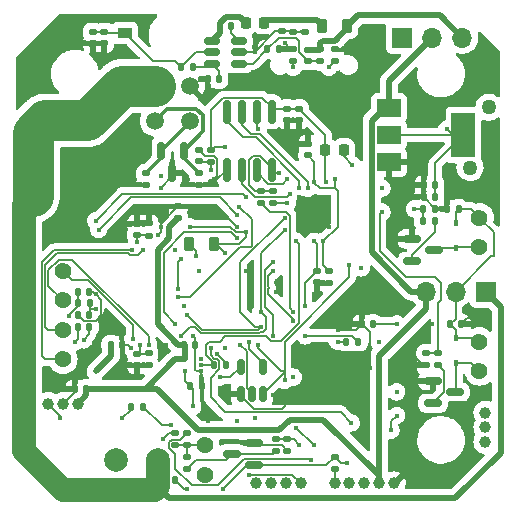
<source format=gbr>
%TF.GenerationSoftware,KiCad,Pcbnew,(6.0.7)*%
%TF.CreationDate,2022-09-21T17:53:50+02:00*%
%TF.ProjectId,CANpaca-EB-schematics,43414e70-6163-4612-9d45-422d73636865,rev?*%
%TF.SameCoordinates,Original*%
%TF.FileFunction,Copper,L4,Bot*%
%TF.FilePolarity,Positive*%
%FSLAX46Y46*%
G04 Gerber Fmt 4.6, Leading zero omitted, Abs format (unit mm)*
G04 Created by KiCad (PCBNEW (6.0.7)) date 2022-09-21 17:53:50*
%MOMM*%
%LPD*%
G01*
G04 APERTURE LIST*
G04 Aperture macros list*
%AMRoundRect*
0 Rectangle with rounded corners*
0 $1 Rounding radius*
0 $2 $3 $4 $5 $6 $7 $8 $9 X,Y pos of 4 corners*
0 Add a 4 corners polygon primitive as box body*
4,1,4,$2,$3,$4,$5,$6,$7,$8,$9,$2,$3,0*
0 Add four circle primitives for the rounded corners*
1,1,$1+$1,$2,$3*
1,1,$1+$1,$4,$5*
1,1,$1+$1,$6,$7*
1,1,$1+$1,$8,$9*
0 Add four rect primitives between the rounded corners*
20,1,$1+$1,$2,$3,$4,$5,0*
20,1,$1+$1,$4,$5,$6,$7,0*
20,1,$1+$1,$6,$7,$8,$9,0*
20,1,$1+$1,$8,$9,$2,$3,0*%
G04 Aperture macros list end*
%TA.AperFunction,ComponentPad*%
%ADD10C,1.425000*%
%TD*%
%TA.AperFunction,ComponentPad*%
%ADD11R,1.700000X1.700000*%
%TD*%
%TA.AperFunction,ComponentPad*%
%ADD12O,1.700000X1.700000*%
%TD*%
%TA.AperFunction,ComponentPad*%
%ADD13C,1.000000*%
%TD*%
%TA.AperFunction,ComponentPad*%
%ADD14C,1.270000*%
%TD*%
%TA.AperFunction,ComponentPad*%
%ADD15RoundRect,0.250001X-0.499999X-0.499999X0.499999X-0.499999X0.499999X0.499999X-0.499999X0.499999X0*%
%TD*%
%TA.AperFunction,ComponentPad*%
%ADD16C,1.500000*%
%TD*%
%TA.AperFunction,ComponentPad*%
%ADD17C,2.000000*%
%TD*%
%TA.AperFunction,SMDPad,CuDef*%
%ADD18RoundRect,0.140000X0.170000X-0.140000X0.170000X0.140000X-0.170000X0.140000X-0.170000X-0.140000X0*%
%TD*%
%TA.AperFunction,SMDPad,CuDef*%
%ADD19RoundRect,0.140000X-0.140000X-0.170000X0.140000X-0.170000X0.140000X0.170000X-0.140000X0.170000X0*%
%TD*%
%TA.AperFunction,SMDPad,CuDef*%
%ADD20RoundRect,0.135000X-0.135000X-0.185000X0.135000X-0.185000X0.135000X0.185000X-0.135000X0.185000X0*%
%TD*%
%TA.AperFunction,SMDPad,CuDef*%
%ADD21RoundRect,0.140000X-0.170000X0.140000X-0.170000X-0.140000X0.170000X-0.140000X0.170000X0.140000X0*%
%TD*%
%TA.AperFunction,SMDPad,CuDef*%
%ADD22RoundRect,0.135000X0.185000X-0.135000X0.185000X0.135000X-0.185000X0.135000X-0.185000X-0.135000X0*%
%TD*%
%TA.AperFunction,SMDPad,CuDef*%
%ADD23RoundRect,0.218750X-0.218750X-0.381250X0.218750X-0.381250X0.218750X0.381250X-0.218750X0.381250X0*%
%TD*%
%TA.AperFunction,SMDPad,CuDef*%
%ADD24R,0.450000X0.600000*%
%TD*%
%TA.AperFunction,SMDPad,CuDef*%
%ADD25RoundRect,0.135000X0.135000X0.185000X-0.135000X0.185000X-0.135000X-0.185000X0.135000X-0.185000X0*%
%TD*%
%TA.AperFunction,SMDPad,CuDef*%
%ADD26R,2.000000X1.500000*%
%TD*%
%TA.AperFunction,SMDPad,CuDef*%
%ADD27R,2.000000X3.800000*%
%TD*%
%TA.AperFunction,SMDPad,CuDef*%
%ADD28RoundRect,0.135000X-0.185000X0.135000X-0.185000X-0.135000X0.185000X-0.135000X0.185000X0.135000X0*%
%TD*%
%TA.AperFunction,SMDPad,CuDef*%
%ADD29R,0.450000X0.300000*%
%TD*%
%TA.AperFunction,SMDPad,CuDef*%
%ADD30RoundRect,0.218750X-0.218750X-0.256250X0.218750X-0.256250X0.218750X0.256250X-0.218750X0.256250X0*%
%TD*%
%TA.AperFunction,SMDPad,CuDef*%
%ADD31RoundRect,0.150000X0.512500X0.150000X-0.512500X0.150000X-0.512500X-0.150000X0.512500X-0.150000X0*%
%TD*%
%TA.AperFunction,SMDPad,CuDef*%
%ADD32RoundRect,0.150000X0.587500X0.150000X-0.587500X0.150000X-0.587500X-0.150000X0.587500X-0.150000X0*%
%TD*%
%TA.AperFunction,SMDPad,CuDef*%
%ADD33RoundRect,0.218750X0.218750X0.381250X-0.218750X0.381250X-0.218750X-0.381250X0.218750X-0.381250X0*%
%TD*%
%TA.AperFunction,SMDPad,CuDef*%
%ADD34RoundRect,0.140000X0.140000X0.170000X-0.140000X0.170000X-0.140000X-0.170000X0.140000X-0.170000X0*%
%TD*%
%TA.AperFunction,SMDPad,CuDef*%
%ADD35RoundRect,0.150000X-0.150000X0.587500X-0.150000X-0.587500X0.150000X-0.587500X0.150000X0.587500X0*%
%TD*%
%TA.AperFunction,SMDPad,CuDef*%
%ADD36R,1.200000X0.900000*%
%TD*%
%TA.AperFunction,SMDPad,CuDef*%
%ADD37RoundRect,0.150000X-0.587500X-0.150000X0.587500X-0.150000X0.587500X0.150000X-0.587500X0.150000X0*%
%TD*%
%TA.AperFunction,SMDPad,CuDef*%
%ADD38RoundRect,0.150000X0.150000X-0.825000X0.150000X0.825000X-0.150000X0.825000X-0.150000X-0.825000X0*%
%TD*%
%TA.AperFunction,SMDPad,CuDef*%
%ADD39RoundRect,0.150000X0.150000X-0.512500X0.150000X0.512500X-0.150000X0.512500X-0.150000X-0.512500X0*%
%TD*%
%TA.AperFunction,ViaPad*%
%ADD40C,0.450000*%
%TD*%
%TA.AperFunction,ViaPad*%
%ADD41C,0.508000*%
%TD*%
%TA.AperFunction,Conductor*%
%ADD42C,0.127000*%
%TD*%
%TA.AperFunction,Conductor*%
%ADD43C,0.152400*%
%TD*%
%TA.AperFunction,Conductor*%
%ADD44C,0.520000*%
%TD*%
%TA.AperFunction,Conductor*%
%ADD45C,0.350000*%
%TD*%
%TA.AperFunction,Conductor*%
%ADD46C,2.000000*%
%TD*%
%TA.AperFunction,Conductor*%
%ADD47C,3.500000*%
%TD*%
%TA.AperFunction,Conductor*%
%ADD48C,0.500000*%
%TD*%
G04 APERTURE END LIST*
D10*
%TO.P,J17,1,1*%
%TO.N,GND*%
X90000000Y-73500000D03*
%TO.P,J17,2,2*%
%TO.N,Net-(J17-Pad2)*%
X90000000Y-71000000D03*
%TD*%
D11*
%TO.P,J11,1,Pin_1*%
%TO.N,USB_5V*%
X106725000Y-36500000D03*
D12*
%TO.P,J11,2,Pin_2*%
%TO.N,5V*%
X109265000Y-36500000D03*
%TO.P,J11,3,Pin_3*%
%TO.N,DC_5V*%
X111805000Y-36500000D03*
%TD*%
D13*
%TO.P,J12,1,1*%
%TO.N,FORCE_P*%
X98125000Y-74250000D03*
%TO.P,J12,2,2*%
%TO.N,RTDIN_P*%
X96875000Y-74250000D03*
%TO.P,J12,3,3*%
%TO.N,RTDIN_N*%
X95625000Y-74250000D03*
%TO.P,J12,4,4*%
%TO.N,FORCE_N*%
X94375000Y-74250000D03*
%TD*%
%TO.P,J16,1,1*%
%TO.N,3V3*%
X113750000Y-68250000D03*
%TO.P,J16,2,2*%
%TO.N,GND*%
X113750000Y-69500000D03*
%TO.P,J16,3,3*%
%TO.N,RUNOUT*%
X113750000Y-70750000D03*
%TD*%
%TO.P,J14,1,1*%
%TO.N,GND*%
X106000000Y-74250000D03*
%TO.P,J14,2,2*%
%TO.N,5V*%
X104750000Y-74250000D03*
%TO.P,J14,3,3*%
%TO.N,SERVO*%
X103500000Y-74250000D03*
%TO.P,J14,4,4*%
%TO.N,GND*%
X102250000Y-74250000D03*
%TO.P,J14,5,5*%
%TO.N,PROBE*%
X101000000Y-74250000D03*
%TD*%
D11*
%TO.P,J4,1,Pin_1*%
%TO.N,DC_IN*%
X113775000Y-58000000D03*
D12*
%TO.P,J4,2,Pin_2*%
%TO.N,Net-(C15-Pad2)*%
X111235000Y-58000000D03*
%TO.P,J4,3,Pin_3*%
%TO.N,5V*%
X108695000Y-58000000D03*
%TD*%
D10*
%TO.P,J8,1,1*%
%TO.N,MOTOR_A2*%
X78000000Y-56250000D03*
%TO.P,J8,2,2*%
%TO.N,MOTOR_A1*%
X78000000Y-58750000D03*
%TO.P,J8,3,3*%
%TO.N,Net-(J8-Pad3)*%
X78000000Y-61250000D03*
%TO.P,J8,4,4*%
%TO.N,Net-(J8-Pad4)*%
X78000000Y-63750000D03*
%TD*%
D14*
%TO.P,F1,1*%
%TO.N,VBUS*%
X112450000Y-47500000D03*
%TO.P,F1,2*%
%TO.N,Net-(C20-Pad2)*%
X114050000Y-42400000D03*
%TD*%
D13*
%TO.P,J13,1,1*%
%TO.N,5V*%
X79250000Y-67500000D03*
%TO.P,J13,2,2*%
%TO.N,GND*%
X78000000Y-67500000D03*
%TO.P,J13,3,3*%
%TO.N,RGB*%
X76750000Y-67500000D03*
%TD*%
D15*
%TO.P,J7,1,Pin_1*%
%TO.N,DC_IN*%
X85750000Y-40585000D03*
D16*
%TO.P,J7,2,Pin_2*%
%TO.N,GND*%
X88750000Y-40585000D03*
%TO.P,J7,3,Pin_3*%
%TO.N,CAN_P*%
X85750000Y-43585000D03*
%TO.P,J7,4,Pin_4*%
%TO.N,CAN_N*%
X88750000Y-43585000D03*
%TD*%
D10*
%TO.P,J2,1,1*%
%TO.N,Net-(C15-Pad2)*%
X113250000Y-62250000D03*
%TO.P,J2,2,2*%
%TO.N,Net-(D1-Pad2)*%
X113250000Y-64750000D03*
%TD*%
D17*
%TO.P,J6,1,Pin_1*%
%TO.N,Net-(J6-Pad1)*%
X82500000Y-72250000D03*
%TO.P,J6,2,Pin_2*%
%TO.N,DC_IN*%
X86000000Y-72250000D03*
%TD*%
D10*
%TO.P,J5,1,1*%
%TO.N,Net-(C15-Pad2)*%
X113250000Y-51750000D03*
%TO.P,J5,2,2*%
%TO.N,Net-(D3-Pad2)*%
X113250000Y-54250000D03*
%TD*%
D18*
%TO.P,C32,1*%
%TO.N,Net-(C32-Pad1)*%
X98750000Y-38480000D03*
%TO.P,C32,2*%
%TO.N,DC_5V*%
X98750000Y-37520000D03*
%TD*%
D19*
%TO.P,C31,1*%
%TO.N,GND*%
X108520000Y-50000000D03*
%TO.P,C31,2*%
%TO.N,3V3*%
X109480000Y-50000000D03*
%TD*%
D20*
%TO.P,R5,1*%
%TO.N,FAN_1*%
X108490000Y-51000000D03*
%TO.P,R5,2*%
%TO.N,GND*%
X109510000Y-51000000D03*
%TD*%
D21*
%TO.P,C2,1*%
%TO.N,GND*%
X89500000Y-46020000D03*
%TO.P,C2,2*%
%TO.N,Net-(C2-Pad2)*%
X89500000Y-46980000D03*
%TD*%
D19*
%TO.P,C25,1*%
%TO.N,Net-(C25-Pad1)*%
X91270000Y-35500000D03*
%TO.P,C25,2*%
%TO.N,Net-(C25-Pad2)*%
X92230000Y-35500000D03*
%TD*%
D22*
%TO.P,R37,1*%
%TO.N,Net-(J17-Pad2)*%
X87500000Y-71010000D03*
%TO.P,R37,2*%
%TO.N,3V3*%
X87500000Y-69990000D03*
%TD*%
D23*
%TO.P,L2,1,1*%
%TO.N,Net-(C26-Pad2)*%
X99937500Y-35500000D03*
%TO.P,L2,2,2*%
%TO.N,DC_5V*%
X102062500Y-35500000D03*
%TD*%
D24*
%TO.P,D1,1,K*%
%TO.N,Net-(C15-Pad2)*%
X111250000Y-61950000D03*
%TO.P,D1,2,A*%
%TO.N,Net-(D1-Pad2)*%
X111250000Y-64050000D03*
%TD*%
D18*
%TO.P,C4,1*%
%TO.N,GND*%
X85000000Y-48960000D03*
%TO.P,C4,2*%
%TO.N,CAN_N*%
X85000000Y-48000000D03*
%TD*%
%TO.P,C43,1*%
%TO.N,GND*%
X99500000Y-57230000D03*
%TO.P,C43,2*%
%TO.N,3V3*%
X99500000Y-56270000D03*
%TD*%
D19*
%TO.P,C33,1*%
%TO.N,GND*%
X108540000Y-49000000D03*
%TO.P,C33,2*%
%TO.N,3V3*%
X109500000Y-49000000D03*
%TD*%
D25*
%TO.P,R20,1*%
%TO.N,GND*%
X96260000Y-37500000D03*
%TO.P,R20,2*%
%TO.N,Net-(C32-Pad1)*%
X95240000Y-37500000D03*
%TD*%
D21*
%TO.P,C3,1*%
%TO.N,CAN_P*%
X89500000Y-48000000D03*
%TO.P,C3,2*%
%TO.N,GND*%
X89500000Y-48960000D03*
%TD*%
D22*
%TO.P,R38,1*%
%TO.N,Net-(J17-Pad2)*%
X88500000Y-71010000D03*
%TO.P,R38,2*%
%TO.N,THO_IN*%
X88500000Y-69990000D03*
%TD*%
D18*
%TO.P,C21,1*%
%TO.N,GND*%
X80500000Y-37000000D03*
%TO.P,C21,2*%
%TO.N,Net-(C19-Pad2)*%
X80500000Y-36040000D03*
%TD*%
D26*
%TO.P,U5,1,ADJ*%
%TO.N,GND*%
X105600000Y-47050000D03*
D27*
%TO.P,U5,2,VO*%
%TO.N,3V3*%
X111900000Y-44750000D03*
D26*
X105600000Y-44750000D03*
%TO.P,U5,3,VI*%
%TO.N,5V*%
X105600000Y-42450000D03*
%TD*%
D28*
%TO.P,R12,1*%
%TO.N,GND*%
X85250000Y-52240000D03*
%TO.P,R12,2*%
%TO.N,Net-(C17-Pad1)*%
X85250000Y-53260000D03*
%TD*%
D29*
%TO.P,U2,1,NC*%
%TO.N,unconnected-(U2-Pad1)*%
X89700000Y-63750000D03*
%TO.P,U2,2*%
%TO.N,HOT_0*%
X89700000Y-64250000D03*
%TO.P,U2,3,GND*%
%TO.N,GND*%
X89700000Y-64750000D03*
%TO.P,U2,4*%
%TO.N,Net-(R10-Pad2)*%
X88300000Y-64750000D03*
%TO.P,U2,5,VCC*%
%TO.N,5V*%
X88300000Y-63750000D03*
%TD*%
D30*
%TO.P,L1,1,1*%
%TO.N,Net-(C25-Pad1)*%
X93462500Y-35250000D03*
%TO.P,L1,2,2*%
%TO.N,Net-(C26-Pad2)*%
X95037500Y-35250000D03*
%TD*%
D31*
%TO.P,U4,1,BST*%
%TO.N,Net-(C25-Pad2)*%
X92887500Y-36800000D03*
%TO.P,U4,2,GND*%
%TO.N,GND*%
X92887500Y-37750000D03*
%TO.P,U4,3,FB*%
%TO.N,Net-(C32-Pad1)*%
X92887500Y-38700000D03*
%TO.P,U4,4,EN*%
%TO.N,Net-(C23-Pad2)*%
X90612500Y-38700000D03*
%TO.P,U4,5,VIN*%
%TO.N,Net-(C19-Pad2)*%
X90612500Y-37750000D03*
%TO.P,U4,6,SW*%
%TO.N,Net-(C25-Pad1)*%
X90612500Y-36800000D03*
%TD*%
D28*
%TO.P,R1,1*%
%TO.N,FAN_0*%
X108750000Y-63230000D03*
%TO.P,R1,2*%
%TO.N,GND*%
X108750000Y-64250000D03*
%TD*%
D30*
%TO.P,L4,1,1*%
%TO.N,3V3*%
X100212500Y-46000000D03*
%TO.P,L4,2,2*%
%TO.N,AVDD*%
X101787500Y-46000000D03*
%TD*%
D18*
%TO.P,C30,1*%
%TO.N,GND*%
X98500000Y-36000000D03*
%TO.P,C30,2*%
%TO.N,Net-(C26-Pad2)*%
X98500000Y-35040000D03*
%TD*%
D25*
%TO.P,R14,1*%
%TO.N,Net-(C23-Pad2)*%
X89010000Y-39000000D03*
%TO.P,R14,2*%
%TO.N,Net-(C19-Pad2)*%
X87990000Y-39000000D03*
%TD*%
D19*
%TO.P,C7,1*%
%TO.N,Net-(C7-Pad1)*%
X79270000Y-61000000D03*
%TO.P,C7,2*%
%TO.N,Net-(C7-Pad2)*%
X80230000Y-61000000D03*
%TD*%
D32*
%TO.P,D7,1*%
%TO.N,GND*%
X94187500Y-70800000D03*
%TO.P,D7,2*%
%TO.N,3V3*%
X94187500Y-72700000D03*
%TO.P,D7,3*%
%TO.N,Net-(D7-Pad3)*%
X92312500Y-71750000D03*
%TD*%
D20*
%TO.P,R4,1*%
%TO.N,CAN_OUT*%
X101990000Y-62250000D03*
%TO.P,R4,2*%
%TO.N,CAN_N*%
X103010000Y-62250000D03*
%TD*%
D21*
%TO.P,C27,1*%
%TO.N,3V3*%
X97000000Y-42520000D03*
%TO.P,C27,2*%
%TO.N,GND*%
X97000000Y-43480000D03*
%TD*%
D22*
%TO.P,R36,1*%
%TO.N,Net-(D7-Pad3)*%
X88500000Y-73010000D03*
%TO.P,R36,2*%
%TO.N,Net-(J17-Pad2)*%
X88500000Y-71990000D03*
%TD*%
D33*
%TO.P,L3,1,1*%
%TO.N,3V3*%
X90812500Y-53980000D03*
%TO.P,L3,2,2*%
%TO.N,Net-(C46-Pad2)*%
X88687500Y-53980000D03*
%TD*%
D34*
%TO.P,C5,1*%
%TO.N,GND*%
X111730000Y-60750000D03*
%TO.P,C5,2*%
%TO.N,Net-(C15-Pad2)*%
X110770000Y-60750000D03*
%TD*%
D35*
%TO.P,D2,1,1*%
%TO.N,CAN_N*%
X86300000Y-46062500D03*
%TO.P,D2,2,2*%
%TO.N,CAN_P*%
X88200000Y-46062500D03*
%TO.P,D2,3,3*%
%TO.N,GND*%
X87250000Y-47937500D03*
%TD*%
D22*
%TO.P,R19,1*%
%TO.N,Net-(C32-Pad1)*%
X99750000Y-38510000D03*
%TO.P,R19,2*%
%TO.N,DC_5V*%
X99750000Y-37490000D03*
%TD*%
D19*
%TO.P,C51,1*%
%TO.N,GND*%
X103290000Y-60750000D03*
%TO.P,C51,2*%
%TO.N,RUN*%
X104250000Y-60750000D03*
%TD*%
D22*
%TO.P,R17,1*%
%TO.N,Net-(J9-PadB5)*%
X97500000Y-38510000D03*
%TO.P,R17,2*%
%TO.N,GND*%
X97500000Y-37490000D03*
%TD*%
D24*
%TO.P,D3,1,K*%
%TO.N,Net-(C15-Pad2)*%
X111250000Y-52200000D03*
%TO.P,D3,2,A*%
%TO.N,Net-(D3-Pad2)*%
X111250000Y-54300000D03*
%TD*%
D28*
%TO.P,R3,1*%
%TO.N,3V3*%
X90500000Y-45990000D03*
%TO.P,R3,2*%
%TO.N,Net-(C2-Pad2)*%
X90500000Y-47010000D03*
%TD*%
D21*
%TO.P,C1,1*%
%TO.N,GND*%
X87750000Y-50790000D03*
%TO.P,C1,2*%
%TO.N,5V*%
X87750000Y-51750000D03*
%TD*%
D18*
%TO.P,C36,1*%
%TO.N,GND*%
X100500000Y-57250000D03*
%TO.P,C36,2*%
%TO.N,1V1*%
X100500000Y-56290000D03*
%TD*%
D36*
%TO.P,D4,1,K*%
%TO.N,Net-(C19-Pad2)*%
X83250000Y-36100000D03*
%TO.P,D4,2,A*%
%TO.N,DC_IN*%
X83250000Y-39400000D03*
%TD*%
D37*
%TO.P,Q1,1,G*%
%TO.N,Net-(Q1-Pad1)*%
X109312500Y-67450000D03*
%TO.P,Q1,2,S*%
%TO.N,GND*%
X109312500Y-65550000D03*
%TO.P,Q1,3,D*%
%TO.N,Net-(D1-Pad2)*%
X111187500Y-66500000D03*
%TD*%
D20*
%TO.P,R10,1*%
%TO.N,Net-(Q3-Pad4)*%
X83730000Y-67750000D03*
%TO.P,R10,2*%
%TO.N,Net-(R10-Pad2)*%
X84750000Y-67750000D03*
%TD*%
D19*
%TO.P,C10,1*%
%TO.N,GND*%
X79270000Y-60000000D03*
%TO.P,C10,2*%
%TO.N,Net-(C10-Pad2)*%
X80230000Y-60000000D03*
%TD*%
D28*
%TO.P,R13,1*%
%TO.N,GND*%
X101000000Y-37500000D03*
%TO.P,R13,2*%
%TO.N,Net-(J9-PadA5)*%
X101000000Y-38520000D03*
%TD*%
D34*
%TO.P,C14,1*%
%TO.N,GND*%
X83000000Y-62500000D03*
%TO.P,C14,2*%
%TO.N,DC_IN*%
X82040000Y-62500000D03*
%TD*%
D22*
%TO.P,R16,1*%
%TO.N,3V3*%
X95750000Y-50510000D03*
%TO.P,R16,2*%
%TO.N,QSPI_SS*%
X95750000Y-49490000D03*
%TD*%
%TO.P,R2,1*%
%TO.N,Net-(Q1-Pad1)*%
X109750000Y-64260000D03*
%TO.P,R2,2*%
%TO.N,FAN_0*%
X109750000Y-63240000D03*
%TD*%
D25*
%TO.P,R9,1*%
%TO.N,GND*%
X89760000Y-66000000D03*
%TO.P,R9,2*%
%TO.N,Net-(R10-Pad2)*%
X88740000Y-66000000D03*
%TD*%
D34*
%TO.P,C11,1*%
%TO.N,GND*%
X80230000Y-58000000D03*
%TO.P,C11,2*%
%TO.N,Net-(C11-Pad2)*%
X79270000Y-58000000D03*
%TD*%
D21*
%TO.P,C16,1*%
%TO.N,Net-(C16-Pad1)*%
X84250000Y-63270000D03*
%TO.P,C16,2*%
%TO.N,GND*%
X84250000Y-64230000D03*
%TD*%
D38*
%TO.P,U6,1,~{CS}*%
%TO.N,QSPI_SS*%
X95655000Y-47725000D03*
%TO.P,U6,2,DO(IO1)*%
%TO.N,QSPI_SD1*%
X94385000Y-47725000D03*
%TO.P,U6,3,IO2*%
%TO.N,QSPI_SD2*%
X93115000Y-47725000D03*
%TO.P,U6,4,GND*%
%TO.N,GND*%
X91845000Y-47725000D03*
%TO.P,U6,5,DI(IO0)*%
%TO.N,QSPI_SD0*%
X91845000Y-42775000D03*
%TO.P,U6,6,CLK*%
%TO.N,QSPI_SCLK*%
X93115000Y-42775000D03*
%TO.P,U6,7,IO3*%
%TO.N,QSPI_SD3*%
X94385000Y-42775000D03*
%TO.P,U6,8,VCC*%
%TO.N,3V3*%
X95655000Y-42775000D03*
%TD*%
D19*
%TO.P,C23,1*%
%TO.N,GND*%
X90250000Y-40000000D03*
%TO.P,C23,2*%
%TO.N,Net-(C23-Pad2)*%
X91210000Y-40000000D03*
%TD*%
D18*
%TO.P,C28,1*%
%TO.N,GND*%
X97500000Y-36000000D03*
%TO.P,C28,2*%
%TO.N,Net-(C26-Pad2)*%
X97500000Y-35040000D03*
%TD*%
D34*
%TO.P,C18,1*%
%TO.N,GND*%
X87480000Y-74000000D03*
%TO.P,C18,2*%
%TO.N,DC_IN*%
X86520000Y-74000000D03*
%TD*%
D18*
%TO.P,C26,1*%
%TO.N,GND*%
X96500000Y-35980000D03*
%TO.P,C26,2*%
%TO.N,Net-(C26-Pad2)*%
X96500000Y-35020000D03*
%TD*%
%TO.P,C29,1*%
%TO.N,GND*%
X98000000Y-43480000D03*
%TO.P,C29,2*%
%TO.N,3V3*%
X98000000Y-42520000D03*
%TD*%
D22*
%TO.P,R11,1*%
%TO.N,GND*%
X85250000Y-64260000D03*
%TO.P,R11,2*%
%TO.N,Net-(C16-Pad1)*%
X85250000Y-63240000D03*
%TD*%
D19*
%TO.P,C15,1*%
%TO.N,GND*%
X110540000Y-51000000D03*
%TO.P,C15,2*%
%TO.N,Net-(C15-Pad2)*%
X111500000Y-51000000D03*
%TD*%
D25*
%TO.P,R8,1*%
%TO.N,Net-(C10-Pad2)*%
X80260000Y-59000000D03*
%TO.P,R8,2*%
%TO.N,Net-(C11-Pad2)*%
X79240000Y-59000000D03*
%TD*%
D18*
%TO.P,C17,1*%
%TO.N,Net-(C17-Pad1)*%
X84250000Y-53230000D03*
%TO.P,C17,2*%
%TO.N,GND*%
X84250000Y-52270000D03*
%TD*%
D22*
%TO.P,R15,1*%
%TO.N,BOOT_IN*%
X94750000Y-50510000D03*
%TO.P,R15,2*%
%TO.N,QSPI_SS*%
X94750000Y-49490000D03*
%TD*%
D28*
%TO.P,R33,1*%
%TO.N,TH_0*%
X96000000Y-70490000D03*
%TO.P,R33,2*%
%TO.N,Net-(D7-Pad3)*%
X96000000Y-71510000D03*
%TD*%
D25*
%TO.P,R7,1*%
%TO.N,GND*%
X91760000Y-64250000D03*
%TO.P,R7,2*%
%TO.N,HOT_0*%
X90740000Y-64250000D03*
%TD*%
D21*
%TO.P,C37,1*%
%TO.N,GND*%
X98750000Y-45520000D03*
%TO.P,C37,2*%
%TO.N,1V1*%
X98750000Y-46480000D03*
%TD*%
D22*
%TO.P,R30,1*%
%TO.N,PROBE*%
X101000000Y-73010000D03*
%TO.P,R30,2*%
%TO.N,3V3*%
X101000000Y-71990000D03*
%TD*%
D21*
%TO.P,C52,1*%
%TO.N,TH_0*%
X97000000Y-70520000D03*
%TO.P,C52,2*%
%TO.N,GND*%
X97000000Y-71480000D03*
%TD*%
D34*
%TO.P,C50,1*%
%TO.N,5V*%
X79960000Y-66250000D03*
%TO.P,C50,2*%
%TO.N,GND*%
X79000000Y-66250000D03*
%TD*%
D39*
%TO.P,U9,1,A*%
%TO.N,CS_ADXL*%
X94950000Y-66637500D03*
%TO.P,U9,2,B*%
%TO.N,MOSI*%
X94000000Y-66637500D03*
%TO.P,U9,3,GND*%
%TO.N,GND*%
X93050000Y-66637500D03*
%TO.P,U9,4,Y*%
%TO.N,MOSI_2*%
X93050000Y-64362500D03*
%TO.P,U9,5,VCC*%
%TO.N,3V3*%
X94950000Y-64362500D03*
%TD*%
D18*
%TO.P,C19,1*%
%TO.N,GND*%
X81500000Y-36980000D03*
%TO.P,C19,2*%
%TO.N,Net-(C19-Pad2)*%
X81500000Y-36020000D03*
%TD*%
D25*
%TO.P,R6,1*%
%TO.N,Net-(Q2-Pad1)*%
X109510000Y-52000000D03*
%TO.P,R6,2*%
%TO.N,FAN_1*%
X108490000Y-52000000D03*
%TD*%
D34*
%TO.P,C9,1*%
%TO.N,GND*%
X89210000Y-62500000D03*
%TO.P,C9,2*%
%TO.N,5V*%
X88250000Y-62500000D03*
%TD*%
D37*
%TO.P,Q2,1,G*%
%TO.N,Net-(Q2-Pad1)*%
X107562500Y-55450000D03*
%TO.P,Q2,2,S*%
%TO.N,GND*%
X107562500Y-53550000D03*
%TO.P,Q2,3,D*%
%TO.N,Net-(D3-Pad2)*%
X109437500Y-54500000D03*
%TD*%
D40*
%TO.N,GND*%
X97250000Y-66750000D03*
X99250000Y-50000000D03*
X75750000Y-39750000D03*
X101250000Y-61250000D03*
X86250000Y-49250000D03*
X105750000Y-65000000D03*
X94229836Y-37729836D03*
X92000000Y-70750000D03*
X89000000Y-61750000D03*
X100500000Y-50000000D03*
X90250000Y-69000000D03*
X99250000Y-52500000D03*
X90750000Y-48500000D03*
X87500000Y-54500000D03*
X98250000Y-63250000D03*
X83750000Y-62750000D03*
X88500000Y-74750000D03*
X103250000Y-42000000D03*
X96750000Y-37000000D03*
X96000000Y-58000000D03*
X97000000Y-41250000D03*
X98000000Y-52500000D03*
X92750000Y-52500000D03*
X98000000Y-51250000D03*
X113750000Y-44250000D03*
X86750000Y-62500000D03*
X93500000Y-56250000D03*
X98000000Y-50000000D03*
X86000000Y-53250000D03*
X91034016Y-63279956D03*
X99250000Y-51250000D03*
X80750000Y-58250000D03*
X112685815Y-41334185D03*
X101750000Y-43500000D03*
X99750000Y-43000000D03*
X113000000Y-72250000D03*
X104500000Y-37250000D03*
X100500000Y-52500000D03*
X112750000Y-60250000D03*
X104000000Y-64500000D03*
X97250000Y-44750000D03*
X109250000Y-60750000D03*
X108750000Y-74000000D03*
X86250000Y-52500000D03*
X106250000Y-54500000D03*
X100500000Y-51250000D03*
X99500000Y-58250000D03*
X90500000Y-41000000D03*
X95750000Y-66750000D03*
X106500000Y-49750000D03*
X103250000Y-58750000D03*
X81000000Y-47000000D03*
D41*
%TO.N,5V*%
X87000000Y-53500000D03*
D40*
%TO.N,Net-(C2-Pad2)*%
X90500000Y-47750000D03*
%TO.N,CAN_P*%
X86250000Y-48250000D03*
X104750000Y-62250000D03*
%TO.N,CAN_N*%
X98500000Y-61750000D03*
%TO.N,DC_IN*%
X80750000Y-64750000D03*
%TO.N,Net-(C7-Pad1)*%
X79000000Y-62250000D03*
%TO.N,Net-(C7-Pad2)*%
X79754947Y-62090207D03*
%TO.N,3V3*%
X93500000Y-53000000D03*
X98500000Y-59250000D03*
X97000000Y-50500000D03*
X91500000Y-74750000D03*
X93750000Y-62250000D03*
X100250000Y-48750000D03*
X99250000Y-53750000D03*
X110500000Y-44250000D03*
X102000000Y-72500000D03*
X86500000Y-70500000D03*
X88750000Y-52500000D03*
X92750000Y-69000000D03*
X91750000Y-54750000D03*
X91750000Y-45750000D03*
%TO.N,Net-(C10-Pad2)*%
X80750000Y-59500000D03*
%TO.N,Net-(C11-Pad2)*%
X78475152Y-60067267D03*
%TO.N,Net-(C16-Pad1)*%
X84500000Y-62500000D03*
%TO.N,Net-(C17-Pad1)*%
X84250000Y-53800000D03*
%TO.N,1V1*%
X101000000Y-48500000D03*
X100000000Y-53750000D03*
X99279679Y-48730893D03*
%TO.N,Net-(C46-Pad2)*%
X89250000Y-55000000D03*
%TO.N,RTDIN_P*%
X102388200Y-69111800D03*
X90500000Y-62750000D03*
%TO.N,RTDIN_N*%
X91750000Y-62750000D03*
X97750000Y-69524500D03*
X106250000Y-68500000D03*
X99250000Y-71000000D03*
X105750000Y-69750000D03*
%TO.N,RUN*%
X106250000Y-60750000D03*
%TO.N,TH_0*%
X98000000Y-71000000D03*
X105000000Y-49250000D03*
%TO.N,MOTOR_A2*%
X83899450Y-61991889D03*
%TO.N,MOTOR_A1*%
X85250000Y-62500000D03*
%TO.N,Net-(J8-Pad3)*%
X84750000Y-54500000D03*
%TO.N,Net-(J8-Pad4)*%
X83824500Y-54500000D03*
%TO.N,Net-(J9-PadB5)*%
X97500000Y-39000000D03*
%TO.N,Net-(J9-PadA5)*%
X100500000Y-39000000D03*
%TO.N,FORCE_P*%
X93750000Y-73500000D03*
%TO.N,RGB*%
X77750000Y-68750000D03*
X103250000Y-56000000D03*
%TO.N,SERVO*%
X95750000Y-56250000D03*
X97500000Y-60500000D03*
%TO.N,PROBE*%
X95750000Y-55500000D03*
X95750000Y-61750000D03*
%TO.N,AVDD*%
X102500000Y-47250000D03*
%TO.N,Net-(Q3-Pad4)*%
X83000000Y-68750000D03*
%TO.N,FAN_0*%
X105000000Y-51250000D03*
%TO.N,FAN_1*%
X107750000Y-51000000D03*
%TO.N,HOT_0*%
X97750000Y-53750000D03*
%TO.N,Net-(R10-Pad2)*%
X89034157Y-67697062D03*
X87110940Y-69333590D03*
%TO.N,QSPI_SS*%
X96250000Y-48000000D03*
%TO.N,SCK*%
X94250000Y-68750000D03*
X96750000Y-52750000D03*
X94750000Y-59750000D03*
X88000000Y-61750000D03*
%TO.N,MOSI*%
X88500000Y-60000000D03*
X93000000Y-62500000D03*
X96750000Y-51750000D03*
X94750000Y-61000000D03*
%TO.N,Net-(R26-Pad2)*%
X89500000Y-56250000D03*
X97500000Y-65250000D03*
%TO.N,MOSI_2*%
X91250000Y-65250000D03*
%TO.N,CS_ADXL*%
X102250000Y-55750000D03*
X96750000Y-65500000D03*
X94500000Y-62500000D03*
%TO.N,ISENSOR*%
X88250000Y-59250000D03*
X106250000Y-66500000D03*
%TO.N,CS_E*%
X87500000Y-60750000D03*
X92750000Y-53500000D03*
%TO.N,STEP_E*%
X87750000Y-58500000D03*
X92925722Y-50814305D03*
%TO.N,DIR_E*%
X87750000Y-57750000D03*
X88000000Y-55250000D03*
%TO.N,DIAG1_E*%
X92750000Y-51500000D03*
X81000000Y-52750000D03*
%TO.N,EN_E*%
X80750000Y-52000000D03*
X93500000Y-50000000D03*
%TO.N,QSPI_SD1*%
X97000000Y-48500000D03*
%TO.N,QSPI_SD2*%
X97250000Y-49750000D03*
%TO.N,QSPI_SD0*%
X98000000Y-49220003D03*
%TO.N,QSPI_SCLK*%
X98750000Y-49250000D03*
%TO.N,QSPI_SD3*%
X94500000Y-44250000D03*
%TO.N,CAN_OUT*%
X101250000Y-62250000D03*
%TO.N,BOOT_IN*%
X97500000Y-59750000D03*
%TO.N,THO_IN*%
X99000000Y-72250000D03*
%TD*%
D42*
%TO.N,SCK*%
X94931219Y-61437500D02*
X95187500Y-61181219D01*
X94605210Y-61504000D02*
X94671710Y-61437500D01*
X94671710Y-61437500D02*
X94931219Y-61437500D01*
X88000000Y-61750000D02*
X88750000Y-61000000D01*
X88750000Y-61000000D02*
X89140790Y-61000000D01*
X89644790Y-61504000D02*
X94605210Y-61504000D01*
X95187500Y-60187500D02*
X94750000Y-59750000D01*
X89140790Y-61000000D02*
X89644790Y-61504000D01*
X95187500Y-61181219D02*
X95187500Y-60187500D01*
%TO.N,RUN*%
X104250000Y-60750000D02*
X106250000Y-60750000D01*
D43*
%TO.N,RTDIN_N*%
X97750000Y-69524500D02*
X99225500Y-71000000D01*
X99225500Y-71000000D02*
X99250000Y-71000000D01*
D42*
%TO.N,FAN_0*%
X105000000Y-51250000D02*
X104799500Y-51450500D01*
X104799500Y-51450500D02*
X104799500Y-54549500D01*
X104799500Y-54549500D02*
X107000000Y-56750000D01*
X107000000Y-56750000D02*
X109500000Y-56750000D01*
X109500000Y-56750000D02*
X110000000Y-57250000D01*
X110000000Y-57250000D02*
X110000000Y-58750000D01*
X110000000Y-58750000D02*
X109750000Y-59000000D01*
X109750000Y-59000000D02*
X109750000Y-63240000D01*
%TO.N,GND*%
X80000000Y-60500000D02*
X80750000Y-60500000D01*
X94387500Y-71000000D02*
X94187500Y-70800000D01*
X89210000Y-62500000D02*
X89210000Y-61960000D01*
X95979673Y-35980000D02*
X96500000Y-35980000D01*
X96500000Y-35980000D02*
X97480000Y-35980000D01*
X89700000Y-65940000D02*
X89700000Y-64750000D01*
X97500000Y-37490000D02*
X97240000Y-37490000D01*
X102750000Y-63250000D02*
X104000000Y-64500000D01*
X89760000Y-66000000D02*
X89760000Y-68510000D01*
X99750000Y-43000000D02*
X101250000Y-43000000D01*
X112750000Y-60250000D02*
X112230000Y-60250000D01*
X103290000Y-60750000D02*
X104000000Y-61460000D01*
X93050000Y-66637500D02*
X93050000Y-66831540D01*
X104000000Y-61460000D02*
X104000000Y-64500000D01*
X109510000Y-50990000D02*
X108520000Y-50000000D01*
X86250000Y-52500000D02*
X86250000Y-53000000D01*
X91760000Y-64024854D02*
X91034016Y-63298870D01*
X92887500Y-37750000D02*
X94209673Y-37750000D01*
X107500000Y-62500000D02*
X109250000Y-60750000D01*
X107500000Y-63250000D02*
X107500000Y-62500000D01*
X88230000Y-74750000D02*
X87480000Y-74000000D01*
X108500000Y-64250000D02*
X107500000Y-63250000D01*
X97240000Y-37490000D02*
X96750000Y-37000000D01*
X86250000Y-52290000D02*
X87750000Y-50790000D01*
X97250000Y-67197100D02*
X97250000Y-66750000D01*
X88230000Y-74750000D02*
X88500000Y-74750000D01*
X92750000Y-52500000D02*
X91040000Y-50790000D01*
X83500000Y-62500000D02*
X83750000Y-62750000D01*
X91040000Y-50790000D02*
X87750000Y-50790000D01*
X80230000Y-58000000D02*
X80500000Y-58000000D01*
X101250000Y-43000000D02*
X101750000Y-43500000D01*
X91010500Y-46740173D02*
X91010500Y-48239500D01*
X96520000Y-71000000D02*
X94387500Y-71000000D01*
X79989500Y-60489500D02*
X80000000Y-60500000D01*
X81250000Y-60000000D02*
X81250000Y-58750000D01*
X97480000Y-35980000D02*
X97500000Y-36000000D01*
X91034016Y-63298870D02*
X91034016Y-63279956D01*
X91070000Y-48500000D02*
X91845000Y-47725000D01*
X81250000Y-58750000D02*
X80750000Y-58250000D01*
X92050000Y-70800000D02*
X92000000Y-70750000D01*
X79000000Y-66500000D02*
X78000000Y-67500000D01*
X97500000Y-36000000D02*
X98500000Y-36000000D01*
X80750000Y-60500000D02*
X81250000Y-60000000D01*
X112230000Y-60250000D02*
X111730000Y-60750000D01*
X86250000Y-49250000D02*
X87250000Y-48250000D01*
X89700000Y-64750000D02*
X89348000Y-64750000D01*
X83000000Y-62500000D02*
X83500000Y-62500000D01*
X101250000Y-61250000D02*
X102790000Y-61250000D01*
X90029500Y-46549500D02*
X90819827Y-46549500D01*
X89210000Y-64612000D02*
X89210000Y-62500000D01*
X96500000Y-67947100D02*
X97250000Y-67197100D01*
X106500000Y-64250000D02*
X108750000Y-64250000D01*
X86250000Y-52500000D02*
X86250000Y-52290000D01*
X97000000Y-71480000D02*
X96520000Y-71000000D01*
X95750000Y-66750000D02*
X97250000Y-66750000D01*
X98250000Y-63250000D02*
X102750000Y-63250000D01*
X91760000Y-64250000D02*
X91760000Y-64024854D01*
X108750000Y-64250000D02*
X108500000Y-64250000D01*
X89348000Y-64750000D02*
X89210000Y-64612000D01*
X94187500Y-70800000D02*
X92050000Y-70800000D01*
X93050000Y-66831540D02*
X94165560Y-67947100D01*
X94165560Y-67947100D02*
X96500000Y-67947100D01*
X105750000Y-65000000D02*
X106500000Y-64250000D01*
X79000000Y-66250000D02*
X79000000Y-66500000D01*
X91010500Y-48239500D02*
X90750000Y-48500000D01*
X89500000Y-46020000D02*
X90029500Y-46549500D01*
X102790000Y-61250000D02*
X103290000Y-60750000D01*
X89210000Y-61960000D02*
X89000000Y-61750000D01*
X94209673Y-37750000D02*
X94229836Y-37729836D01*
X79270000Y-60000000D02*
X79759500Y-60489500D01*
X90750000Y-48500000D02*
X91070000Y-48500000D01*
X94229836Y-37729836D02*
X95979673Y-35980000D01*
X80500000Y-58000000D02*
X80750000Y-58250000D01*
X99500000Y-58250000D02*
X99500000Y-57230000D01*
X79759500Y-60489500D02*
X79989500Y-60489500D01*
X90819827Y-46549500D02*
X91010500Y-46740173D01*
X86250000Y-53000000D02*
X86000000Y-53250000D01*
X109510000Y-51000000D02*
X109510000Y-50990000D01*
X87250000Y-48250000D02*
X87250000Y-47937500D01*
X89760000Y-66000000D02*
X89700000Y-65940000D01*
X89760000Y-68510000D02*
X90250000Y-69000000D01*
D44*
%TO.N,5V*%
X87000000Y-53500000D02*
X87000000Y-52500000D01*
X104140000Y-43540000D02*
X104140000Y-54647081D01*
X105600000Y-42450000D02*
X105600000Y-40165000D01*
X105230000Y-42450000D02*
X104140000Y-43540000D01*
X104750000Y-73542894D02*
X100047106Y-68840000D01*
X100047106Y-68840000D02*
X97226619Y-68840000D01*
X105600000Y-42450000D02*
X105230000Y-42450000D01*
X79960000Y-66250000D02*
X79960000Y-66790000D01*
X108695000Y-58000000D02*
X108695000Y-59488381D01*
X88300000Y-63750000D02*
X87500000Y-63750000D01*
X108695000Y-59488381D02*
X104750000Y-63433381D01*
X87000000Y-53500000D02*
X86000000Y-54500000D01*
X87000000Y-52500000D02*
X87750000Y-51750000D01*
X97226619Y-68840000D02*
X96316619Y-69750000D01*
X105600000Y-40165000D02*
X109265000Y-36500000D01*
X86000000Y-54500000D02*
X86000000Y-60750000D01*
X85921457Y-66250000D02*
X85000000Y-66250000D01*
X86000000Y-60750000D02*
X87750000Y-62500000D01*
X87750000Y-62500000D02*
X88250000Y-62500000D01*
X104750000Y-74250000D02*
X104750000Y-73542894D01*
X87500000Y-63750000D02*
X85000000Y-66250000D01*
X88300000Y-63750000D02*
X88300000Y-62550000D01*
X85000000Y-66250000D02*
X79960000Y-66250000D01*
X88300000Y-62550000D02*
X88250000Y-62500000D01*
X107492919Y-58000000D02*
X108695000Y-58000000D01*
X79960000Y-66790000D02*
X79250000Y-67500000D01*
X89421457Y-69750000D02*
X85921457Y-66250000D01*
X96316619Y-69750000D02*
X89421457Y-69750000D01*
X104140000Y-54647081D02*
X107492919Y-58000000D01*
X104750000Y-63433381D02*
X104750000Y-74250000D01*
D42*
%TO.N,Net-(C2-Pad2)*%
X90500000Y-47010000D02*
X89530000Y-47010000D01*
X90500000Y-47010000D02*
X90500000Y-47750000D01*
X89530000Y-47010000D02*
X89500000Y-46980000D01*
D45*
%TO.N,CAN_P*%
X88200000Y-46062500D02*
X88200000Y-46700000D01*
X86827400Y-42507600D02*
X89257600Y-42507600D01*
X89257600Y-42507600D02*
X89827400Y-43077400D01*
X85750000Y-43585000D02*
X86827400Y-42507600D01*
X89827400Y-43077400D02*
X89827400Y-44435100D01*
X88200000Y-46700000D02*
X89500000Y-48000000D01*
X89827400Y-44435100D02*
X88200000Y-46062500D01*
D43*
%TO.N,CAN_N*%
X98523200Y-61726800D02*
X98500000Y-61750000D01*
X102486800Y-61726800D02*
X98523200Y-61726800D01*
X103010000Y-62250000D02*
X102486800Y-61726800D01*
D45*
X86300000Y-46700000D02*
X85000000Y-48000000D01*
X88750000Y-43612500D02*
X86300000Y-46062500D01*
X88750000Y-43585000D02*
X88750000Y-43612500D01*
X86300000Y-46062500D02*
X86300000Y-46700000D01*
D46*
%TO.N,DC_IN*%
X86000000Y-72250000D02*
X86000000Y-74550000D01*
D47*
X76500000Y-43500000D02*
X75450000Y-44550000D01*
D48*
X86950000Y-75500000D02*
X86000000Y-74550000D01*
D46*
X85750000Y-74800000D02*
X78000000Y-74800000D01*
D48*
X111181802Y-75500000D02*
X86950000Y-75500000D01*
D46*
X78000000Y-74800000D02*
X74700000Y-71500000D01*
D48*
X82040000Y-62500000D02*
X82040000Y-63460000D01*
X113775000Y-58000000D02*
X115050000Y-59275000D01*
X115050000Y-71631802D02*
X111181802Y-75500000D01*
D47*
X75450000Y-44550000D02*
X75450000Y-49950000D01*
D48*
X82040000Y-63460000D02*
X80750000Y-64750000D01*
D47*
X82975970Y-40585000D02*
X80060970Y-43500000D01*
D48*
X115050000Y-59275000D02*
X115050000Y-71631802D01*
D47*
X79000000Y-43500000D02*
X76500000Y-43500000D01*
X80060970Y-43500000D02*
X79000000Y-43500000D01*
D46*
X74700000Y-71500000D02*
X74700000Y-50700000D01*
X86000000Y-74550000D02*
X85750000Y-74800000D01*
X74700000Y-50700000D02*
X75450000Y-49950000D01*
D47*
X85750000Y-40585000D02*
X82975970Y-40585000D01*
D42*
%TO.N,Net-(C7-Pad1)*%
X79270000Y-61980000D02*
X79270000Y-61000000D01*
X79000000Y-62250000D02*
X79270000Y-61980000D01*
%TO.N,Net-(C7-Pad2)*%
X79754947Y-62090207D02*
X80230000Y-61615154D01*
X80230000Y-61615154D02*
X80230000Y-61000000D01*
%TO.N,3V3*%
X102000000Y-72500000D02*
X101510000Y-72500000D01*
X90500000Y-42663460D02*
X91553960Y-41609500D01*
X94950000Y-64090790D02*
X93750000Y-62890790D01*
X98000000Y-42520000D02*
X97000000Y-42520000D01*
X94187500Y-72700000D02*
X93550000Y-72700000D01*
X101510000Y-72500000D02*
X101000000Y-71990000D01*
X88750000Y-52500000D02*
X92109210Y-52500000D01*
X111000000Y-44750000D02*
X110500000Y-44250000D01*
X87010000Y-69990000D02*
X86500000Y-70500000D01*
X100212500Y-46000000D02*
X100212500Y-48712500D01*
X99250000Y-53750000D02*
X99500000Y-54000000D01*
X97000000Y-42520000D02*
X95910000Y-42520000D01*
X90980000Y-53980000D02*
X90812500Y-53980000D01*
X91553960Y-41609500D02*
X94859500Y-41609500D01*
X92109210Y-52500000D02*
X92609210Y-53000000D01*
X109500000Y-49980000D02*
X109480000Y-50000000D01*
X90500000Y-45990000D02*
X90500000Y-42663460D01*
X93500000Y-53368719D02*
X92888719Y-53980000D01*
X98500000Y-59250000D02*
X98500000Y-57270000D01*
X111900000Y-44750000D02*
X111000000Y-44750000D01*
X109500000Y-49000000D02*
X109500000Y-47150000D01*
X100212500Y-44732500D02*
X98000000Y-42520000D01*
X91750000Y-54750000D02*
X90980000Y-53980000D01*
X109500000Y-47150000D02*
X111900000Y-44750000D01*
X95760000Y-50500000D02*
X95750000Y-50510000D01*
X93500000Y-53000000D02*
X93500000Y-53368719D01*
X99500000Y-54000000D02*
X99500000Y-56270000D01*
X100212500Y-48712500D02*
X100250000Y-48750000D01*
X92609210Y-53000000D02*
X93500000Y-53000000D01*
X94859500Y-41609500D02*
X95655000Y-42405000D01*
X97000000Y-50500000D02*
X95760000Y-50500000D01*
X100212500Y-46000000D02*
X100212500Y-44732500D01*
X92888719Y-53980000D02*
X90812500Y-53980000D01*
X87500000Y-69990000D02*
X87010000Y-69990000D01*
X94187500Y-72700000D02*
X100290000Y-72700000D01*
X95910000Y-42520000D02*
X95655000Y-42775000D01*
X91750000Y-45750000D02*
X90740000Y-45750000D01*
X94950000Y-64362500D02*
X94950000Y-64090790D01*
X100290000Y-72700000D02*
X101000000Y-71990000D01*
X109500000Y-49000000D02*
X109500000Y-49980000D01*
X90740000Y-45750000D02*
X90500000Y-45990000D01*
X95655000Y-42405000D02*
X95655000Y-42775000D01*
X111900000Y-44750000D02*
X105600000Y-44750000D01*
X93550000Y-72700000D02*
X91500000Y-74750000D01*
X93750000Y-62890790D02*
X93750000Y-62250000D01*
X98500000Y-57270000D02*
X99500000Y-56270000D01*
%TO.N,Net-(C10-Pad2)*%
X80260000Y-59000000D02*
X80260000Y-59510000D01*
X80270000Y-59500000D02*
X80750000Y-59500000D01*
X80260000Y-59510000D02*
X80270000Y-59500000D01*
X80260000Y-59970000D02*
X80230000Y-60000000D01*
X80260000Y-59510000D02*
X80260000Y-59970000D01*
%TO.N,Net-(C11-Pad2)*%
X79240000Y-59252602D02*
X79240000Y-59000000D01*
X78475152Y-60017450D02*
X79240000Y-59252602D01*
X79270000Y-58000000D02*
X79270000Y-58970000D01*
X79270000Y-58970000D02*
X79240000Y-59000000D01*
X78475152Y-60067267D02*
X78475152Y-60017450D01*
%TO.N,Net-(C15-Pad2)*%
X110770000Y-60750000D02*
X111250000Y-61230000D01*
X111235000Y-58000000D02*
X111235000Y-60285000D01*
X111250000Y-61950000D02*
X112950000Y-61950000D01*
X114500000Y-53000000D02*
X113250000Y-51750000D01*
X112950000Y-61950000D02*
X113250000Y-62250000D01*
X114500000Y-55000000D02*
X114235000Y-55000000D01*
X111250000Y-52200000D02*
X111250000Y-51250000D01*
X111250000Y-61230000D02*
X111250000Y-61950000D01*
X114235000Y-55000000D02*
X111235000Y-58000000D01*
X111235000Y-60285000D02*
X110770000Y-60750000D01*
X111250000Y-51250000D02*
X111500000Y-51000000D01*
X112500000Y-51000000D02*
X113250000Y-51750000D01*
X112500000Y-51000000D02*
X111500000Y-51000000D01*
X114500000Y-53000000D02*
X114500000Y-55000000D01*
%TO.N,Net-(C16-Pad1)*%
X84500000Y-62500000D02*
X84500000Y-63020000D01*
X84250000Y-63270000D02*
X85220000Y-63270000D01*
X84500000Y-63020000D02*
X84250000Y-63270000D01*
X85220000Y-63270000D02*
X85250000Y-63240000D01*
%TO.N,Net-(C17-Pad1)*%
X84250000Y-53230000D02*
X85220000Y-53230000D01*
X85220000Y-53230000D02*
X85250000Y-53260000D01*
X84250000Y-53800000D02*
X84250000Y-53230000D01*
%TO.N,Net-(C19-Pad2)*%
X80500000Y-36040000D02*
X81480000Y-36040000D01*
X87990000Y-39000000D02*
X89240000Y-37750000D01*
X81580000Y-36100000D02*
X83250000Y-36100000D01*
X85650000Y-38500000D02*
X87490000Y-38500000D01*
X83250000Y-36100000D02*
X85650000Y-38500000D01*
X81500000Y-36020000D02*
X81580000Y-36100000D01*
X87490000Y-38500000D02*
X87990000Y-39000000D01*
X89240000Y-37750000D02*
X90612500Y-37750000D01*
X81480000Y-36040000D02*
X81500000Y-36020000D01*
%TO.N,Net-(C23-Pad2)*%
X89010000Y-39000000D02*
X90312500Y-39000000D01*
X91210000Y-39297500D02*
X91210000Y-40000000D01*
X90612500Y-38700000D02*
X91210000Y-39297500D01*
X90312500Y-39000000D02*
X90612500Y-38700000D01*
D44*
%TO.N,Net-(C25-Pad1)*%
X92942500Y-34730000D02*
X91770000Y-34730000D01*
X91770000Y-34730000D02*
X91270000Y-35230000D01*
X93462500Y-35250000D02*
X92942500Y-34730000D01*
X91270000Y-35230000D02*
X91270000Y-35500000D01*
X91270000Y-36142500D02*
X90612500Y-36800000D01*
X91270000Y-35500000D02*
X91270000Y-36142500D01*
D42*
%TO.N,Net-(C25-Pad2)*%
X92230000Y-36142500D02*
X92887500Y-36800000D01*
X92230000Y-35500000D02*
X92230000Y-36142500D01*
D44*
%TO.N,Net-(C26-Pad2)*%
X95267500Y-35020000D02*
X96500000Y-35020000D01*
X96500000Y-35020000D02*
X97480000Y-35020000D01*
X97480000Y-35020000D02*
X97500000Y-35040000D01*
X99937500Y-35500000D02*
X99477500Y-35040000D01*
X97500000Y-35040000D02*
X98500000Y-35040000D01*
X99477500Y-35040000D02*
X98500000Y-35040000D01*
X95037500Y-35250000D02*
X95267500Y-35020000D01*
D42*
%TO.N,Net-(C32-Pad1)*%
X96240000Y-36500000D02*
X95240000Y-37500000D01*
X95240000Y-37500000D02*
X94040000Y-38700000D01*
X98750000Y-38480000D02*
X98010500Y-37740500D01*
X94040000Y-38700000D02*
X92887500Y-38700000D01*
X98780000Y-38510000D02*
X98750000Y-38480000D01*
X97750000Y-36500000D02*
X96240000Y-36500000D01*
X98010500Y-36760500D02*
X97750000Y-36500000D01*
X99750000Y-38510000D02*
X98780000Y-38510000D01*
X98010500Y-37740500D02*
X98010500Y-36760500D01*
%TO.N,1V1*%
X99279679Y-48779679D02*
X99750000Y-49250000D01*
X98750000Y-46480000D02*
X99279679Y-47009679D01*
X101250000Y-52500000D02*
X100000000Y-53750000D01*
X100000000Y-55790000D02*
X100500000Y-56290000D01*
X99279679Y-48730893D02*
X99279679Y-48779679D01*
X100000000Y-53750000D02*
X100000000Y-55790000D01*
X99750000Y-49250000D02*
X101000000Y-49250000D01*
X99279679Y-47009679D02*
X99279679Y-48730893D01*
X101000000Y-48500000D02*
X101000000Y-49250000D01*
X101000000Y-49250000D02*
X101250000Y-49500000D01*
X101250000Y-49500000D02*
X101250000Y-52500000D01*
%TO.N,Net-(C46-Pad2)*%
X89250000Y-55000000D02*
X89250000Y-54542500D01*
X89250000Y-54542500D02*
X88687500Y-53980000D01*
D43*
%TO.N,RTDIN_P*%
X91750600Y-68213800D02*
X101490200Y-68213800D01*
X90500000Y-65288287D02*
X90500000Y-66963200D01*
X90500000Y-66963200D02*
X91750600Y-68213800D01*
X91213200Y-64575087D02*
X90500000Y-65288287D01*
X91213200Y-63924913D02*
X91213200Y-64575087D01*
X90809970Y-63726800D02*
X91015087Y-63726800D01*
X91015087Y-63726800D02*
X91213200Y-63924913D01*
X90500000Y-63416830D02*
X90809970Y-63726800D01*
X90500000Y-62750000D02*
X90500000Y-63416830D01*
X101490200Y-68213800D02*
X102388200Y-69111800D01*
%TO.N,RTDIN_N*%
X105750000Y-69750000D02*
X105750000Y-69000000D01*
X105750000Y-69000000D02*
X106250000Y-68500000D01*
D42*
%TO.N,TH_0*%
X96970000Y-70490000D02*
X97000000Y-70520000D01*
X97000000Y-70520000D02*
X97520000Y-70520000D01*
X96000000Y-70490000D02*
X96970000Y-70490000D01*
X97520000Y-70520000D02*
X98000000Y-71000000D01*
%TO.N,Net-(D1-Pad2)*%
X111250000Y-66437500D02*
X111187500Y-66500000D01*
X111250000Y-64050000D02*
X112550000Y-64050000D01*
X112550000Y-64050000D02*
X113250000Y-64750000D01*
X111250000Y-64050000D02*
X111250000Y-66437500D01*
%TO.N,Net-(D3-Pad2)*%
X113250000Y-54250000D02*
X111300000Y-54250000D01*
X111300000Y-54250000D02*
X111250000Y-54300000D01*
X109437500Y-54500000D02*
X109637500Y-54300000D01*
X109637500Y-54300000D02*
X111250000Y-54300000D01*
%TO.N,Net-(D7-Pad3)*%
X88500000Y-73010000D02*
X89260000Y-72250000D01*
X92312500Y-71750000D02*
X95760000Y-71750000D01*
X95760000Y-71750000D02*
X96000000Y-71510000D01*
X89260000Y-72250000D02*
X91812500Y-72250000D01*
X91812500Y-72250000D02*
X92312500Y-71750000D01*
D44*
%TO.N,DC_5V*%
X98750000Y-37520000D02*
X99720000Y-37520000D01*
X101000000Y-36750000D02*
X102062500Y-35687500D01*
X100000000Y-36750000D02*
X101000000Y-36750000D01*
X109914405Y-34609405D02*
X102953095Y-34609405D01*
X99750000Y-37490000D02*
X99750000Y-37000000D01*
X102953095Y-34609405D02*
X102062500Y-35500000D01*
X99750000Y-37000000D02*
X100000000Y-36750000D01*
X99720000Y-37520000D02*
X99750000Y-37490000D01*
X111805000Y-36500000D02*
X109914405Y-34609405D01*
X102062500Y-35687500D02*
X102062500Y-35500000D01*
D42*
%TO.N,MOTOR_A2*%
X83899450Y-60809015D02*
X80090435Y-57000000D01*
X78750000Y-57000000D02*
X78000000Y-56250000D01*
X83899450Y-61991889D02*
X83899450Y-60809015D01*
X80090435Y-57000000D02*
X78750000Y-57000000D01*
%TO.N,MOTOR_A1*%
X77625965Y-55347000D02*
X76758000Y-56214965D01*
X85250000Y-62500000D02*
X85250000Y-61800355D01*
X78796645Y-55347000D02*
X77625965Y-55347000D01*
X76758000Y-57508000D02*
X78000000Y-58750000D01*
X85250000Y-61800355D02*
X78796645Y-55347000D01*
X76758000Y-56214965D02*
X76758000Y-57508000D01*
%TO.N,Net-(J8-Pad3)*%
X76754000Y-61250000D02*
X78000000Y-61250000D01*
X83643281Y-54937500D02*
X83459781Y-54754000D01*
X83459781Y-54754000D02*
X77496000Y-54754000D01*
X77496000Y-54754000D02*
X76504000Y-55746000D01*
X76504000Y-61000000D02*
X76754000Y-61250000D01*
X84312500Y-54937500D02*
X83643281Y-54937500D01*
X84750000Y-54500000D02*
X84312500Y-54937500D01*
X76504000Y-55746000D02*
X76504000Y-61000000D01*
%TO.N,Net-(J8-Pad4)*%
X83824500Y-54500000D02*
X77250000Y-54500000D01*
X77250000Y-54500000D02*
X76250000Y-55500000D01*
X76500000Y-63750000D02*
X78000000Y-63750000D01*
X76250000Y-55500000D02*
X76250000Y-63500000D01*
X76250000Y-63500000D02*
X76500000Y-63750000D01*
%TO.N,Net-(J9-PadB5)*%
X97500000Y-39000000D02*
X97500000Y-38510000D01*
%TO.N,Net-(J9-PadA5)*%
X100520000Y-39000000D02*
X101000000Y-38520000D01*
X100500000Y-39000000D02*
X100520000Y-39000000D01*
D43*
%TO.N,FORCE_P*%
X93750000Y-73500000D02*
X97375000Y-73500000D01*
X97375000Y-73500000D02*
X98125000Y-74250000D01*
D42*
%TO.N,RGB*%
X77750000Y-68500000D02*
X77750000Y-68750000D01*
X76750000Y-67500000D02*
X77750000Y-68500000D01*
%TO.N,SERVO*%
X95312500Y-56687500D02*
X95750000Y-56250000D01*
X95440640Y-57690640D02*
X95312500Y-57562500D01*
X95312500Y-57818781D02*
X95440640Y-57690640D01*
X95312500Y-58181219D02*
X95312500Y-57818781D01*
X97500000Y-60368719D02*
X95312500Y-58181219D01*
X97500000Y-60500000D02*
X97500000Y-60368719D01*
X95312500Y-57562500D02*
X95312500Y-56687500D01*
%TO.N,PROBE*%
X95058500Y-56191500D02*
X95750000Y-55500000D01*
X95750000Y-60000000D02*
X95058500Y-59308500D01*
X101000000Y-74250000D02*
X101000000Y-73010000D01*
X95058500Y-59308500D02*
X95058500Y-56191500D01*
X95750000Y-61750000D02*
X95750000Y-60000000D01*
%TO.N,Net-(J17-Pad2)*%
X88510000Y-71000000D02*
X90000000Y-71000000D01*
X88500000Y-71990000D02*
X88500000Y-71010000D01*
X87500000Y-71010000D02*
X88500000Y-71010000D01*
X88500000Y-71010000D02*
X88510000Y-71000000D01*
%TO.N,AVDD*%
X101787500Y-46000000D02*
X101787500Y-46537500D01*
X101787500Y-46537500D02*
X102500000Y-47250000D01*
%TO.N,Net-(Q1-Pad1)*%
X109312500Y-67450000D02*
X110240500Y-66522000D01*
X110240500Y-64750500D02*
X109750000Y-64260000D01*
X110240500Y-66522000D02*
X110240500Y-64750500D01*
%TO.N,Net-(Q2-Pad1)*%
X109510000Y-52990000D02*
X107562500Y-54937500D01*
X107562500Y-54937500D02*
X107562500Y-55450000D01*
X109510000Y-52000000D02*
X109510000Y-52990000D01*
%TO.N,Net-(Q3-Pad4)*%
X83000000Y-68750000D02*
X83730000Y-68020000D01*
X83730000Y-68020000D02*
X83730000Y-67750000D01*
%TO.N,FAN_0*%
X109750000Y-63240000D02*
X108760000Y-63240000D01*
X108760000Y-63240000D02*
X108750000Y-63230000D01*
%TO.N,FAN_1*%
X108490000Y-51000000D02*
X108490000Y-52000000D01*
X108490000Y-51000000D02*
X107750000Y-51000000D01*
%TO.N,HOT_0*%
X91250000Y-62250000D02*
X91742000Y-61758000D01*
X90381281Y-62250000D02*
X91250000Y-62250000D01*
X98000000Y-60640790D02*
X98000000Y-54000000D01*
X90062500Y-62568781D02*
X90381281Y-62250000D01*
X95568781Y-62187500D02*
X96453290Y-62187500D01*
X91742000Y-61758000D02*
X95139281Y-61758000D01*
X90740000Y-64034000D02*
X90062500Y-63356500D01*
X90062500Y-63356500D02*
X90062500Y-62568781D01*
X96453290Y-62187500D02*
X98000000Y-60640790D01*
X90740000Y-64250000D02*
X90740000Y-64034000D01*
X98000000Y-54000000D02*
X97750000Y-53750000D01*
X95139281Y-61758000D02*
X95568781Y-62187500D01*
X90740000Y-64250000D02*
X89700000Y-64250000D01*
%TO.N,Net-(R10-Pad2)*%
X89034157Y-66294157D02*
X89034157Y-67697062D01*
X88300000Y-65560000D02*
X88740000Y-66000000D01*
X88300000Y-64750000D02*
X88300000Y-65560000D01*
X86333590Y-69333590D02*
X84750000Y-67750000D01*
X88740000Y-66000000D02*
X89034157Y-66294157D01*
X87110940Y-69333590D02*
X86333590Y-69333590D01*
%TO.N,QSPI_SS*%
X94093960Y-46559500D02*
X93750000Y-46903460D01*
X93750000Y-46903460D02*
X93750000Y-49000000D01*
X95750000Y-49490000D02*
X94750000Y-49490000D01*
X94240000Y-49490000D02*
X94750000Y-49490000D01*
X95930000Y-48000000D02*
X95655000Y-47725000D01*
X95655000Y-47725000D02*
X95655000Y-47538460D01*
X94676040Y-46559500D02*
X94093960Y-46559500D01*
X96250000Y-48000000D02*
X95930000Y-48000000D01*
X95655000Y-47538460D02*
X94676040Y-46559500D01*
X93750000Y-49000000D02*
X94240000Y-49490000D01*
%TO.N,SCK*%
X96750000Y-52750000D02*
X94750000Y-54750000D01*
X94750000Y-54750000D02*
X94750000Y-59750000D01*
%TO.N,MOSI*%
X93000000Y-55500000D02*
X93000000Y-59750000D01*
X94500000Y-61250000D02*
X94750000Y-61000000D01*
X93540500Y-63040500D02*
X93540500Y-66178000D01*
X93000000Y-62500000D02*
X93540500Y-63040500D01*
X94250000Y-61000000D02*
X94750000Y-61000000D01*
X96750000Y-51750000D02*
X93000000Y-55500000D01*
X93000000Y-59750000D02*
X94250000Y-61000000D01*
X89750000Y-61250000D02*
X94500000Y-61250000D01*
X93540500Y-66178000D02*
X94000000Y-66637500D01*
X88500000Y-60000000D02*
X89750000Y-61250000D01*
%TO.N,MOSI_2*%
X93050000Y-64362500D02*
X92162500Y-65250000D01*
X92162500Y-65250000D02*
X91250000Y-65250000D01*
%TO.N,CS_ADXL*%
X96750000Y-62250000D02*
X96750000Y-64837500D01*
X94500000Y-62500000D02*
X94500000Y-62768460D01*
X94500000Y-62768460D02*
X96481540Y-64750000D01*
X96750000Y-64750000D02*
X96750000Y-64837500D01*
X96481540Y-64750000D02*
X96750000Y-64750000D01*
X102250000Y-55750000D02*
X102250000Y-56750000D01*
X96750000Y-64837500D02*
X94950000Y-66637500D01*
X96750000Y-65500000D02*
X96750000Y-64750000D01*
X102250000Y-56750000D02*
X96750000Y-62250000D01*
%TO.N,CS_E*%
X86523500Y-54726500D02*
X88250000Y-53000000D01*
X87500000Y-60750000D02*
X86523500Y-59773500D01*
X86523500Y-59773500D02*
X86523500Y-54726500D01*
X88250000Y-53000000D02*
X92250000Y-53000000D01*
X92250000Y-53000000D02*
X92750000Y-53500000D01*
%TO.N,STEP_E*%
X87750000Y-58500000D02*
X88750000Y-58500000D01*
X94000000Y-51888583D02*
X92925722Y-50814305D01*
X93890790Y-54250000D02*
X94000000Y-54140790D01*
X88750000Y-58500000D02*
X93000000Y-54250000D01*
X94000000Y-54140790D02*
X94000000Y-51888583D01*
X93000000Y-54250000D02*
X93890790Y-54250000D01*
%TO.N,DIR_E*%
X87750000Y-57750000D02*
X87750000Y-55500000D01*
X87750000Y-55500000D02*
X88000000Y-55250000D01*
%TO.N,DIAG1_E*%
X83746000Y-50004000D02*
X81000000Y-52750000D01*
X91254000Y-50004000D02*
X83746000Y-50004000D01*
X92750000Y-51500000D02*
X91254000Y-50004000D01*
%TO.N,EN_E*%
X83000000Y-49750000D02*
X80750000Y-52000000D01*
X93500000Y-50000000D02*
X93250000Y-49750000D01*
X93250000Y-49750000D02*
X83000000Y-49750000D01*
%TO.N,QSPI_SD1*%
X97000000Y-48500000D02*
X96609500Y-48890500D01*
X94385000Y-47911540D02*
X94385000Y-47725000D01*
X96609500Y-48890500D02*
X95363960Y-48890500D01*
X95363960Y-48890500D02*
X94385000Y-47911540D01*
%TO.N,QSPI_SD2*%
X97000000Y-50000000D02*
X94250000Y-50000000D01*
X94250000Y-50000000D02*
X93115000Y-48865000D01*
X93115000Y-48865000D02*
X93115000Y-47725000D01*
X97250000Y-49750000D02*
X97000000Y-50000000D01*
%TO.N,QSPI_SD0*%
X93191500Y-44941500D02*
X91845000Y-43595000D01*
X98000000Y-49220003D02*
X98000000Y-48613460D01*
X91845000Y-43595000D02*
X91845000Y-42775000D01*
X98000000Y-48613460D02*
X94328040Y-44941500D01*
X94328040Y-44941500D02*
X93191500Y-44941500D01*
%TO.N,QSPI_SCLK*%
X93937500Y-44687500D02*
X93115000Y-43865000D01*
X98750000Y-49250000D02*
X98750000Y-48756281D01*
X93115000Y-43865000D02*
X93115000Y-42775000D01*
X94681219Y-44687500D02*
X93937500Y-44687500D01*
X98750000Y-48756281D02*
X94681219Y-44687500D01*
%TO.N,QSPI_SD3*%
X94385000Y-44135000D02*
X94385000Y-42775000D01*
X94500000Y-44250000D02*
X94385000Y-44135000D01*
%TO.N,CAN_OUT*%
X101990000Y-62250000D02*
X101250000Y-62250000D01*
%TO.N,BOOT_IN*%
X97500000Y-59750000D02*
X97187500Y-59437500D01*
X95490000Y-51250000D02*
X94750000Y-50510000D01*
X97187500Y-59437500D02*
X97187500Y-51568781D01*
X96868719Y-51250000D02*
X95490000Y-51250000D01*
X97187500Y-51568781D02*
X96868719Y-51250000D01*
%TO.N,THO_IN*%
X87500000Y-71790327D02*
X86989500Y-71279827D01*
X87940500Y-70549500D02*
X88500000Y-69990000D01*
X93290500Y-72209500D02*
X91097000Y-74403000D01*
X87180173Y-70549500D02*
X87940500Y-70549500D01*
X86989500Y-71279827D02*
X86989500Y-70740173D01*
X87500000Y-73000000D02*
X87500000Y-71790327D01*
X86989500Y-70740173D02*
X87180173Y-70549500D01*
X91097000Y-74403000D02*
X88903000Y-74403000D01*
X88903000Y-74403000D02*
X87500000Y-73000000D01*
X99000000Y-72250000D02*
X98959500Y-72209500D01*
X98959500Y-72209500D02*
X93290500Y-72209500D01*
%TD*%
%TA.AperFunction,Conductor*%
%TO.N,GND*%
G36*
X109096032Y-60278338D02*
G01*
X109152868Y-60320885D01*
X109177679Y-60387405D01*
X109178000Y-60396394D01*
X109178000Y-62329790D01*
X109157998Y-62397911D01*
X109104342Y-62444404D01*
X109036586Y-62452842D01*
X109036466Y-62454371D01*
X109002444Y-62451693D01*
X109002438Y-62451693D01*
X108999989Y-62451500D01*
X108750152Y-62451500D01*
X108500012Y-62451501D01*
X108463534Y-62454371D01*
X108390243Y-62475664D01*
X108315017Y-62497519D01*
X108315015Y-62497520D01*
X108307404Y-62499731D01*
X108300582Y-62503766D01*
X108300581Y-62503766D01*
X108189373Y-62569534D01*
X108167459Y-62582494D01*
X108052494Y-62697459D01*
X108048460Y-62704280D01*
X107984003Y-62813272D01*
X107969731Y-62837404D01*
X107967520Y-62845015D01*
X107967519Y-62845017D01*
X107961033Y-62867341D01*
X107924371Y-62993534D01*
X107923867Y-62999941D01*
X107923866Y-62999945D01*
X107921797Y-63026233D01*
X107921500Y-63030011D01*
X107921501Y-63429988D01*
X107924371Y-63466466D01*
X107969731Y-63622596D01*
X108001523Y-63676353D01*
X108018982Y-63745166D01*
X108001522Y-63804630D01*
X107974229Y-63850780D01*
X107967981Y-63865217D01*
X107935039Y-63978605D01*
X107935079Y-63992705D01*
X107942349Y-63996000D01*
X108412458Y-63996000D01*
X108447610Y-64001003D01*
X108457353Y-64003834D01*
X108457360Y-64003835D01*
X108463534Y-64005629D01*
X108469941Y-64006133D01*
X108469945Y-64006134D01*
X108497556Y-64008307D01*
X108497562Y-64008307D01*
X108500011Y-64008500D01*
X108507811Y-64008500D01*
X108795501Y-64008499D01*
X108863620Y-64028501D01*
X108910113Y-64082156D01*
X108921500Y-64134498D01*
X108921501Y-64377999D01*
X108901499Y-64446120D01*
X108847844Y-64492613D01*
X108795501Y-64504000D01*
X107948100Y-64504000D01*
X107934569Y-64507973D01*
X107933434Y-64515871D01*
X107967981Y-64634783D01*
X107974230Y-64649222D01*
X108048854Y-64775405D01*
X108058501Y-64787841D01*
X108155328Y-64884668D01*
X108189354Y-64946980D01*
X108184289Y-65017795D01*
X108174687Y-65037902D01*
X108120352Y-65129779D01*
X108114107Y-65144210D01*
X108075061Y-65278605D01*
X108075101Y-65292706D01*
X108082370Y-65296000D01*
X109440500Y-65296000D01*
X109508621Y-65316002D01*
X109555114Y-65369658D01*
X109566500Y-65422000D01*
X109566500Y-66334880D01*
X109546498Y-66403001D01*
X109529595Y-66423975D01*
X109348975Y-66604595D01*
X109286663Y-66638621D01*
X109259880Y-66641500D01*
X108658498Y-66641500D01*
X108656050Y-66641693D01*
X108656042Y-66641693D01*
X108627579Y-66643933D01*
X108627574Y-66643934D01*
X108621169Y-66644438D01*
X108537248Y-66668819D01*
X108469012Y-66688643D01*
X108469010Y-66688644D01*
X108461399Y-66690855D01*
X108454572Y-66694892D01*
X108454573Y-66694892D01*
X108325020Y-66771509D01*
X108325017Y-66771511D01*
X108318193Y-66775547D01*
X108200547Y-66893193D01*
X108196511Y-66900017D01*
X108196509Y-66900020D01*
X108163987Y-66955012D01*
X108115855Y-67036399D01*
X108113644Y-67044010D01*
X108113643Y-67044012D01*
X108106457Y-67068747D01*
X108069438Y-67196169D01*
X108068934Y-67202574D01*
X108068933Y-67202579D01*
X108066733Y-67230535D01*
X108066500Y-67233498D01*
X108066500Y-67666502D01*
X108066693Y-67668950D01*
X108066693Y-67668958D01*
X108067789Y-67682877D01*
X108069438Y-67703831D01*
X108115855Y-67863601D01*
X108119892Y-67870427D01*
X108196509Y-67999980D01*
X108196511Y-67999983D01*
X108200547Y-68006807D01*
X108318193Y-68124453D01*
X108325017Y-68128489D01*
X108325020Y-68128491D01*
X108398247Y-68171797D01*
X108461399Y-68209145D01*
X108469010Y-68211356D01*
X108469012Y-68211357D01*
X108473074Y-68212537D01*
X108621169Y-68255562D01*
X108627574Y-68256066D01*
X108627579Y-68256067D01*
X108656042Y-68258307D01*
X108656050Y-68258307D01*
X108658498Y-68258500D01*
X109966502Y-68258500D01*
X109968950Y-68258307D01*
X109968958Y-68258307D01*
X109997421Y-68256067D01*
X109997426Y-68256066D01*
X110003831Y-68255562D01*
X110151926Y-68212537D01*
X110155988Y-68211357D01*
X110155990Y-68211356D01*
X110163601Y-68209145D01*
X110226753Y-68171797D01*
X110299980Y-68128491D01*
X110299983Y-68128489D01*
X110306807Y-68124453D01*
X110424453Y-68006807D01*
X110428489Y-67999983D01*
X110428491Y-67999980D01*
X110505108Y-67870427D01*
X110509145Y-67863601D01*
X110555562Y-67703831D01*
X110557212Y-67682877D01*
X110558307Y-67668958D01*
X110558307Y-67668950D01*
X110558500Y-67666502D01*
X110558500Y-67434500D01*
X110578502Y-67366379D01*
X110632158Y-67319886D01*
X110684500Y-67308500D01*
X111841502Y-67308500D01*
X111843950Y-67308307D01*
X111843958Y-67308307D01*
X111872421Y-67306067D01*
X111872426Y-67306066D01*
X111878831Y-67305562D01*
X111991393Y-67272860D01*
X112030988Y-67261357D01*
X112030990Y-67261356D01*
X112038601Y-67259145D01*
X112074391Y-67237979D01*
X112174980Y-67178491D01*
X112174983Y-67178489D01*
X112181807Y-67174453D01*
X112299453Y-67056807D01*
X112303489Y-67049983D01*
X112303491Y-67049980D01*
X112372632Y-66933069D01*
X112384145Y-66913601D01*
X112430562Y-66753831D01*
X112433146Y-66721010D01*
X112433307Y-66718958D01*
X112433307Y-66718950D01*
X112433500Y-66716502D01*
X112433500Y-66283498D01*
X112433307Y-66281042D01*
X112431067Y-66252579D01*
X112431066Y-66252574D01*
X112430562Y-66246169D01*
X112398905Y-66137204D01*
X112386357Y-66094012D01*
X112386356Y-66094010D01*
X112384145Y-66086399D01*
X112343094Y-66016986D01*
X112303491Y-65950020D01*
X112303489Y-65950017D01*
X112299453Y-65943193D01*
X112181807Y-65825547D01*
X112174983Y-65821511D01*
X112174980Y-65821509D01*
X112067411Y-65757893D01*
X112038601Y-65740855D01*
X112030990Y-65738644D01*
X112030988Y-65738643D01*
X111912847Y-65704320D01*
X111853012Y-65666107D01*
X111823334Y-65601611D01*
X111822000Y-65583323D01*
X111822000Y-65095278D01*
X111842002Y-65027157D01*
X111895658Y-64980664D01*
X111965932Y-64970560D01*
X112030512Y-65000054D01*
X112069707Y-65062667D01*
X112091604Y-65144386D01*
X112098253Y-65169202D01*
X112100575Y-65174183D01*
X112100576Y-65174184D01*
X112186218Y-65357845D01*
X112186221Y-65357850D01*
X112188544Y-65362832D01*
X112191700Y-65367339D01*
X112191701Y-65367341D01*
X112306088Y-65530702D01*
X112311087Y-65537842D01*
X112462158Y-65688913D01*
X112466666Y-65692070D01*
X112466669Y-65692072D01*
X112632659Y-65808299D01*
X112637168Y-65811456D01*
X112642150Y-65813779D01*
X112642155Y-65813782D01*
X112825816Y-65899424D01*
X112830798Y-65901747D01*
X112836106Y-65903169D01*
X112836108Y-65903170D01*
X113031851Y-65955619D01*
X113031853Y-65955619D01*
X113037166Y-65957043D01*
X113250000Y-65975664D01*
X113462834Y-65957043D01*
X113468147Y-65955619D01*
X113468149Y-65955619D01*
X113663892Y-65903170D01*
X113663894Y-65903169D01*
X113669202Y-65901747D01*
X113674184Y-65899424D01*
X113857845Y-65813782D01*
X113857850Y-65813779D01*
X113862832Y-65811456D01*
X113867341Y-65808299D01*
X114033331Y-65692072D01*
X114033334Y-65692070D01*
X114037842Y-65688913D01*
X114076405Y-65650350D01*
X114138717Y-65616324D01*
X114209532Y-65621389D01*
X114266368Y-65663936D01*
X114291179Y-65730456D01*
X114291500Y-65739445D01*
X114291500Y-67190961D01*
X114271498Y-67259082D01*
X114217842Y-67305575D01*
X114147568Y-67315679D01*
X114128241Y-67311326D01*
X114111252Y-67306067D01*
X113953768Y-67257318D01*
X113947643Y-67256674D01*
X113947642Y-67256674D01*
X113763204Y-67237289D01*
X113763202Y-67237289D01*
X113757075Y-67236645D01*
X113674576Y-67244153D01*
X113566251Y-67254011D01*
X113566248Y-67254012D01*
X113560112Y-67254570D01*
X113554206Y-67256308D01*
X113554202Y-67256309D01*
X113477825Y-67278788D01*
X113370381Y-67310410D01*
X113364923Y-67313263D01*
X113364919Y-67313265D01*
X113274147Y-67360720D01*
X113195110Y-67402040D01*
X113040975Y-67525968D01*
X113037011Y-67530692D01*
X113021929Y-67548666D01*
X112913846Y-67677474D01*
X112910879Y-67682872D01*
X112910875Y-67682877D01*
X112844653Y-67803337D01*
X112818567Y-67850787D01*
X112816706Y-67856654D01*
X112816705Y-67856656D01*
X112761290Y-68031347D01*
X112758765Y-68039306D01*
X112736719Y-68235851D01*
X112737235Y-68241995D01*
X112752333Y-68421797D01*
X112753268Y-68432934D01*
X112761269Y-68460837D01*
X112805591Y-68615404D01*
X112807783Y-68623050D01*
X112898187Y-68798956D01*
X112902014Y-68803785D01*
X112904717Y-68807979D01*
X112924804Y-68876075D01*
X112909218Y-68936933D01*
X112821998Y-69095585D01*
X112817166Y-69106858D01*
X112761120Y-69283538D01*
X112758570Y-69295532D01*
X112737909Y-69479733D01*
X112737738Y-69492002D01*
X112753248Y-69676705D01*
X112755461Y-69688764D01*
X112806554Y-69866945D01*
X112811066Y-69878342D01*
X112895793Y-70043205D01*
X112904681Y-70056996D01*
X112924770Y-70125092D01*
X112909185Y-70185952D01*
X112818567Y-70350787D01*
X112816706Y-70356654D01*
X112816705Y-70356656D01*
X112775342Y-70487048D01*
X112758765Y-70539306D01*
X112736719Y-70735851D01*
X112739693Y-70771270D01*
X112752342Y-70921904D01*
X112753268Y-70932934D01*
X112767994Y-70984290D01*
X112795741Y-71081053D01*
X112807783Y-71123050D01*
X112817459Y-71141877D01*
X112872387Y-71248754D01*
X112898187Y-71298956D01*
X113021035Y-71453953D01*
X113025728Y-71457947D01*
X113025729Y-71457948D01*
X113149209Y-71563037D01*
X113171650Y-71582136D01*
X113344294Y-71678624D01*
X113532392Y-71739740D01*
X113575818Y-71744918D01*
X113641091Y-71772845D01*
X113680904Y-71831628D01*
X113682616Y-71902604D01*
X113649994Y-71959127D01*
X110904526Y-74704595D01*
X110842214Y-74738621D01*
X110815431Y-74741500D01*
X107073557Y-74741500D01*
X107005436Y-74721498D01*
X106958943Y-74667842D01*
X106948839Y-74597568D01*
X106953999Y-74575728D01*
X106985759Y-74480253D01*
X106988479Y-74468281D01*
X107012039Y-74281784D01*
X107012531Y-74274757D01*
X107012828Y-74253523D01*
X107012533Y-74246494D01*
X106994188Y-74059397D01*
X106991805Y-74047362D01*
X106938233Y-73869924D01*
X106933559Y-73858584D01*
X106878562Y-73755148D01*
X106868702Y-73745067D01*
X106861575Y-73747635D01*
X106089095Y-74520115D01*
X106026783Y-74554141D01*
X105955968Y-74549076D01*
X105910905Y-74520115D01*
X105796100Y-74405310D01*
X105762074Y-74342998D01*
X105760189Y-74300426D01*
X105762985Y-74278295D01*
X105763380Y-74250000D01*
X105758245Y-74197631D01*
X105771504Y-74127885D01*
X105794549Y-74096241D01*
X106497834Y-73392956D01*
X106504594Y-73380576D01*
X106499935Y-73374353D01*
X106397924Y-73319196D01*
X106386619Y-73314444D01*
X106209554Y-73259633D01*
X106197541Y-73257167D01*
X106013199Y-73237792D01*
X106000931Y-73237707D01*
X105816345Y-73254505D01*
X105804287Y-73256805D01*
X105680075Y-73293363D01*
X105609079Y-73293409D01*
X105549328Y-73255063D01*
X105519794Y-73190501D01*
X105518500Y-73172490D01*
X105518500Y-70603081D01*
X105537340Y-70538918D01*
X107986917Y-70538918D01*
X107987334Y-70546156D01*
X108002682Y-70812320D01*
X108055405Y-71081053D01*
X108056792Y-71085103D01*
X108056793Y-71085108D01*
X108133795Y-71310012D01*
X108144112Y-71340144D01*
X108175137Y-71401830D01*
X108242837Y-71536437D01*
X108267160Y-71584799D01*
X108269586Y-71588328D01*
X108269589Y-71588334D01*
X108406512Y-71787556D01*
X108422274Y-71810490D01*
X108425161Y-71813663D01*
X108425162Y-71813664D01*
X108484256Y-71878608D01*
X108606582Y-72013043D01*
X108816675Y-72188707D01*
X108820316Y-72190991D01*
X109045024Y-72331951D01*
X109045028Y-72331953D01*
X109048664Y-72334234D01*
X109116544Y-72364883D01*
X109294345Y-72445164D01*
X109294349Y-72445166D01*
X109298257Y-72446930D01*
X109302377Y-72448150D01*
X109302376Y-72448150D01*
X109556723Y-72523491D01*
X109556727Y-72523492D01*
X109560836Y-72524709D01*
X109565070Y-72525357D01*
X109565075Y-72525358D01*
X109827298Y-72565483D01*
X109827300Y-72565483D01*
X109831540Y-72566132D01*
X109970912Y-72568322D01*
X110101071Y-72570367D01*
X110101077Y-72570367D01*
X110105362Y-72570434D01*
X110377235Y-72537534D01*
X110642127Y-72468041D01*
X110646087Y-72466401D01*
X110646092Y-72466399D01*
X110768631Y-72415641D01*
X110895136Y-72363241D01*
X111097361Y-72245070D01*
X111127879Y-72227237D01*
X111127880Y-72227236D01*
X111131582Y-72225073D01*
X111347089Y-72056094D01*
X111356412Y-72046474D01*
X111534686Y-71862509D01*
X111537669Y-71859431D01*
X111540202Y-71855983D01*
X111540206Y-71855978D01*
X111697257Y-71642178D01*
X111699795Y-71638723D01*
X111719726Y-71602015D01*
X111828418Y-71401830D01*
X111828419Y-71401828D01*
X111830468Y-71398054D01*
X111901924Y-71208952D01*
X111925751Y-71145895D01*
X111925752Y-71145891D01*
X111927269Y-71141877D01*
X111960934Y-70994889D01*
X111987449Y-70879117D01*
X111987450Y-70879113D01*
X111988407Y-70874933D01*
X111990655Y-70849752D01*
X112012531Y-70604627D01*
X112012531Y-70604625D01*
X112012751Y-70602161D01*
X112013193Y-70560000D01*
X112013024Y-70557519D01*
X111994859Y-70291055D01*
X111994858Y-70291049D01*
X111994567Y-70286778D01*
X111993273Y-70280527D01*
X111943336Y-70039396D01*
X111939032Y-70018612D01*
X111847617Y-69760465D01*
X111722013Y-69517112D01*
X111712040Y-69502921D01*
X111592685Y-69333096D01*
X111564545Y-69293057D01*
X111483125Y-69205439D01*
X111381046Y-69095588D01*
X111381043Y-69095585D01*
X111378125Y-69092445D01*
X111374810Y-69089731D01*
X111374806Y-69089728D01*
X111197488Y-68944595D01*
X111166205Y-68918990D01*
X110971242Y-68799517D01*
X110936366Y-68778145D01*
X110936365Y-68778145D01*
X110932704Y-68775901D01*
X110928768Y-68774173D01*
X110685873Y-68667549D01*
X110685869Y-68667548D01*
X110681945Y-68665825D01*
X110418566Y-68590800D01*
X110414324Y-68590196D01*
X110414318Y-68590195D01*
X110187584Y-68557926D01*
X110147443Y-68552213D01*
X110003589Y-68551460D01*
X109877877Y-68550802D01*
X109877871Y-68550802D01*
X109873591Y-68550780D01*
X109869347Y-68551339D01*
X109869343Y-68551339D01*
X109782851Y-68562726D01*
X109602078Y-68586525D01*
X109597938Y-68587658D01*
X109597936Y-68587658D01*
X109537714Y-68604133D01*
X109337928Y-68658788D01*
X109333980Y-68660472D01*
X109089982Y-68764546D01*
X109089978Y-68764548D01*
X109086030Y-68766232D01*
X108985443Y-68826432D01*
X108854725Y-68904664D01*
X108854721Y-68904667D01*
X108851043Y-68906868D01*
X108637318Y-69078094D01*
X108541919Y-69178624D01*
X108461699Y-69263158D01*
X108448808Y-69276742D01*
X108289002Y-69499136D01*
X108160857Y-69741161D01*
X108159385Y-69745184D01*
X108159383Y-69745188D01*
X108110655Y-69878342D01*
X108066743Y-69998337D01*
X108008404Y-70265907D01*
X108008068Y-70270177D01*
X107987640Y-70529738D01*
X107986917Y-70538918D01*
X105537340Y-70538918D01*
X105538502Y-70534960D01*
X105592158Y-70488467D01*
X105661163Y-70478188D01*
X105694978Y-70482700D01*
X105727562Y-70487048D01*
X105727565Y-70487048D01*
X105734542Y-70487979D01*
X105741553Y-70487341D01*
X105741557Y-70487341D01*
X105891403Y-70473704D01*
X105891404Y-70473704D01*
X105898424Y-70473065D01*
X105980087Y-70446531D01*
X106048230Y-70424390D01*
X106048233Y-70424389D01*
X106054929Y-70422213D01*
X106196279Y-70337951D01*
X106315449Y-70224468D01*
X106319350Y-70218597D01*
X106402614Y-70093275D01*
X106402615Y-70093273D01*
X106406515Y-70087403D01*
X106464951Y-69933568D01*
X106474009Y-69869119D01*
X106487302Y-69774534D01*
X106487303Y-69774527D01*
X106487853Y-69770610D01*
X106488141Y-69750000D01*
X106469798Y-69586466D01*
X106415680Y-69431060D01*
X106407899Y-69418607D01*
X106390194Y-69390274D01*
X106371058Y-69321905D01*
X106391923Y-69254043D01*
X106446165Y-69208235D01*
X106458112Y-69203671D01*
X106548230Y-69174390D01*
X106548233Y-69174389D01*
X106554929Y-69172213D01*
X106696279Y-69087951D01*
X106815449Y-68974468D01*
X106819632Y-68968172D01*
X106902614Y-68843275D01*
X106902615Y-68843273D01*
X106906515Y-68837403D01*
X106964951Y-68683568D01*
X106976906Y-68598501D01*
X106987302Y-68524534D01*
X106987303Y-68524527D01*
X106987853Y-68520610D01*
X106988141Y-68500000D01*
X106969798Y-68336466D01*
X106915680Y-68181060D01*
X106906057Y-68165659D01*
X106832209Y-68047479D01*
X106828476Y-68041505D01*
X106751862Y-67964354D01*
X106717486Y-67929737D01*
X106717482Y-67929734D01*
X106712522Y-67924739D01*
X106573580Y-67836563D01*
X106480271Y-67803337D01*
X106425189Y-67783723D01*
X106425187Y-67783722D01*
X106418555Y-67781361D01*
X106411569Y-67780528D01*
X106411565Y-67780527D01*
X106297071Y-67766875D01*
X106255153Y-67761877D01*
X106248150Y-67762613D01*
X106248149Y-67762613D01*
X106204935Y-67767155D01*
X106091495Y-67779078D01*
X106084827Y-67781348D01*
X105942382Y-67829840D01*
X105942379Y-67829841D01*
X105935715Y-67832110D01*
X105841769Y-67889906D01*
X105805565Y-67912179D01*
X105795555Y-67918337D01*
X105790520Y-67923268D01*
X105790517Y-67923270D01*
X105732657Y-67979930D01*
X105669992Y-68013300D01*
X105599233Y-68007494D01*
X105542846Y-67964354D01*
X105518734Y-67897578D01*
X105518500Y-67889906D01*
X105518500Y-67110344D01*
X105538502Y-67042223D01*
X105592158Y-66995730D01*
X105662432Y-66985626D01*
X105727012Y-67015120D01*
X105735137Y-67022817D01*
X105779491Y-67068747D01*
X105917189Y-67158854D01*
X106071428Y-67216215D01*
X106078409Y-67217146D01*
X106078411Y-67217147D01*
X106227561Y-67237048D01*
X106227565Y-67237048D01*
X106234542Y-67237979D01*
X106241553Y-67237341D01*
X106241557Y-67237341D01*
X106391403Y-67223704D01*
X106391404Y-67223704D01*
X106398424Y-67223065D01*
X106442822Y-67208639D01*
X106548230Y-67174390D01*
X106548233Y-67174389D01*
X106554929Y-67172213D01*
X106696279Y-67087951D01*
X106815449Y-66974468D01*
X106819350Y-66968597D01*
X106902614Y-66843275D01*
X106902615Y-66843273D01*
X106906515Y-66837403D01*
X106964951Y-66683568D01*
X106976552Y-66601025D01*
X106987302Y-66524534D01*
X106987303Y-66524527D01*
X106987853Y-66520610D01*
X106988141Y-66500000D01*
X106969798Y-66336466D01*
X106955065Y-66294157D01*
X106945709Y-66267292D01*
X106915680Y-66181060D01*
X106907899Y-66168607D01*
X106832209Y-66047479D01*
X106828476Y-66041505D01*
X106761905Y-65974468D01*
X106717486Y-65929737D01*
X106717482Y-65929734D01*
X106712522Y-65924739D01*
X106573580Y-65836563D01*
X106515470Y-65815871D01*
X108073456Y-65815871D01*
X108114107Y-65955790D01*
X108120352Y-65970221D01*
X108196911Y-66099678D01*
X108206551Y-66112104D01*
X108312896Y-66218449D01*
X108325322Y-66228089D01*
X108454779Y-66304648D01*
X108469210Y-66310893D01*
X108615065Y-66353269D01*
X108627667Y-66355570D01*
X108656084Y-66357807D01*
X108661014Y-66358000D01*
X109040385Y-66358000D01*
X109055624Y-66353525D01*
X109056829Y-66352135D01*
X109058500Y-66344452D01*
X109058500Y-65822115D01*
X109054025Y-65806876D01*
X109052635Y-65805671D01*
X109044952Y-65804000D01*
X108088122Y-65804000D01*
X108074591Y-65807973D01*
X108073456Y-65815871D01*
X106515470Y-65815871D01*
X106509036Y-65813580D01*
X106425189Y-65783723D01*
X106425187Y-65783722D01*
X106418555Y-65781361D01*
X106411569Y-65780528D01*
X106411565Y-65780527D01*
X106297071Y-65766875D01*
X106255153Y-65761877D01*
X106248150Y-65762613D01*
X106248149Y-65762613D01*
X106204935Y-65767155D01*
X106091495Y-65779078D01*
X106084827Y-65781348D01*
X105942382Y-65829840D01*
X105942379Y-65829841D01*
X105935715Y-65832110D01*
X105899948Y-65854114D01*
X105820209Y-65903170D01*
X105795555Y-65918337D01*
X105790520Y-65923268D01*
X105790517Y-65923270D01*
X105732657Y-65979930D01*
X105669992Y-66013300D01*
X105599233Y-66007494D01*
X105542846Y-65964354D01*
X105518734Y-65897578D01*
X105518500Y-65889906D01*
X105518500Y-63803894D01*
X105538502Y-63735773D01*
X105555405Y-63714799D01*
X108962905Y-60307299D01*
X109025217Y-60273273D01*
X109096032Y-60278338D01*
G37*
%TD.AperFunction*%
%TA.AperFunction,Conductor*%
G36*
X97819024Y-62094072D02*
G01*
X97875860Y-62136619D01*
X97882768Y-62146857D01*
X97915179Y-62200373D01*
X97920070Y-62205438D01*
X97920071Y-62205439D01*
X97935648Y-62221569D01*
X98029491Y-62318747D01*
X98167189Y-62408854D01*
X98321428Y-62466215D01*
X98328409Y-62467146D01*
X98328411Y-62467147D01*
X98477561Y-62487048D01*
X98477565Y-62487048D01*
X98484542Y-62487979D01*
X98491553Y-62487341D01*
X98491557Y-62487341D01*
X98641403Y-62473704D01*
X98641404Y-62473704D01*
X98648424Y-62473065D01*
X98707512Y-62453866D01*
X98798230Y-62424390D01*
X98798233Y-62424389D01*
X98804929Y-62422213D01*
X98946279Y-62337951D01*
X98947852Y-62336453D01*
X99012403Y-62311884D01*
X99022232Y-62311500D01*
X100407211Y-62311500D01*
X100475332Y-62331502D01*
X100521825Y-62385158D01*
X100527882Y-62403504D01*
X100527989Y-62403468D01*
X100579932Y-62559615D01*
X100583581Y-62565640D01*
X100653908Y-62681762D01*
X100665179Y-62700373D01*
X100779491Y-62818747D01*
X100917189Y-62908854D01*
X101071428Y-62966215D01*
X101078409Y-62967146D01*
X101078411Y-62967147D01*
X101227561Y-62987048D01*
X101227565Y-62987048D01*
X101234542Y-62987979D01*
X101241553Y-62987341D01*
X101241557Y-62987341D01*
X101391403Y-62973704D01*
X101391404Y-62973704D01*
X101398424Y-62973065D01*
X101410310Y-62969203D01*
X101481276Y-62967174D01*
X101513387Y-62980582D01*
X101528160Y-62989318D01*
X101581033Y-63020587D01*
X101597404Y-63030269D01*
X101605015Y-63032480D01*
X101605017Y-63032481D01*
X101639448Y-63042484D01*
X101753534Y-63075629D01*
X101759941Y-63076133D01*
X101759945Y-63076134D01*
X101787556Y-63078307D01*
X101787562Y-63078307D01*
X101790011Y-63078500D01*
X101989878Y-63078500D01*
X102189988Y-63078499D01*
X102226466Y-63075629D01*
X102343116Y-63041739D01*
X102374983Y-63032481D01*
X102374985Y-63032480D01*
X102382596Y-63030269D01*
X102389421Y-63026233D01*
X102389425Y-63026231D01*
X102435861Y-62998769D01*
X102504677Y-62981309D01*
X102564139Y-62998769D01*
X102610575Y-63026231D01*
X102610579Y-63026233D01*
X102617404Y-63030269D01*
X102625015Y-63032480D01*
X102625017Y-63032481D01*
X102659448Y-63042484D01*
X102773534Y-63075629D01*
X102779941Y-63076133D01*
X102779945Y-63076134D01*
X102807556Y-63078307D01*
X102807562Y-63078307D01*
X102810011Y-63078500D01*
X103009878Y-63078500D01*
X103209988Y-63078499D01*
X103246466Y-63075629D01*
X103363116Y-63041739D01*
X103394983Y-63032481D01*
X103394985Y-63032480D01*
X103402596Y-63030269D01*
X103418968Y-63020587D01*
X103535720Y-62951540D01*
X103542541Y-62947506D01*
X103657506Y-62832541D01*
X103688873Y-62779502D01*
X103736234Y-62699419D01*
X103736234Y-62699418D01*
X103740269Y-62692596D01*
X103748608Y-62663895D01*
X103777153Y-62565640D01*
X103785629Y-62536466D01*
X103786569Y-62524534D01*
X103788307Y-62502444D01*
X103788307Y-62502438D01*
X103788500Y-62499989D01*
X103788500Y-62461484D01*
X103808502Y-62393363D01*
X103862158Y-62346870D01*
X103932432Y-62336766D01*
X103997012Y-62366260D01*
X104034058Y-62421712D01*
X104079932Y-62559615D01*
X104083581Y-62565640D01*
X104153908Y-62681762D01*
X104165179Y-62700373D01*
X104170071Y-62705439D01*
X104170075Y-62705444D01*
X104192429Y-62728592D01*
X104225362Y-62791488D01*
X104219062Y-62862205D01*
X104189952Y-62906141D01*
X104150687Y-62944593D01*
X104146869Y-62950517D01*
X104146866Y-62950521D01*
X104128536Y-62978964D01*
X104121102Y-62989312D01*
X104095586Y-63021274D01*
X104092522Y-63027613D01*
X104092521Y-63027614D01*
X104081879Y-63049629D01*
X104074350Y-63063046D01*
X104057290Y-63089517D01*
X104043298Y-63127959D01*
X104038348Y-63139677D01*
X104020547Y-63176500D01*
X104018962Y-63183366D01*
X104013465Y-63207177D01*
X104009094Y-63221933D01*
X104000730Y-63244911D01*
X104000729Y-63244916D01*
X103998321Y-63251531D01*
X103997438Y-63258519D01*
X103997437Y-63258524D01*
X103993194Y-63292109D01*
X103990958Y-63304662D01*
X103981762Y-63344493D01*
X103981737Y-63351539D01*
X103981737Y-63351542D01*
X103981627Y-63383082D01*
X103981600Y-63383885D01*
X103981500Y-63384682D01*
X103981500Y-63419654D01*
X103981161Y-63516904D01*
X103981417Y-63518051D01*
X103981500Y-63519577D01*
X103981500Y-71383380D01*
X103961498Y-71451501D01*
X103907842Y-71497994D01*
X103837568Y-71508098D01*
X103772988Y-71478604D01*
X103766405Y-71472475D01*
X103065200Y-70771270D01*
X102353011Y-70059082D01*
X102318986Y-69996770D01*
X102324050Y-69925955D01*
X102366597Y-69869119D01*
X102430686Y-69844506D01*
X102529604Y-69835504D01*
X102529605Y-69835504D01*
X102536624Y-69834865D01*
X102571309Y-69823595D01*
X102686430Y-69786190D01*
X102686433Y-69786189D01*
X102693129Y-69784013D01*
X102834479Y-69699751D01*
X102953649Y-69586268D01*
X102957550Y-69580397D01*
X103040814Y-69455075D01*
X103040815Y-69455073D01*
X103044715Y-69449203D01*
X103103151Y-69295368D01*
X103126053Y-69132410D01*
X103126341Y-69111800D01*
X103107998Y-68948266D01*
X103104052Y-68936933D01*
X103069065Y-68836466D01*
X103053880Y-68792860D01*
X103036188Y-68764546D01*
X102970409Y-68659279D01*
X102966676Y-68653305D01*
X102908084Y-68594303D01*
X102855686Y-68541537D01*
X102855682Y-68541534D01*
X102850722Y-68536539D01*
X102711780Y-68448363D01*
X102655782Y-68428423D01*
X102563389Y-68395523D01*
X102563387Y-68395522D01*
X102556755Y-68393161D01*
X102549767Y-68392328D01*
X102549764Y-68392327D01*
X102531613Y-68390163D01*
X102466339Y-68362236D01*
X102457436Y-68354145D01*
X101936584Y-67833294D01*
X101925716Y-67820901D01*
X101912239Y-67803337D01*
X101907213Y-67796787D01*
X101829586Y-67737223D01*
X101785073Y-67703066D01*
X101736469Y-67682934D01*
X101642837Y-67644150D01*
X101634649Y-67643072D01*
X101528524Y-67629100D01*
X101528519Y-67629100D01*
X101490200Y-67624055D01*
X101482012Y-67625133D01*
X101460067Y-67628022D01*
X101443621Y-67629100D01*
X95802600Y-67629100D01*
X95734479Y-67609098D01*
X95687986Y-67555442D01*
X95677882Y-67485168D01*
X95694146Y-67438963D01*
X95709145Y-67413601D01*
X95711382Y-67405903D01*
X95741054Y-67303767D01*
X95755562Y-67253831D01*
X95756074Y-67247336D01*
X95758307Y-67218958D01*
X95758307Y-67218950D01*
X95758500Y-67216502D01*
X95758500Y-66690120D01*
X95778502Y-66621999D01*
X95795405Y-66601025D01*
X96236215Y-66160215D01*
X96298527Y-66126189D01*
X96369342Y-66131254D01*
X96394301Y-66143876D01*
X96417189Y-66158854D01*
X96571428Y-66216215D01*
X96578409Y-66217146D01*
X96578411Y-66217147D01*
X96727561Y-66237048D01*
X96727565Y-66237048D01*
X96734542Y-66237979D01*
X96741553Y-66237341D01*
X96741557Y-66237341D01*
X96891403Y-66223704D01*
X96891404Y-66223704D01*
X96898424Y-66223065D01*
X96927062Y-66213760D01*
X97048230Y-66174390D01*
X97048233Y-66174389D01*
X97054929Y-66172213D01*
X97196279Y-66087951D01*
X97201374Y-66083099D01*
X97201382Y-66083093D01*
X97280069Y-66008161D01*
X97343194Y-65975669D01*
X97383624Y-65974514D01*
X97417430Y-65979024D01*
X97484542Y-65987979D01*
X97491553Y-65987341D01*
X97491557Y-65987341D01*
X97641403Y-65973704D01*
X97641404Y-65973704D01*
X97648424Y-65973065D01*
X97740360Y-65943193D01*
X97798230Y-65924390D01*
X97798233Y-65924389D01*
X97804929Y-65922213D01*
X97946279Y-65837951D01*
X98065449Y-65724468D01*
X98075512Y-65709322D01*
X98152614Y-65593275D01*
X98152615Y-65593273D01*
X98156515Y-65587403D01*
X98214951Y-65433568D01*
X98223933Y-65369658D01*
X98237302Y-65274534D01*
X98237303Y-65274527D01*
X98237853Y-65270610D01*
X98237995Y-65260430D01*
X98238086Y-65253962D01*
X98238086Y-65253956D01*
X98238141Y-65250000D01*
X98219798Y-65086466D01*
X98165680Y-64931060D01*
X98148253Y-64903170D01*
X98082209Y-64797479D01*
X98078476Y-64791505D01*
X98000776Y-64713261D01*
X97967486Y-64679737D01*
X97967482Y-64679734D01*
X97962522Y-64674739D01*
X97823580Y-64586563D01*
X97686756Y-64537842D01*
X97675189Y-64533723D01*
X97675187Y-64533722D01*
X97668555Y-64531361D01*
X97661569Y-64530528D01*
X97661565Y-64530527D01*
X97540678Y-64516113D01*
X97505153Y-64511877D01*
X97461170Y-64516500D01*
X97391333Y-64503728D01*
X97339486Y-64455226D01*
X97322000Y-64391190D01*
X97322000Y-62539120D01*
X97342002Y-62470999D01*
X97358905Y-62450025D01*
X97685897Y-62123033D01*
X97748209Y-62089007D01*
X97819024Y-62094072D01*
G37*
%TD.AperFunction*%
%TA.AperFunction,Conductor*%
G36*
X92921493Y-70529738D02*
G01*
X92957371Y-70546000D01*
X94315500Y-70546000D01*
X94383621Y-70566002D01*
X94430114Y-70619658D01*
X94441500Y-70672000D01*
X94441500Y-70928000D01*
X94421498Y-70996121D01*
X94367842Y-71042614D01*
X94315500Y-71054000D01*
X93304842Y-71054000D01*
X93240703Y-71036453D01*
X93179064Y-71000000D01*
X93163601Y-70990855D01*
X93155990Y-70988644D01*
X93155988Y-70988643D01*
X93103769Y-70973472D01*
X93003831Y-70944438D01*
X92997426Y-70943934D01*
X92997421Y-70943933D01*
X92968958Y-70941693D01*
X92968950Y-70941693D01*
X92966502Y-70941500D01*
X91658498Y-70941500D01*
X91656050Y-70941693D01*
X91656042Y-70941693D01*
X91627579Y-70943933D01*
X91627574Y-70943934D01*
X91621169Y-70944438D01*
X91521231Y-70973472D01*
X91469012Y-70988643D01*
X91469010Y-70988644D01*
X91461399Y-70990855D01*
X91408720Y-71022010D01*
X91339906Y-71039468D01*
X91272574Y-71016951D01*
X91228105Y-70961607D01*
X91219063Y-70924537D01*
X91207524Y-70792658D01*
X91207523Y-70792652D01*
X91207043Y-70787166D01*
X91194940Y-70741995D01*
X91177554Y-70677111D01*
X91179244Y-70606135D01*
X91219038Y-70547339D01*
X91284303Y-70519391D01*
X91299261Y-70518500D01*
X92869476Y-70518500D01*
X92921493Y-70529738D01*
G37*
%TD.AperFunction*%
%TA.AperFunction,Conductor*%
G36*
X89792121Y-64928502D02*
G01*
X89838614Y-64982158D01*
X89850000Y-65034500D01*
X89850000Y-65113885D01*
X89854475Y-65129124D01*
X89872088Y-65144386D01*
X89910472Y-65204113D01*
X89914498Y-65256057D01*
X89910255Y-65288287D01*
X89911333Y-65296475D01*
X89914222Y-65318420D01*
X89915300Y-65334866D01*
X89915300Y-66916622D01*
X89914222Y-66933069D01*
X89910255Y-66963200D01*
X89915300Y-67001519D01*
X89915300Y-67001521D01*
X89930350Y-67115837D01*
X89933509Y-67123464D01*
X89933510Y-67123467D01*
X89954338Y-67173750D01*
X89969988Y-67211532D01*
X89989266Y-67258073D01*
X90013232Y-67289306D01*
X90082987Y-67380213D01*
X90089537Y-67385239D01*
X90089541Y-67385243D01*
X90107109Y-67398723D01*
X90119501Y-67409591D01*
X91304212Y-68594303D01*
X91315079Y-68606693D01*
X91333587Y-68630813D01*
X91364251Y-68654342D01*
X91455727Y-68724534D01*
X91483428Y-68736008D01*
X91490871Y-68739091D01*
X91546152Y-68783639D01*
X91568573Y-68851002D01*
X91551015Y-68919794D01*
X91499053Y-68968172D01*
X91442653Y-68981500D01*
X89791970Y-68981500D01*
X89723849Y-68961498D01*
X89702875Y-68944595D01*
X89321006Y-68562726D01*
X89286980Y-68500414D01*
X89292045Y-68429599D01*
X89334592Y-68372763D01*
X89345583Y-68365402D01*
X89410955Y-68326432D01*
X89480436Y-68285013D01*
X89599606Y-68171530D01*
X89603507Y-68165659D01*
X89686771Y-68040337D01*
X89686772Y-68040335D01*
X89690672Y-68034465D01*
X89749108Y-67880630D01*
X89760891Y-67796787D01*
X89771459Y-67721596D01*
X89771460Y-67721589D01*
X89772010Y-67717672D01*
X89772152Y-67707492D01*
X89772243Y-67701024D01*
X89772243Y-67701018D01*
X89772298Y-67697062D01*
X89753955Y-67533528D01*
X89699837Y-67378122D01*
X89675500Y-67339174D01*
X89625303Y-67258843D01*
X89606157Y-67192073D01*
X89606157Y-66339908D01*
X89607235Y-66323461D01*
X89610015Y-66302345D01*
X89611093Y-66294157D01*
X89591434Y-66144835D01*
X89533798Y-66005689D01*
X89534041Y-66005588D01*
X89518499Y-65947585D01*
X89518499Y-65750012D01*
X89515629Y-65713534D01*
X89512953Y-65704320D01*
X89511003Y-65697610D01*
X89506000Y-65662458D01*
X89506000Y-65221981D01*
X89526002Y-65153860D01*
X89536775Y-65139469D01*
X89548329Y-65126135D01*
X89550000Y-65118452D01*
X89550000Y-65034500D01*
X89570002Y-64966379D01*
X89623658Y-64919886D01*
X89676000Y-64908500D01*
X89724000Y-64908500D01*
X89792121Y-64928502D01*
G37*
%TD.AperFunction*%
%TA.AperFunction,Conductor*%
G36*
X92133202Y-65823078D02*
G01*
X92150779Y-65825392D01*
X92215706Y-65854114D01*
X92254798Y-65913379D01*
X92255330Y-65985467D01*
X92246732Y-66015062D01*
X92244430Y-66027667D01*
X92242193Y-66056084D01*
X92242000Y-66061014D01*
X92242000Y-66365385D01*
X92246475Y-66380624D01*
X92247865Y-66381829D01*
X92255548Y-66383500D01*
X92922302Y-66383500D01*
X92990423Y-66403502D01*
X93031628Y-66452807D01*
X93033569Y-66451686D01*
X93037699Y-66458840D01*
X93040859Y-66466468D01*
X93045885Y-66473017D01*
X93045885Y-66473018D01*
X93067956Y-66501781D01*
X93067957Y-66501782D01*
X93111968Y-66559138D01*
X93132545Y-66585955D01*
X93142206Y-66593368D01*
X93144162Y-66596047D01*
X93144935Y-66596820D01*
X93144814Y-66596941D01*
X93184072Y-66650707D01*
X93191500Y-66693329D01*
X93191500Y-66765500D01*
X93171498Y-66833621D01*
X93117842Y-66880114D01*
X93065500Y-66891500D01*
X92260116Y-66891500D01*
X92244877Y-66895975D01*
X92243672Y-66897365D01*
X92242001Y-66905048D01*
X92242001Y-67213984D01*
X92242195Y-67218920D01*
X92244430Y-67247336D01*
X92246730Y-67259931D01*
X92289107Y-67405790D01*
X92295353Y-67420223D01*
X92306434Y-67438960D01*
X92323894Y-67507776D01*
X92301378Y-67575108D01*
X92246034Y-67619577D01*
X92197981Y-67629100D01*
X92044982Y-67629100D01*
X91976861Y-67609098D01*
X91955887Y-67592196D01*
X91121605Y-66757915D01*
X91087580Y-66695602D01*
X91084700Y-66668819D01*
X91084700Y-66111914D01*
X91104702Y-66043793D01*
X91158358Y-65997300D01*
X91220492Y-65988045D01*
X91220516Y-65986900D01*
X91227237Y-65987041D01*
X91227366Y-65987021D01*
X91234542Y-65987979D01*
X91241553Y-65987341D01*
X91241557Y-65987341D01*
X91391403Y-65973704D01*
X91391404Y-65973704D01*
X91398424Y-65973065D01*
X91490360Y-65943193D01*
X91548230Y-65924390D01*
X91548233Y-65924389D01*
X91554929Y-65922213D01*
X91667644Y-65855021D01*
X91693226Y-65839771D01*
X91757744Y-65822000D01*
X92116756Y-65822000D01*
X92133202Y-65823078D01*
G37*
%TD.AperFunction*%
%TA.AperFunction,Conductor*%
G36*
X81697837Y-59416625D02*
G01*
X81703099Y-59421594D01*
X83290545Y-61009040D01*
X83324571Y-61071352D01*
X83327450Y-61098135D01*
X83327450Y-61488251D01*
X83307361Y-61556506D01*
X83238288Y-61663686D01*
X83235877Y-61670309D01*
X83235876Y-61670312D01*
X83184416Y-61811698D01*
X83184415Y-61811703D01*
X83182006Y-61818321D01*
X83161381Y-61981583D01*
X83177439Y-62145357D01*
X83229382Y-62301504D01*
X83233032Y-62307530D01*
X83233032Y-62307531D01*
X83235777Y-62312064D01*
X83254000Y-62377334D01*
X83254000Y-63293558D01*
X83257973Y-63307089D01*
X83265872Y-63308224D01*
X83270349Y-63306924D01*
X83341345Y-63307127D01*
X83400961Y-63345682D01*
X83430268Y-63410347D01*
X83431500Y-63427921D01*
X83431500Y-63475484D01*
X83431693Y-63477932D01*
X83431693Y-63477940D01*
X83433689Y-63503295D01*
X83434394Y-63512254D01*
X83446636Y-63554390D01*
X83467145Y-63624983D01*
X83480106Y-63669597D01*
X83484143Y-63676423D01*
X83490015Y-63686353D01*
X83507474Y-63755170D01*
X83490016Y-63814628D01*
X83484605Y-63823778D01*
X83478357Y-63838216D01*
X83443381Y-63958605D01*
X83443421Y-63972705D01*
X83450691Y-63976000D01*
X83728621Y-63976000D01*
X83792760Y-63993546D01*
X83796910Y-63996000D01*
X83820403Y-64009894D01*
X83828014Y-64012105D01*
X83828016Y-64012106D01*
X83878995Y-64026916D01*
X83977746Y-64055606D01*
X83984151Y-64056110D01*
X83984156Y-64056111D01*
X84012060Y-64058307D01*
X84012068Y-64058307D01*
X84014516Y-64058500D01*
X84485484Y-64058500D01*
X84487932Y-64058307D01*
X84487940Y-64058307D01*
X84515844Y-64056111D01*
X84515849Y-64056110D01*
X84522254Y-64055606D01*
X84621005Y-64026916D01*
X84671984Y-64012106D01*
X84671986Y-64012105D01*
X84679597Y-64009894D01*
X84707240Y-63993546D01*
X84771379Y-63976000D01*
X84809197Y-63976000D01*
X84844350Y-63981003D01*
X84912111Y-64000689D01*
X84963534Y-64015629D01*
X84969941Y-64016133D01*
X84969945Y-64016134D01*
X84997556Y-64018307D01*
X84997562Y-64018307D01*
X85000011Y-64018500D01*
X85009930Y-64018500D01*
X85378001Y-64018499D01*
X85446120Y-64038501D01*
X85492613Y-64092156D01*
X85504000Y-64144499D01*
X85504000Y-64388000D01*
X85483998Y-64456121D01*
X85430342Y-64502614D01*
X85378000Y-64514000D01*
X84522115Y-64514000D01*
X84506876Y-64518475D01*
X84505672Y-64519864D01*
X84504000Y-64527548D01*
X84504000Y-64998424D01*
X84508344Y-65013219D01*
X84518775Y-65015063D01*
X84528359Y-65013312D01*
X84671787Y-64971642D01*
X84673557Y-64970876D01*
X84675063Y-64970690D01*
X84679397Y-64969431D01*
X84679600Y-64970130D01*
X84744019Y-64962178D01*
X84787738Y-64978058D01*
X84800782Y-64985772D01*
X84815217Y-64992019D01*
X84886434Y-65012709D01*
X84946269Y-65050922D01*
X84975947Y-65115418D01*
X84966044Y-65185720D01*
X84940376Y-65222801D01*
X84718582Y-65444595D01*
X84656270Y-65478621D01*
X84629487Y-65481500D01*
X81395371Y-65481500D01*
X81327250Y-65461498D01*
X81280757Y-65407842D01*
X81270653Y-65337568D01*
X81300147Y-65272988D01*
X81306276Y-65266405D01*
X82076810Y-64495871D01*
X83441776Y-64495871D01*
X83478357Y-64621784D01*
X83484604Y-64636220D01*
X83559876Y-64763499D01*
X83569516Y-64775926D01*
X83674074Y-64880484D01*
X83686501Y-64890124D01*
X83813780Y-64965396D01*
X83828216Y-64971643D01*
X83971641Y-65013312D01*
X83979609Y-65014768D01*
X83993031Y-65011948D01*
X83996000Y-65000487D01*
X83996000Y-64502115D01*
X83991525Y-64486876D01*
X83990135Y-64485671D01*
X83982452Y-64484000D01*
X83456442Y-64484000D01*
X83442911Y-64487973D01*
X83441776Y-64495871D01*
X82076810Y-64495871D01*
X82528911Y-64043770D01*
X82543323Y-64031384D01*
X82554918Y-64022851D01*
X82554923Y-64022846D01*
X82560818Y-64018508D01*
X82565557Y-64012930D01*
X82565560Y-64012927D01*
X82595035Y-63978232D01*
X82601965Y-63970716D01*
X82607660Y-63965021D01*
X82625281Y-63942749D01*
X82628072Y-63939345D01*
X82670591Y-63889297D01*
X82670592Y-63889295D01*
X82675333Y-63883715D01*
X82678661Y-63877199D01*
X82682020Y-63872162D01*
X82685194Y-63867023D01*
X82689734Y-63861284D01*
X82700515Y-63838216D01*
X82720636Y-63795163D01*
X82722569Y-63791209D01*
X82740816Y-63755475D01*
X82755769Y-63726192D01*
X82757510Y-63719076D01*
X82759604Y-63713446D01*
X82761523Y-63707679D01*
X82764621Y-63701050D01*
X82767223Y-63688544D01*
X82779482Y-63629604D01*
X82780453Y-63625315D01*
X82787075Y-63598253D01*
X82797808Y-63554390D01*
X82798500Y-63543236D01*
X82798536Y-63543238D01*
X82798775Y-63539248D01*
X82799150Y-63535050D01*
X82800640Y-63527885D01*
X82798546Y-63450496D01*
X82798500Y-63447088D01*
X82798500Y-62883486D01*
X82803503Y-62848333D01*
X82804467Y-62845017D01*
X82815409Y-62807354D01*
X82823812Y-62778431D01*
X82823813Y-62778426D01*
X82825606Y-62772254D01*
X82826222Y-62764436D01*
X82828307Y-62737940D01*
X82828307Y-62737932D01*
X82828500Y-62735484D01*
X82828500Y-62264516D01*
X82828307Y-62262060D01*
X82826111Y-62234156D01*
X82826110Y-62234151D01*
X82825606Y-62227746D01*
X82787334Y-62096011D01*
X82782106Y-62078016D01*
X82782105Y-62078014D01*
X82779894Y-62070403D01*
X82763546Y-62042760D01*
X82746000Y-61978621D01*
X82746000Y-61706442D01*
X82742027Y-61692911D01*
X82734129Y-61691776D01*
X82608216Y-61728357D01*
X82593778Y-61734605D01*
X82584628Y-61740016D01*
X82515812Y-61757474D01*
X82456353Y-61740015D01*
X82446423Y-61734143D01*
X82446424Y-61734143D01*
X82439597Y-61730106D01*
X82431986Y-61727895D01*
X82431984Y-61727894D01*
X82358144Y-61706442D01*
X82282254Y-61684394D01*
X82275849Y-61683890D01*
X82275844Y-61683889D01*
X82247940Y-61681693D01*
X82247932Y-61681693D01*
X82245484Y-61681500D01*
X81834516Y-61681500D01*
X81832068Y-61681693D01*
X81832060Y-61681693D01*
X81804156Y-61683889D01*
X81804151Y-61683890D01*
X81797746Y-61684394D01*
X81721856Y-61706442D01*
X81648016Y-61727894D01*
X81648014Y-61727895D01*
X81640403Y-61730106D01*
X81633581Y-61734141D01*
X81633580Y-61734141D01*
X81594126Y-61757474D01*
X81499371Y-61813512D01*
X81383512Y-61929371D01*
X81379478Y-61936192D01*
X81319363Y-62037842D01*
X81300106Y-62070403D01*
X81297895Y-62078014D01*
X81297894Y-62078016D01*
X81292666Y-62096011D01*
X81254394Y-62227746D01*
X81253890Y-62234151D01*
X81253889Y-62234156D01*
X81251693Y-62262060D01*
X81251500Y-62264516D01*
X81251500Y-62735484D01*
X81251693Y-62737932D01*
X81251693Y-62737940D01*
X81253779Y-62764436D01*
X81254394Y-62772254D01*
X81256187Y-62778426D01*
X81256188Y-62778431D01*
X81264591Y-62807354D01*
X81275534Y-62845017D01*
X81276497Y-62848333D01*
X81281500Y-62883486D01*
X81281500Y-63093629D01*
X81261498Y-63161750D01*
X81244595Y-63182724D01*
X80182340Y-64244979D01*
X80100266Y-64348716D01*
X80097167Y-64355347D01*
X80097165Y-64355350D01*
X80028477Y-64502318D01*
X80028476Y-64502322D01*
X80025378Y-64508950D01*
X80023888Y-64516112D01*
X80023888Y-64516113D01*
X80018558Y-64541739D01*
X79989360Y-64682115D01*
X79994143Y-64858921D01*
X79996021Y-64866003D01*
X79996021Y-64866004D01*
X80036269Y-65017795D01*
X80039474Y-65029884D01*
X80042930Y-65036343D01*
X80116785Y-65174371D01*
X80122918Y-65185834D01*
X80127765Y-65191322D01*
X80127767Y-65191325D01*
X80154940Y-65222092D01*
X80185042Y-65286392D01*
X80175602Y-65356758D01*
X80129617Y-65410850D01*
X80060499Y-65431500D01*
X79754516Y-65431500D01*
X79752068Y-65431693D01*
X79752060Y-65431693D01*
X79724156Y-65433889D01*
X79724151Y-65433890D01*
X79717746Y-65434394D01*
X79641856Y-65456442D01*
X79568016Y-65477894D01*
X79568014Y-65477895D01*
X79560403Y-65480106D01*
X79552797Y-65484604D01*
X79543647Y-65490015D01*
X79474830Y-65507474D01*
X79415372Y-65490016D01*
X79406222Y-65484605D01*
X79391784Y-65478357D01*
X79271395Y-65443381D01*
X79257295Y-65443421D01*
X79254000Y-65450691D01*
X79254000Y-65728621D01*
X79236454Y-65792760D01*
X79220106Y-65820403D01*
X79217895Y-65828014D01*
X79217894Y-65828016D01*
X79215411Y-65836563D01*
X79174394Y-65977746D01*
X79173890Y-65984151D01*
X79173889Y-65984156D01*
X79172049Y-66007537D01*
X79171500Y-66014516D01*
X79171500Y-66378000D01*
X79151498Y-66446121D01*
X79097842Y-66492614D01*
X79045500Y-66504000D01*
X78215952Y-66504000D01*
X78189893Y-66506363D01*
X78013201Y-66487792D01*
X78000931Y-66487707D01*
X77816345Y-66504505D01*
X77804296Y-66506803D01*
X77626479Y-66559138D01*
X77615111Y-66563731D01*
X77450846Y-66649607D01*
X77444404Y-66653822D01*
X77376450Y-66674385D01*
X77315483Y-66659225D01*
X77200067Y-66596820D01*
X77142701Y-66565802D01*
X76953768Y-66507318D01*
X76947643Y-66506674D01*
X76947642Y-66506674D01*
X76763204Y-66487289D01*
X76763202Y-66487289D01*
X76757075Y-66486645D01*
X76691487Y-66492614D01*
X76566251Y-66504011D01*
X76566248Y-66504012D01*
X76560112Y-66504570D01*
X76554206Y-66506308D01*
X76554202Y-66506309D01*
X76370381Y-66560410D01*
X76369571Y-66557658D01*
X76311175Y-66563482D01*
X76247934Y-66531215D01*
X76212178Y-66469880D01*
X76208500Y-66439660D01*
X76208500Y-65979609D01*
X78215232Y-65979609D01*
X78218052Y-65993031D01*
X78229513Y-65996000D01*
X78727885Y-65996000D01*
X78743124Y-65991525D01*
X78744329Y-65990135D01*
X78746000Y-65982452D01*
X78746000Y-65456442D01*
X78742027Y-65442911D01*
X78734129Y-65441776D01*
X78608216Y-65478357D01*
X78593780Y-65484604D01*
X78466501Y-65559876D01*
X78454074Y-65569516D01*
X78349516Y-65674074D01*
X78339876Y-65686501D01*
X78264604Y-65813780D01*
X78258357Y-65828216D01*
X78216688Y-65971641D01*
X78215232Y-65979609D01*
X76208500Y-65979609D01*
X76208500Y-64432234D01*
X76228502Y-64364113D01*
X76282158Y-64317620D01*
X76350946Y-64307312D01*
X76404593Y-64314375D01*
X76462497Y-64321999D01*
X76462506Y-64322000D01*
X76462509Y-64322000D01*
X76462521Y-64322001D01*
X76491811Y-64325857D01*
X76491812Y-64325857D01*
X76500000Y-64326935D01*
X76508188Y-64325857D01*
X76508189Y-64325857D01*
X76529298Y-64323078D01*
X76545744Y-64322000D01*
X76844362Y-64322000D01*
X76912483Y-64342002D01*
X76947575Y-64375730D01*
X77057924Y-64533326D01*
X77057928Y-64533331D01*
X77061087Y-64537842D01*
X77212158Y-64688913D01*
X77216666Y-64692070D01*
X77216669Y-64692072D01*
X77382659Y-64808299D01*
X77387168Y-64811456D01*
X77392150Y-64813779D01*
X77392155Y-64813782D01*
X77553380Y-64888962D01*
X77580798Y-64901747D01*
X77586106Y-64903169D01*
X77586108Y-64903170D01*
X77781851Y-64955619D01*
X77781853Y-64955619D01*
X77787166Y-64957043D01*
X78000000Y-64975664D01*
X78212834Y-64957043D01*
X78218147Y-64955619D01*
X78218149Y-64955619D01*
X78413892Y-64903170D01*
X78413894Y-64903169D01*
X78419202Y-64901747D01*
X78446620Y-64888962D01*
X78607845Y-64813782D01*
X78607850Y-64813779D01*
X78612832Y-64811456D01*
X78617341Y-64808299D01*
X78783331Y-64692072D01*
X78783334Y-64692070D01*
X78787842Y-64688913D01*
X78938913Y-64537842D01*
X78942076Y-64533326D01*
X79058299Y-64367341D01*
X79058300Y-64367339D01*
X79061456Y-64362832D01*
X79063779Y-64357850D01*
X79063782Y-64357845D01*
X79149424Y-64174184D01*
X79149425Y-64174183D01*
X79151747Y-64169202D01*
X79172392Y-64092156D01*
X79205619Y-63968149D01*
X79205619Y-63968147D01*
X79207043Y-63962834D01*
X79225664Y-63750000D01*
X79207043Y-63537166D01*
X79201614Y-63516904D01*
X79153170Y-63336108D01*
X79153169Y-63336106D01*
X79151747Y-63330798D01*
X79149299Y-63325547D01*
X79109148Y-63239445D01*
X79066300Y-63147556D01*
X79055639Y-63077365D01*
X79084619Y-63012553D01*
X79144039Y-62973696D01*
X79145469Y-62973334D01*
X79148424Y-62973065D01*
X79236051Y-62944593D01*
X79298230Y-62924390D01*
X79298233Y-62924389D01*
X79304929Y-62922213D01*
X79446279Y-62837951D01*
X79451377Y-62833096D01*
X79456991Y-62828835D01*
X79458063Y-62830247D01*
X79513154Y-62801893D01*
X79567394Y-62803374D01*
X79569776Y-62803968D01*
X79576375Y-62806422D01*
X79583354Y-62807353D01*
X79583357Y-62807354D01*
X79732508Y-62827255D01*
X79732512Y-62827255D01*
X79739489Y-62828186D01*
X79746500Y-62827548D01*
X79746504Y-62827548D01*
X79896350Y-62813911D01*
X79896351Y-62813911D01*
X79903371Y-62813272D01*
X79970415Y-62791488D01*
X80053177Y-62764597D01*
X80053180Y-62764596D01*
X80059876Y-62762420D01*
X80201226Y-62678158D01*
X80320396Y-62564675D01*
X80328200Y-62552929D01*
X80407561Y-62433482D01*
X80407562Y-62433480D01*
X80411462Y-62427610D01*
X80469898Y-62273775D01*
X80478681Y-62211283D01*
X80507970Y-62146609D01*
X80514360Y-62139725D01*
X80602118Y-62051967D01*
X80614501Y-62041106D01*
X80637955Y-62023109D01*
X80660971Y-61993114D01*
X80660976Y-61993109D01*
X80660988Y-61993093D01*
X80660999Y-61993080D01*
X80724612Y-61910176D01*
X80729641Y-61903622D01*
X80787277Y-61764476D01*
X80788130Y-61758000D01*
X80791802Y-61730106D01*
X80796043Y-61697895D01*
X80824766Y-61632968D01*
X80831870Y-61625247D01*
X80886488Y-61570629D01*
X80897213Y-61552494D01*
X80965859Y-61436420D01*
X80965859Y-61436419D01*
X80969894Y-61429597D01*
X80972247Y-61421500D01*
X80991340Y-61355779D01*
X81015606Y-61272254D01*
X81018146Y-61239991D01*
X81018307Y-61237940D01*
X81018307Y-61237932D01*
X81018500Y-61235484D01*
X81018500Y-60764516D01*
X81015606Y-60727746D01*
X80969894Y-60570403D01*
X80965859Y-60563581D01*
X80962710Y-60556303D01*
X80964053Y-60555722D01*
X80948731Y-60495315D01*
X80963755Y-60444149D01*
X80962710Y-60443697D01*
X80965859Y-60436419D01*
X80969894Y-60429597D01*
X81015606Y-60272254D01*
X81016818Y-60256855D01*
X81042104Y-60190513D01*
X81077913Y-60158512D01*
X81190230Y-60091558D01*
X81190236Y-60091553D01*
X81196279Y-60087951D01*
X81315449Y-59974468D01*
X81319350Y-59968597D01*
X81402614Y-59843275D01*
X81402615Y-59843273D01*
X81406515Y-59837403D01*
X81464951Y-59683568D01*
X81480008Y-59576432D01*
X81487302Y-59524534D01*
X81487303Y-59524527D01*
X81487853Y-59520610D01*
X81488016Y-59508930D01*
X81508967Y-59441096D01*
X81563266Y-59395356D01*
X81633674Y-59386234D01*
X81697837Y-59416625D01*
G37*
%TD.AperFunction*%
%TA.AperFunction,Conductor*%
G36*
X86030512Y-61867789D02*
G01*
X86037095Y-61873918D01*
X87083866Y-62920689D01*
X87117892Y-62983001D01*
X87112827Y-63053816D01*
X87071997Y-63109344D01*
X87064762Y-63114956D01*
X87054305Y-63122250D01*
X87025610Y-63140181D01*
X87025607Y-63140183D01*
X87019627Y-63143920D01*
X86999471Y-63163936D01*
X86992233Y-63171124D01*
X86991662Y-63171658D01*
X86991024Y-63172153D01*
X86966374Y-63196803D01*
X86897289Y-63265408D01*
X86896659Y-63266400D01*
X86895630Y-63267547D01*
X86240289Y-63922888D01*
X86177977Y-63956914D01*
X86107162Y-63951849D01*
X86050326Y-63909302D01*
X86036636Y-63881856D01*
X86035167Y-63882492D01*
X86025771Y-63860780D01*
X85998478Y-63814630D01*
X85981018Y-63745813D01*
X85998477Y-63686353D01*
X86030269Y-63632596D01*
X86043691Y-63586399D01*
X86072284Y-63487979D01*
X86075629Y-63476466D01*
X86076922Y-63460047D01*
X86078307Y-63442444D01*
X86078307Y-63442438D01*
X86078500Y-63439989D01*
X86078499Y-63040012D01*
X86075629Y-63003534D01*
X86034569Y-62862205D01*
X86032481Y-62855017D01*
X86032480Y-62855015D01*
X86030269Y-62847404D01*
X86026233Y-62840579D01*
X86026231Y-62840575D01*
X85981350Y-62764685D01*
X85963890Y-62695869D01*
X85965029Y-62683010D01*
X85965205Y-62681762D01*
X85976941Y-62598253D01*
X85987302Y-62524534D01*
X85987303Y-62524527D01*
X85987853Y-62520610D01*
X85988141Y-62500000D01*
X85969798Y-62336466D01*
X85950244Y-62280313D01*
X85926205Y-62211283D01*
X85915680Y-62181060D01*
X85903037Y-62160826D01*
X85841146Y-62061781D01*
X85822000Y-61995011D01*
X85822000Y-61963013D01*
X85842002Y-61894892D01*
X85895658Y-61848399D01*
X85965932Y-61838295D01*
X86030512Y-61867789D01*
G37*
%TD.AperFunction*%
%TA.AperFunction,Conductor*%
G36*
X112356268Y-58904592D02*
G01*
X112413030Y-58947238D01*
X112430012Y-58978341D01*
X112437997Y-58999641D01*
X112474385Y-59096705D01*
X112561739Y-59213261D01*
X112678295Y-59300615D01*
X112814684Y-59351745D01*
X112876866Y-59358500D01*
X114008629Y-59358500D01*
X114076750Y-59378502D01*
X114097724Y-59395405D01*
X114254595Y-59552276D01*
X114288621Y-59614588D01*
X114291500Y-59641371D01*
X114291500Y-61260555D01*
X114271498Y-61328676D01*
X114217842Y-61375169D01*
X114147568Y-61385273D01*
X114082988Y-61355779D01*
X114076405Y-61349650D01*
X114037842Y-61311087D01*
X114033334Y-61307930D01*
X114033331Y-61307928D01*
X113867341Y-61191701D01*
X113867339Y-61191700D01*
X113862832Y-61188544D01*
X113857850Y-61186221D01*
X113857845Y-61186218D01*
X113674184Y-61100576D01*
X113674183Y-61100575D01*
X113669202Y-61098253D01*
X113663894Y-61096831D01*
X113663892Y-61096830D01*
X113468149Y-61044381D01*
X113468147Y-61044381D01*
X113462834Y-61042957D01*
X113250000Y-61024336D01*
X113037166Y-61042957D01*
X113031853Y-61044381D01*
X113031851Y-61044381D01*
X112836108Y-61096830D01*
X112836106Y-61096831D01*
X112830798Y-61098253D01*
X112825816Y-61100576D01*
X112825811Y-61100578D01*
X112690815Y-61163527D01*
X112620624Y-61174188D01*
X112555811Y-61145208D01*
X112516955Y-61085788D01*
X112513616Y-61026693D01*
X112514767Y-61020389D01*
X112511948Y-61006969D01*
X112500487Y-61004000D01*
X111857208Y-61004000D01*
X111789087Y-60983998D01*
X111750444Y-60943471D01*
X111749641Y-60941532D01*
X111659785Y-60824430D01*
X111634184Y-60758210D01*
X111648449Y-60688661D01*
X111659783Y-60671025D01*
X111691533Y-60629648D01*
X111734641Y-60573468D01*
X111737799Y-60565844D01*
X111741751Y-60558999D01*
X111793134Y-60510006D01*
X111850869Y-60496000D01*
X112498424Y-60496000D01*
X112513219Y-60491656D01*
X112515063Y-60481225D01*
X112513312Y-60471641D01*
X112471643Y-60328216D01*
X112465396Y-60313780D01*
X112390124Y-60186501D01*
X112380484Y-60174074D01*
X112275926Y-60069516D01*
X112263499Y-60059876D01*
X112136220Y-59984604D01*
X112121784Y-59978357D01*
X111978359Y-59936688D01*
X111965756Y-59934386D01*
X111937898Y-59932193D01*
X111930498Y-59931903D01*
X111930523Y-59931273D01*
X111864879Y-59911998D01*
X111818386Y-59858342D01*
X111807000Y-59806000D01*
X111807000Y-59311200D01*
X111827002Y-59243079D01*
X111877568Y-59198049D01*
X111928346Y-59173173D01*
X111932994Y-59170896D01*
X112114860Y-59041173D01*
X112223091Y-58933319D01*
X112285462Y-58899404D01*
X112356268Y-58904592D01*
G37*
%TD.AperFunction*%
%TA.AperFunction,Conductor*%
G36*
X104172041Y-55768923D02*
G01*
X104189753Y-55783657D01*
X106943242Y-58537146D01*
X106944170Y-58538083D01*
X107004131Y-58599313D01*
X107010055Y-58603131D01*
X107010059Y-58603134D01*
X107038499Y-58621462D01*
X107048852Y-58628901D01*
X107075306Y-58650019D01*
X107075313Y-58650023D01*
X107080813Y-58654414D01*
X107109178Y-58668127D01*
X107122581Y-58675649D01*
X107143128Y-58688891D01*
X107143132Y-58688893D01*
X107149055Y-58692710D01*
X107187478Y-58706694D01*
X107199213Y-58711652D01*
X107236038Y-58729454D01*
X107266731Y-58736540D01*
X107281469Y-58740905D01*
X107311069Y-58751679D01*
X107318059Y-58752562D01*
X107351629Y-58756803D01*
X107364170Y-58759036D01*
X107404031Y-58768239D01*
X107411077Y-58768264D01*
X107411080Y-58768264D01*
X107442637Y-58768374D01*
X107443427Y-58768400D01*
X107444220Y-58768500D01*
X107478753Y-58768500D01*
X107479191Y-58768501D01*
X107479515Y-58768502D01*
X107506260Y-58768595D01*
X107574309Y-58788833D01*
X107601057Y-58812095D01*
X107674903Y-58897345D01*
X107737866Y-58970032D01*
X107737869Y-58970035D01*
X107741250Y-58973938D01*
X107745225Y-58977238D01*
X107745228Y-58977241D01*
X107843271Y-59058638D01*
X107882906Y-59117541D01*
X107884404Y-59188522D01*
X107851881Y-59244677D01*
X106906212Y-60190346D01*
X106843900Y-60224372D01*
X106773085Y-60219307D01*
X106727710Y-60190034D01*
X106712522Y-60174739D01*
X106573580Y-60086563D01*
X106435773Y-60037492D01*
X106425189Y-60033723D01*
X106425187Y-60033722D01*
X106418555Y-60031361D01*
X106411569Y-60030528D01*
X106411565Y-60030527D01*
X106297071Y-60016875D01*
X106255153Y-60011877D01*
X106248150Y-60012613D01*
X106248149Y-60012613D01*
X106204935Y-60017155D01*
X106091495Y-60029078D01*
X106084827Y-60031348D01*
X105942382Y-60079840D01*
X105942379Y-60079841D01*
X105935715Y-60082110D01*
X105909475Y-60098253D01*
X105810215Y-60159318D01*
X105744193Y-60178000D01*
X104957307Y-60178000D01*
X104889186Y-60157998D01*
X104868212Y-60141095D01*
X104790629Y-60063512D01*
X104778529Y-60056356D01*
X104656420Y-59984141D01*
X104656419Y-59984141D01*
X104649597Y-59980106D01*
X104641986Y-59977895D01*
X104641984Y-59977894D01*
X104551030Y-59951470D01*
X104492254Y-59934394D01*
X104485849Y-59933890D01*
X104485844Y-59933889D01*
X104457940Y-59931693D01*
X104457932Y-59931693D01*
X104455484Y-59931500D01*
X104044516Y-59931500D01*
X104042068Y-59931693D01*
X104042060Y-59931693D01*
X104014156Y-59933889D01*
X104014151Y-59933890D01*
X104007746Y-59934394D01*
X103948970Y-59951470D01*
X103858016Y-59977894D01*
X103858014Y-59977895D01*
X103850403Y-59980106D01*
X103843576Y-59984143D01*
X103843577Y-59984143D01*
X103833647Y-59990015D01*
X103764830Y-60007474D01*
X103705372Y-59990016D01*
X103696222Y-59984605D01*
X103681784Y-59978357D01*
X103561395Y-59943381D01*
X103547295Y-59943421D01*
X103544000Y-59950691D01*
X103544000Y-60228621D01*
X103526454Y-60292760D01*
X103510106Y-60320403D01*
X103464394Y-60477746D01*
X103463890Y-60484151D01*
X103463889Y-60484156D01*
X103462642Y-60500000D01*
X103461500Y-60514516D01*
X103461500Y-60878000D01*
X103441498Y-60946121D01*
X103387842Y-60992614D01*
X103335500Y-61004000D01*
X102521576Y-61004000D01*
X102506781Y-61008344D01*
X102501926Y-61035813D01*
X102497580Y-61035045D01*
X102489026Y-61075718D01*
X102439173Y-61126267D01*
X102378023Y-61142100D01*
X98971020Y-61142100D01*
X98902899Y-61122098D01*
X98856406Y-61068442D01*
X98846302Y-60998168D01*
X98875796Y-60933588D01*
X98881925Y-60927005D01*
X99329321Y-60479609D01*
X102505232Y-60479609D01*
X102508052Y-60493031D01*
X102519513Y-60496000D01*
X103017885Y-60496000D01*
X103033124Y-60491525D01*
X103034329Y-60490135D01*
X103036000Y-60482452D01*
X103036000Y-59956442D01*
X103032027Y-59942911D01*
X103024129Y-59941776D01*
X102898216Y-59978357D01*
X102883780Y-59984604D01*
X102756501Y-60059876D01*
X102744074Y-60069516D01*
X102639516Y-60174074D01*
X102629876Y-60186501D01*
X102554604Y-60313780D01*
X102548357Y-60328216D01*
X102506688Y-60471641D01*
X102505232Y-60479609D01*
X99329321Y-60479609D01*
X102622114Y-57186816D01*
X102634505Y-57175949D01*
X102651405Y-57162981D01*
X102657955Y-57157955D01*
X102686251Y-57121080D01*
X102730925Y-57062859D01*
X102749641Y-57038468D01*
X102781509Y-56961532D01*
X102807278Y-56899322D01*
X102821949Y-56787878D01*
X102850671Y-56722951D01*
X102909936Y-56683859D01*
X102980927Y-56683014D01*
X102990792Y-56686227D01*
X103064823Y-56713759D01*
X103064826Y-56713760D01*
X103071428Y-56716215D01*
X103078409Y-56717146D01*
X103078411Y-56717147D01*
X103227561Y-56737048D01*
X103227565Y-56737048D01*
X103234542Y-56737979D01*
X103241553Y-56737341D01*
X103241557Y-56737341D01*
X103391403Y-56723704D01*
X103391404Y-56723704D01*
X103398424Y-56723065D01*
X103460085Y-56703030D01*
X103548230Y-56674390D01*
X103548233Y-56674389D01*
X103554929Y-56672213D01*
X103696279Y-56587951D01*
X103815449Y-56474468D01*
X103842623Y-56433568D01*
X103902614Y-56343275D01*
X103902615Y-56343273D01*
X103906515Y-56337403D01*
X103964951Y-56183568D01*
X103979220Y-56082039D01*
X103987302Y-56024534D01*
X103987303Y-56024527D01*
X103987853Y-56020610D01*
X103988141Y-56000000D01*
X103975443Y-55886795D01*
X103987727Y-55816872D01*
X104035866Y-55764687D01*
X104104576Y-55746813D01*
X104172041Y-55768923D01*
G37*
%TD.AperFunction*%
%TA.AperFunction,Conductor*%
G36*
X94096032Y-55317064D02*
G01*
X94152868Y-55359611D01*
X94177679Y-55426131D01*
X94178000Y-55435120D01*
X94178000Y-59246362D01*
X94157911Y-59314617D01*
X94088838Y-59421797D01*
X94086427Y-59428420D01*
X94086426Y-59428423D01*
X94034966Y-59569809D01*
X94034965Y-59569814D01*
X94032556Y-59576432D01*
X94027736Y-59614588D01*
X94020242Y-59673908D01*
X93991860Y-59738985D01*
X93932801Y-59778386D01*
X93861815Y-59779603D01*
X93806141Y-59747211D01*
X93608905Y-59549975D01*
X93574879Y-59487663D01*
X93572000Y-59460880D01*
X93572000Y-55789120D01*
X93592002Y-55720999D01*
X93608905Y-55700025D01*
X93962905Y-55346025D01*
X94025217Y-55311999D01*
X94096032Y-55317064D01*
G37*
%TD.AperFunction*%
%TA.AperFunction,Conductor*%
G36*
X100045582Y-57015215D02*
G01*
X100070403Y-57029894D01*
X100078014Y-57032105D01*
X100078016Y-57032106D01*
X100099915Y-57038468D01*
X100227746Y-57075606D01*
X100234151Y-57076110D01*
X100234156Y-57076111D01*
X100262060Y-57078307D01*
X100262068Y-57078307D01*
X100264516Y-57078500D01*
X100628000Y-57078500D01*
X100696121Y-57098502D01*
X100742614Y-57152158D01*
X100754000Y-57204500D01*
X100754000Y-57378000D01*
X100733998Y-57446121D01*
X100680342Y-57492614D01*
X100628000Y-57504000D01*
X99772115Y-57504000D01*
X99756876Y-57508475D01*
X99755671Y-57509865D01*
X99754000Y-57517548D01*
X99754000Y-57998424D01*
X99758344Y-58013219D01*
X99768775Y-58015063D01*
X99778356Y-58013313D01*
X99870059Y-57986670D01*
X99941056Y-57986872D01*
X100000672Y-58025426D01*
X100029981Y-58090091D01*
X100019677Y-58160336D01*
X99994308Y-58196762D01*
X99313964Y-58877106D01*
X99251652Y-58911132D01*
X99180837Y-58906067D01*
X99124001Y-58863520D01*
X99118015Y-58854780D01*
X99091146Y-58811780D01*
X99072000Y-58745011D01*
X99072000Y-58137079D01*
X99092002Y-58068958D01*
X99145658Y-58022465D01*
X99220637Y-58013129D01*
X99229609Y-58014768D01*
X99243031Y-58011948D01*
X99246000Y-58000487D01*
X99246000Y-57385120D01*
X99266002Y-57316999D01*
X99282905Y-57296025D01*
X99483525Y-57095405D01*
X99545837Y-57061379D01*
X99572620Y-57058500D01*
X99735484Y-57058500D01*
X99737932Y-57058307D01*
X99737940Y-57058307D01*
X99765844Y-57056111D01*
X99765849Y-57056110D01*
X99772254Y-57055606D01*
X99911282Y-57015215D01*
X99921984Y-57012106D01*
X99921986Y-57012105D01*
X99929597Y-57009894D01*
X99933104Y-57007820D01*
X100001865Y-56999334D01*
X100045582Y-57015215D01*
G37*
%TD.AperFunction*%
%TA.AperFunction,Conductor*%
G36*
X96573453Y-56596231D02*
G01*
X96610923Y-56656534D01*
X96615500Y-56690187D01*
X96615500Y-58371099D01*
X96595498Y-58439220D01*
X96541842Y-58485713D01*
X96471568Y-58495817D01*
X96406988Y-58466323D01*
X96400405Y-58460194D01*
X95993673Y-58053462D01*
X95959647Y-57991150D01*
X95966359Y-57916151D01*
X95997918Y-57839960D01*
X96006299Y-57776297D01*
X96014786Y-57711825D01*
X96014786Y-57711822D01*
X96016497Y-57698827D01*
X96017575Y-57690640D01*
X96015905Y-57677955D01*
X95997917Y-57541316D01*
X95944840Y-57413178D01*
X95944128Y-57411460D01*
X95941605Y-57405367D01*
X95941603Y-57405364D01*
X95940281Y-57402172D01*
X95940280Y-57402170D01*
X95910537Y-57363408D01*
X95884937Y-57297187D01*
X95884500Y-57286704D01*
X95884500Y-57069133D01*
X95904502Y-57001012D01*
X95958158Y-56954519D01*
X95971561Y-56949301D01*
X96002049Y-56939395D01*
X96048230Y-56924390D01*
X96048233Y-56924389D01*
X96054929Y-56922213D01*
X96196279Y-56837951D01*
X96315449Y-56724468D01*
X96384553Y-56620458D01*
X96438910Y-56574789D01*
X96509329Y-56565757D01*
X96573453Y-56596231D01*
G37*
%TD.AperFunction*%
%TA.AperFunction,Conductor*%
G36*
X110283001Y-45342002D02*
G01*
X110329494Y-45395658D01*
X110339598Y-45465932D01*
X110310104Y-45530512D01*
X110303975Y-45537095D01*
X109127886Y-46713184D01*
X109115495Y-46724051D01*
X109092045Y-46742045D01*
X109069025Y-46772045D01*
X109069024Y-46772046D01*
X109001261Y-46860357D01*
X109000359Y-46861532D01*
X108997196Y-46869168D01*
X108997195Y-46869170D01*
X108989480Y-46887797D01*
X108942723Y-47000678D01*
X108928000Y-47112508D01*
X108928000Y-47112514D01*
X108923065Y-47150000D01*
X108924143Y-47158188D01*
X108924143Y-47158189D01*
X108926922Y-47179298D01*
X108928000Y-47195744D01*
X108928000Y-48067408D01*
X108907998Y-48135529D01*
X108854342Y-48182022D01*
X108802359Y-48193407D01*
X108797295Y-48193421D01*
X108794000Y-48200691D01*
X108794000Y-48478621D01*
X108776454Y-48542760D01*
X108760106Y-48570403D01*
X108757895Y-48578014D01*
X108757894Y-48578016D01*
X108753275Y-48593916D01*
X108714394Y-48727746D01*
X108713890Y-48734151D01*
X108713889Y-48734156D01*
X108713191Y-48743031D01*
X108711500Y-48764516D01*
X108711500Y-49235484D01*
X108711693Y-49237932D01*
X108711693Y-49237940D01*
X108713184Y-49256876D01*
X108714394Y-49272254D01*
X108760106Y-49429597D01*
X108762180Y-49433104D01*
X108770666Y-49501865D01*
X108754785Y-49545582D01*
X108740106Y-49570403D01*
X108737895Y-49578014D01*
X108737894Y-49578016D01*
X108735167Y-49587403D01*
X108694394Y-49727746D01*
X108693890Y-49734151D01*
X108693889Y-49734156D01*
X108692589Y-49750677D01*
X108691500Y-49764516D01*
X108691500Y-50045500D01*
X108671498Y-50113621D01*
X108617842Y-50160114D01*
X108565500Y-50171500D01*
X108297800Y-50171501D01*
X108290012Y-50171501D01*
X108253534Y-50174371D01*
X108187964Y-50193421D01*
X108105017Y-50217519D01*
X108105015Y-50217520D01*
X108097404Y-50219731D01*
X108090579Y-50223767D01*
X108090575Y-50223769D01*
X108069127Y-50236453D01*
X108004988Y-50254000D01*
X107751578Y-50254000D01*
X107718764Y-50263635D01*
X107696441Y-50268048D01*
X107591495Y-50279078D01*
X107584827Y-50281348D01*
X107442382Y-50329840D01*
X107442379Y-50329841D01*
X107435715Y-50332110D01*
X107295555Y-50418337D01*
X107257620Y-50455486D01*
X107208118Y-50503962D01*
X107177982Y-50533473D01*
X107088838Y-50671797D01*
X107086427Y-50678420D01*
X107086426Y-50678423D01*
X107034966Y-50819809D01*
X107034965Y-50819814D01*
X107032556Y-50826432D01*
X107011931Y-50989694D01*
X107027989Y-51153468D01*
X107079932Y-51309615D01*
X107083581Y-51315640D01*
X107149803Y-51424984D01*
X107165179Y-51450373D01*
X107170070Y-51455438D01*
X107170071Y-51455439D01*
X107212630Y-51499510D01*
X107279491Y-51568747D01*
X107417189Y-51658854D01*
X107423793Y-51661310D01*
X107564826Y-51713760D01*
X107564828Y-51713761D01*
X107571428Y-51716215D01*
X107578411Y-51717147D01*
X107578412Y-51717147D01*
X107589280Y-51718597D01*
X107602164Y-51720316D01*
X107667041Y-51749151D01*
X107706029Y-51808484D01*
X107711500Y-51845209D01*
X107711501Y-52047176D01*
X107711501Y-52249988D01*
X107714371Y-52286466D01*
X107722847Y-52315640D01*
X107746586Y-52397349D01*
X107759731Y-52442596D01*
X107763766Y-52449418D01*
X107763766Y-52449419D01*
X107842494Y-52582541D01*
X107840406Y-52583776D01*
X107861948Y-52638618D01*
X107848058Y-52708242D01*
X107831668Y-52732289D01*
X107818171Y-52747865D01*
X107816500Y-52755548D01*
X107816500Y-53678000D01*
X107796498Y-53746121D01*
X107742842Y-53792614D01*
X107690500Y-53804000D01*
X106338122Y-53804000D01*
X106324591Y-53807973D01*
X106323456Y-53815871D01*
X106364107Y-53955790D01*
X106370352Y-53970221D01*
X106446911Y-54099678D01*
X106456551Y-54112104D01*
X106562896Y-54218449D01*
X106575322Y-54228089D01*
X106704779Y-54304648D01*
X106719210Y-54310893D01*
X106865065Y-54353269D01*
X106877667Y-54355570D01*
X106906084Y-54357807D01*
X106911014Y-54358000D01*
X107030673Y-54358000D01*
X107098794Y-54378002D01*
X107145287Y-54431658D01*
X107155391Y-54501932D01*
X107130635Y-54560704D01*
X107106464Y-54592204D01*
X107049126Y-54634071D01*
X107006502Y-54641500D01*
X106908498Y-54641500D01*
X106906050Y-54641693D01*
X106906042Y-54641693D01*
X106877579Y-54643933D01*
X106877574Y-54643934D01*
X106871169Y-54644438D01*
X106776819Y-54671849D01*
X106719012Y-54688643D01*
X106719010Y-54688644D01*
X106711399Y-54690855D01*
X106704572Y-54694892D01*
X106704573Y-54694892D01*
X106575020Y-54771509D01*
X106575017Y-54771511D01*
X106568193Y-54775547D01*
X106450547Y-54893193D01*
X106446511Y-54900017D01*
X106446509Y-54900020D01*
X106409109Y-54963261D01*
X106365855Y-55036399D01*
X106363643Y-55044012D01*
X106360494Y-55051289D01*
X106358614Y-55050475D01*
X106326192Y-55101256D01*
X106261699Y-55130941D01*
X106191396Y-55121046D01*
X106154302Y-55095372D01*
X105408405Y-54349475D01*
X105374379Y-54287163D01*
X105371500Y-54260380D01*
X105371500Y-53278605D01*
X106325061Y-53278605D01*
X106325101Y-53292706D01*
X106332370Y-53296000D01*
X107290385Y-53296000D01*
X107305624Y-53291525D01*
X107306829Y-53290135D01*
X107308500Y-53282452D01*
X107308500Y-52760116D01*
X107304025Y-52744877D01*
X107302635Y-52743672D01*
X107294952Y-52742001D01*
X106911017Y-52742001D01*
X106906080Y-52742195D01*
X106877664Y-52744430D01*
X106865069Y-52746730D01*
X106719210Y-52789107D01*
X106704779Y-52795352D01*
X106575322Y-52871911D01*
X106562896Y-52881551D01*
X106456551Y-52987896D01*
X106446911Y-53000322D01*
X106370352Y-53129779D01*
X106364107Y-53144210D01*
X106325061Y-53278605D01*
X105371500Y-53278605D01*
X105371500Y-51954106D01*
X105391502Y-51885985D01*
X105432983Y-51845877D01*
X105440227Y-51841559D01*
X105440229Y-51841558D01*
X105446279Y-51837951D01*
X105565449Y-51724468D01*
X105570313Y-51717147D01*
X105652614Y-51593275D01*
X105652615Y-51593273D01*
X105656515Y-51587403D01*
X105714951Y-51433568D01*
X105729529Y-51329840D01*
X105737302Y-51274534D01*
X105737303Y-51274527D01*
X105737853Y-51270610D01*
X105738141Y-51250000D01*
X105719798Y-51086466D01*
X105665680Y-50931060D01*
X105603039Y-50830813D01*
X105582209Y-50797479D01*
X105578476Y-50791505D01*
X105515160Y-50727746D01*
X105467486Y-50679737D01*
X105467482Y-50679734D01*
X105462522Y-50674739D01*
X105323580Y-50586563D01*
X105256947Y-50562836D01*
X105175189Y-50533723D01*
X105175187Y-50533722D01*
X105168555Y-50531361D01*
X105161569Y-50530528D01*
X105161565Y-50530527D01*
X105019581Y-50513597D01*
X104954308Y-50485670D01*
X104914495Y-50426886D01*
X104908500Y-50388483D01*
X104908500Y-50109953D01*
X104928502Y-50041832D01*
X104982158Y-49995339D01*
X105023080Y-49984472D01*
X105141404Y-49973704D01*
X105141405Y-49973704D01*
X105148424Y-49973065D01*
X105208432Y-49953567D01*
X105298230Y-49924390D01*
X105298233Y-49924389D01*
X105304929Y-49922213D01*
X105446279Y-49837951D01*
X105560050Y-49729609D01*
X107735232Y-49729609D01*
X107738052Y-49743031D01*
X107749513Y-49746000D01*
X108247885Y-49746000D01*
X108263124Y-49741525D01*
X108264329Y-49740135D01*
X108266000Y-49732452D01*
X108266000Y-49272115D01*
X108261525Y-49256876D01*
X108260135Y-49255671D01*
X108252452Y-49254000D01*
X107771576Y-49254000D01*
X107756781Y-49258344D01*
X107754937Y-49268775D01*
X107756688Y-49278359D01*
X107798356Y-49421780D01*
X107802532Y-49431430D01*
X107811229Y-49501892D01*
X107795349Y-49545610D01*
X107784606Y-49563776D01*
X107778357Y-49578216D01*
X107736688Y-49721641D01*
X107735232Y-49729609D01*
X105560050Y-49729609D01*
X105565449Y-49724468D01*
X105569350Y-49718597D01*
X105652614Y-49593275D01*
X105652615Y-49593273D01*
X105656515Y-49587403D01*
X105714951Y-49433568D01*
X105731824Y-49313512D01*
X105737302Y-49274534D01*
X105737303Y-49274527D01*
X105737853Y-49270610D01*
X105737995Y-49260430D01*
X105738086Y-49253962D01*
X105738086Y-49253956D01*
X105738141Y-49250000D01*
X105719798Y-49086466D01*
X105713726Y-49069028D01*
X105695709Y-49017292D01*
X105665680Y-48931060D01*
X105610823Y-48843270D01*
X105582209Y-48797479D01*
X105578476Y-48791505D01*
X105517011Y-48729609D01*
X107755232Y-48729609D01*
X107758052Y-48743031D01*
X107769513Y-48746000D01*
X108267885Y-48746000D01*
X108283124Y-48741525D01*
X108284329Y-48740135D01*
X108286000Y-48732452D01*
X108286000Y-48206442D01*
X108282027Y-48192911D01*
X108274129Y-48191776D01*
X108148216Y-48228357D01*
X108133780Y-48234604D01*
X108006501Y-48309876D01*
X107994074Y-48319516D01*
X107889516Y-48424074D01*
X107879876Y-48436501D01*
X107804604Y-48563780D01*
X107798357Y-48578216D01*
X107756688Y-48721641D01*
X107755232Y-48729609D01*
X105517011Y-48729609D01*
X105509098Y-48721641D01*
X105467486Y-48679737D01*
X105467482Y-48679734D01*
X105462522Y-48674739D01*
X105323580Y-48586563D01*
X105228479Y-48552699D01*
X105171015Y-48511005D01*
X105145215Y-48444862D01*
X105159270Y-48375271D01*
X105208718Y-48324325D01*
X105270746Y-48308000D01*
X105327885Y-48308000D01*
X105343124Y-48303525D01*
X105344329Y-48302135D01*
X105346000Y-48294452D01*
X105346000Y-48289884D01*
X105854000Y-48289884D01*
X105858475Y-48305123D01*
X105859865Y-48306328D01*
X105867548Y-48307999D01*
X106644669Y-48307999D01*
X106651490Y-48307629D01*
X106702352Y-48302105D01*
X106717604Y-48298479D01*
X106838054Y-48253324D01*
X106853649Y-48244786D01*
X106955724Y-48168285D01*
X106968285Y-48155724D01*
X107044786Y-48053649D01*
X107053324Y-48038054D01*
X107098478Y-47917606D01*
X107102105Y-47902351D01*
X107107631Y-47851486D01*
X107108000Y-47844672D01*
X107108000Y-47322115D01*
X107103525Y-47306876D01*
X107102135Y-47305671D01*
X107094452Y-47304000D01*
X105872115Y-47304000D01*
X105856876Y-47308475D01*
X105855671Y-47309865D01*
X105854000Y-47317548D01*
X105854000Y-48289884D01*
X105346000Y-48289884D01*
X105346000Y-46922000D01*
X105366002Y-46853879D01*
X105419658Y-46807386D01*
X105472000Y-46796000D01*
X107089884Y-46796000D01*
X107105123Y-46791525D01*
X107106328Y-46790135D01*
X107107999Y-46782452D01*
X107107999Y-46255331D01*
X107107629Y-46248510D01*
X107102105Y-46197648D01*
X107098479Y-46182396D01*
X107053324Y-46061946D01*
X107044786Y-46046352D01*
X106992047Y-45975982D01*
X106967199Y-45909476D01*
X106982252Y-45840093D01*
X106992047Y-45824852D01*
X107018159Y-45790011D01*
X107050615Y-45746705D01*
X107101745Y-45610316D01*
X107108500Y-45548134D01*
X107108500Y-45448000D01*
X107128502Y-45379879D01*
X107182158Y-45333386D01*
X107234500Y-45322000D01*
X110214880Y-45322000D01*
X110283001Y-45342002D01*
G37*
%TD.AperFunction*%
%TA.AperFunction,Conductor*%
G36*
X84577507Y-42863502D02*
G01*
X84624000Y-42917158D01*
X84634104Y-42987432D01*
X84623581Y-43022750D01*
X84562880Y-43152924D01*
X84505885Y-43365629D01*
X84486693Y-43585000D01*
X84505885Y-43804371D01*
X84562880Y-44017076D01*
X84595827Y-44087732D01*
X84653618Y-44211666D01*
X84653621Y-44211671D01*
X84655944Y-44216653D01*
X84659100Y-44221160D01*
X84659101Y-44221162D01*
X84762172Y-44368362D01*
X84782251Y-44397038D01*
X84937962Y-44552749D01*
X84942471Y-44555906D01*
X84942473Y-44555908D01*
X85015953Y-44607359D01*
X85118346Y-44679056D01*
X85317924Y-44772120D01*
X85530629Y-44829115D01*
X85536107Y-44829594D01*
X85536117Y-44829596D01*
X85568576Y-44832436D01*
X85634694Y-44858299D01*
X85676334Y-44915803D01*
X85680274Y-44986690D01*
X85646689Y-45047051D01*
X85625547Y-45068193D01*
X85621511Y-45075017D01*
X85621509Y-45075020D01*
X85561384Y-45176686D01*
X85540855Y-45211399D01*
X85494438Y-45371169D01*
X85493934Y-45377574D01*
X85493933Y-45377579D01*
X85491693Y-45406042D01*
X85491500Y-45408498D01*
X85491500Y-46489695D01*
X85471498Y-46557816D01*
X85454595Y-46578790D01*
X84858790Y-47174595D01*
X84796478Y-47208621D01*
X84769695Y-47211500D01*
X84764516Y-47211500D01*
X84762068Y-47211693D01*
X84762060Y-47211693D01*
X84734156Y-47213889D01*
X84734151Y-47213890D01*
X84727746Y-47214394D01*
X84628995Y-47243084D01*
X84578016Y-47257894D01*
X84578014Y-47257895D01*
X84570403Y-47260106D01*
X84563581Y-47264141D01*
X84563580Y-47264141D01*
X84496182Y-47304000D01*
X84429371Y-47343512D01*
X84313512Y-47459371D01*
X84309478Y-47466192D01*
X84251767Y-47563777D01*
X84230106Y-47600403D01*
X84227895Y-47608014D01*
X84227894Y-47608016D01*
X84217111Y-47645131D01*
X84184394Y-47757746D01*
X84183890Y-47764151D01*
X84183889Y-47764156D01*
X84182715Y-47779078D01*
X84181500Y-47794516D01*
X84181500Y-48205484D01*
X84181693Y-48207932D01*
X84181693Y-48207940D01*
X84183792Y-48234604D01*
X84184394Y-48242254D01*
X84203387Y-48307629D01*
X84226867Y-48388447D01*
X84230106Y-48399597D01*
X84234143Y-48406423D01*
X84240015Y-48416353D01*
X84257474Y-48485170D01*
X84240016Y-48544628D01*
X84234605Y-48553778D01*
X84228357Y-48568216D01*
X84193381Y-48688605D01*
X84193421Y-48702705D01*
X84200691Y-48706000D01*
X84478621Y-48706000D01*
X84542760Y-48723546D01*
X84560701Y-48734156D01*
X84570403Y-48739894D01*
X84578014Y-48742105D01*
X84578016Y-48742106D01*
X84591420Y-48746000D01*
X84727746Y-48785606D01*
X84734151Y-48786110D01*
X84734156Y-48786111D01*
X84762060Y-48788307D01*
X84762068Y-48788307D01*
X84764516Y-48788500D01*
X85128000Y-48788500D01*
X85196121Y-48808502D01*
X85242614Y-48862158D01*
X85254000Y-48914500D01*
X85254000Y-49052000D01*
X85233998Y-49120121D01*
X85180342Y-49166614D01*
X85128000Y-49178000D01*
X83045751Y-49178000D01*
X83029305Y-49176922D01*
X83000000Y-49173064D01*
X82850678Y-49192722D01*
X82759394Y-49230534D01*
X82711532Y-49250359D01*
X82704981Y-49255386D01*
X82704979Y-49255387D01*
X82683179Y-49272115D01*
X82657910Y-49291505D01*
X82629230Y-49313512D01*
X82592045Y-49342045D01*
X82587019Y-49348595D01*
X82574051Y-49365495D01*
X82563184Y-49377886D01*
X80701823Y-51239247D01*
X80639511Y-51273273D01*
X80625901Y-51275462D01*
X80591495Y-51279078D01*
X80584829Y-51281347D01*
X80584826Y-51281348D01*
X80442382Y-51329840D01*
X80442379Y-51329841D01*
X80435715Y-51332110D01*
X80295555Y-51418337D01*
X80262841Y-51450373D01*
X80201310Y-51510629D01*
X80177982Y-51533473D01*
X80088838Y-51671797D01*
X80086427Y-51678420D01*
X80086426Y-51678423D01*
X80034966Y-51819809D01*
X80034965Y-51819814D01*
X80032556Y-51826432D01*
X80011931Y-51989694D01*
X80027989Y-52153468D01*
X80079932Y-52309615D01*
X80083581Y-52315640D01*
X80135580Y-52401499D01*
X80165179Y-52450373D01*
X80241126Y-52529019D01*
X80274057Y-52591913D01*
X80275494Y-52632334D01*
X80261931Y-52739694D01*
X80277989Y-52903468D01*
X80329932Y-53059615D01*
X80333581Y-53065640D01*
X80397369Y-53170965D01*
X80415179Y-53200373D01*
X80529491Y-53318747D01*
X80667189Y-53408854D01*
X80821428Y-53466215D01*
X80828409Y-53467146D01*
X80828411Y-53467147D01*
X80977561Y-53487048D01*
X80977565Y-53487048D01*
X80984542Y-53487979D01*
X80991553Y-53487341D01*
X80991557Y-53487341D01*
X81141403Y-53473704D01*
X81141404Y-53473704D01*
X81148424Y-53473065D01*
X81212255Y-53452325D01*
X81298230Y-53424390D01*
X81298233Y-53424389D01*
X81304929Y-53422213D01*
X81446279Y-53337951D01*
X81565449Y-53224468D01*
X81581458Y-53200373D01*
X81652614Y-53093275D01*
X81652615Y-53093273D01*
X81656515Y-53087403D01*
X81714951Y-52933568D01*
X81723734Y-52871076D01*
X81753023Y-52806402D01*
X81759413Y-52799518D01*
X82560326Y-51998605D01*
X83443381Y-51998605D01*
X83443421Y-52012705D01*
X83450691Y-52016000D01*
X83977885Y-52016000D01*
X83993124Y-52011525D01*
X83994329Y-52010135D01*
X83996000Y-52002452D01*
X83996000Y-51967885D01*
X84504000Y-51967885D01*
X84508475Y-51983124D01*
X84509865Y-51984329D01*
X84517548Y-51986000D01*
X84977885Y-51986000D01*
X84993124Y-51981525D01*
X84994329Y-51980135D01*
X84996000Y-51972452D01*
X84996000Y-51480434D01*
X84991656Y-51465639D01*
X84979997Y-51463579D01*
X84970023Y-51464363D01*
X84957436Y-51466662D01*
X84815217Y-51507981D01*
X84800782Y-51514228D01*
X84787738Y-51521942D01*
X84718921Y-51539401D01*
X84679430Y-51530455D01*
X84679397Y-51530569D01*
X84677491Y-51530015D01*
X84673557Y-51529124D01*
X84671787Y-51528358D01*
X84528359Y-51486688D01*
X84520391Y-51485232D01*
X84506969Y-51488052D01*
X84504000Y-51499513D01*
X84504000Y-51967885D01*
X83996000Y-51967885D01*
X83996000Y-51501576D01*
X83991656Y-51486781D01*
X83981225Y-51484937D01*
X83971641Y-51486688D01*
X83828216Y-51528357D01*
X83813780Y-51534604D01*
X83686501Y-51609876D01*
X83674074Y-51619516D01*
X83569516Y-51724074D01*
X83559876Y-51736501D01*
X83484604Y-51863780D01*
X83478357Y-51878216D01*
X83443381Y-51998605D01*
X82560326Y-51998605D01*
X83946026Y-50612905D01*
X84008338Y-50578879D01*
X84035121Y-50576000D01*
X90964880Y-50576000D01*
X91033001Y-50596002D01*
X91053975Y-50612905D01*
X91988853Y-51547783D01*
X92022879Y-51610095D01*
X92025157Y-51624583D01*
X92027989Y-51653468D01*
X92064052Y-51761877D01*
X92064169Y-51762228D01*
X92066692Y-51833180D01*
X92030455Y-51894232D01*
X91966963Y-51926001D01*
X91944611Y-51928000D01*
X89254267Y-51928000D01*
X89186752Y-51908385D01*
X89073580Y-51836563D01*
X89024447Y-51819068D01*
X88925189Y-51783723D01*
X88925187Y-51783722D01*
X88918555Y-51781361D01*
X88911569Y-51780528D01*
X88911565Y-51780527D01*
X88797010Y-51766868D01*
X88755153Y-51761877D01*
X88707669Y-51766868D01*
X88637833Y-51754096D01*
X88585986Y-51705595D01*
X88568500Y-51641558D01*
X88568500Y-51544516D01*
X88568307Y-51542060D01*
X88566111Y-51514156D01*
X88566110Y-51514151D01*
X88565606Y-51507746D01*
X88519894Y-51350403D01*
X88511440Y-51336108D01*
X88509985Y-51333647D01*
X88492526Y-51264830D01*
X88509984Y-51205372D01*
X88515395Y-51196222D01*
X88521643Y-51181784D01*
X88556619Y-51061395D01*
X88556579Y-51047295D01*
X88549309Y-51044000D01*
X88271379Y-51044000D01*
X88207240Y-51026454D01*
X88186420Y-51014141D01*
X88186419Y-51014141D01*
X88179597Y-51010106D01*
X88171986Y-51007895D01*
X88171984Y-51007894D01*
X88085264Y-50982700D01*
X88022254Y-50964394D01*
X88015849Y-50963890D01*
X88015844Y-50963889D01*
X87987940Y-50961693D01*
X87987932Y-50961693D01*
X87985484Y-50961500D01*
X87514516Y-50961500D01*
X87512068Y-50961693D01*
X87512060Y-50961693D01*
X87484156Y-50963889D01*
X87484151Y-50963890D01*
X87477746Y-50964394D01*
X87414736Y-50982700D01*
X87328016Y-51007894D01*
X87328014Y-51007895D01*
X87320403Y-51010106D01*
X87313581Y-51014141D01*
X87313580Y-51014141D01*
X87292760Y-51026454D01*
X87228621Y-51044000D01*
X86956442Y-51044000D01*
X86942911Y-51047973D01*
X86941776Y-51055871D01*
X86978357Y-51181784D01*
X86984605Y-51196222D01*
X86990016Y-51205372D01*
X87007474Y-51274188D01*
X86990015Y-51333647D01*
X86988560Y-51336108D01*
X86980106Y-51350403D01*
X86977895Y-51358014D01*
X86977894Y-51358016D01*
X86955279Y-51435858D01*
X86923377Y-51489800D01*
X86462854Y-51950323D01*
X86461917Y-51951251D01*
X86413561Y-51998605D01*
X86400687Y-52011212D01*
X86396869Y-52017136D01*
X86396866Y-52017140D01*
X86378536Y-52045583D01*
X86371102Y-52055931D01*
X86345586Y-52087893D01*
X86342522Y-52094232D01*
X86342521Y-52094233D01*
X86331879Y-52116248D01*
X86324349Y-52129666D01*
X86309911Y-52152069D01*
X86256196Y-52198493D01*
X86185909Y-52208507D01*
X86121366Y-52178932D01*
X86083059Y-52119157D01*
X86078000Y-52083813D01*
X86078000Y-52042527D01*
X86077807Y-52037597D01*
X86075637Y-52010032D01*
X86073335Y-51997428D01*
X86032019Y-51855217D01*
X86025770Y-51840778D01*
X85951146Y-51714595D01*
X85941499Y-51702159D01*
X85837841Y-51598501D01*
X85825405Y-51588854D01*
X85699222Y-51514230D01*
X85684783Y-51507981D01*
X85542564Y-51466662D01*
X85529977Y-51464363D01*
X85522057Y-51463740D01*
X85506970Y-51466910D01*
X85504000Y-51478374D01*
X85504000Y-52355500D01*
X85483998Y-52423621D01*
X85430342Y-52470114D01*
X85378000Y-52481500D01*
X85009942Y-52481501D01*
X85000012Y-52481501D01*
X84963534Y-52484371D01*
X84887524Y-52506454D01*
X84844350Y-52518997D01*
X84809197Y-52524000D01*
X84771379Y-52524000D01*
X84707240Y-52506454D01*
X84686420Y-52494141D01*
X84686419Y-52494141D01*
X84679597Y-52490106D01*
X84671986Y-52487895D01*
X84671984Y-52487894D01*
X84612787Y-52470696D01*
X84522254Y-52444394D01*
X84515849Y-52443890D01*
X84515844Y-52443889D01*
X84487940Y-52441693D01*
X84487932Y-52441693D01*
X84485484Y-52441500D01*
X84014516Y-52441500D01*
X84012068Y-52441693D01*
X84012060Y-52441693D01*
X83984156Y-52443889D01*
X83984151Y-52443890D01*
X83977746Y-52444394D01*
X83887213Y-52470696D01*
X83828016Y-52487894D01*
X83828014Y-52487895D01*
X83820403Y-52490106D01*
X83813581Y-52494141D01*
X83813580Y-52494141D01*
X83792760Y-52506454D01*
X83728621Y-52524000D01*
X83456442Y-52524000D01*
X83442911Y-52527973D01*
X83441776Y-52535871D01*
X83478357Y-52661784D01*
X83484605Y-52676222D01*
X83490016Y-52685372D01*
X83507474Y-52754188D01*
X83490015Y-52813647D01*
X83489286Y-52814880D01*
X83480106Y-52830403D01*
X83434394Y-52987746D01*
X83433890Y-52994151D01*
X83433889Y-52994156D01*
X83431693Y-53022060D01*
X83431500Y-53024516D01*
X83431500Y-53435484D01*
X83431693Y-53437932D01*
X83431693Y-53437940D01*
X83433293Y-53458261D01*
X83434394Y-53472254D01*
X83480106Y-53629597D01*
X83492682Y-53650861D01*
X83501035Y-53664986D01*
X83518495Y-53733802D01*
X83517588Y-53744918D01*
X83513832Y-53774647D01*
X83485449Y-53839724D01*
X83454848Y-53866172D01*
X83384715Y-53909318D01*
X83318693Y-53928000D01*
X77295751Y-53928000D01*
X77279305Y-53926922D01*
X77276806Y-53926593D01*
X77250000Y-53923064D01*
X77241812Y-53924142D01*
X77108864Y-53941644D01*
X77108862Y-53941645D01*
X77100678Y-53942722D01*
X77093054Y-53945880D01*
X77093047Y-53945882D01*
X77002291Y-53983476D01*
X77002288Y-53983478D01*
X76969158Y-53997200D01*
X76969156Y-53997201D01*
X76961532Y-54000359D01*
X76842045Y-54092045D01*
X76837019Y-54098595D01*
X76824051Y-54115495D01*
X76813184Y-54127886D01*
X76423595Y-54517475D01*
X76361283Y-54551501D01*
X76290468Y-54546436D01*
X76233632Y-54503889D01*
X76208821Y-54437369D01*
X76208500Y-54428380D01*
X76208500Y-52165426D01*
X76228502Y-52097305D01*
X76282158Y-52050812D01*
X76290992Y-52047176D01*
X76317027Y-52037597D01*
X76370671Y-52017860D01*
X76374371Y-52015909D01*
X76374376Y-52015907D01*
X76632367Y-51879884D01*
X76632368Y-51879883D01*
X76636071Y-51877931D01*
X76880633Y-51704129D01*
X77100061Y-51499510D01*
X77290498Y-51267667D01*
X77448600Y-51012675D01*
X77571589Y-50739012D01*
X77657304Y-50451487D01*
X77658192Y-50445884D01*
X77699323Y-50186189D01*
X77704239Y-50155152D01*
X77708500Y-50061319D01*
X77708500Y-45884500D01*
X77728502Y-45816379D01*
X77782158Y-45769886D01*
X77834500Y-45758500D01*
X80017110Y-45758500D01*
X80021507Y-45758577D01*
X80132070Y-45762438D01*
X80222878Y-45753534D01*
X80244092Y-45751454D01*
X80248038Y-45751130D01*
X80356174Y-45743948D01*
X80356179Y-45743947D01*
X80360340Y-45743671D01*
X80364426Y-45742847D01*
X80364434Y-45742846D01*
X80388985Y-45737895D01*
X80401597Y-45736010D01*
X80405944Y-45735584D01*
X80430667Y-45733160D01*
X80540246Y-45707458D01*
X80544115Y-45706615D01*
X80654450Y-45684368D01*
X80682092Y-45674850D01*
X80694324Y-45671320D01*
X80718702Y-45665602D01*
X80718703Y-45665602D01*
X80722769Y-45664648D01*
X80828020Y-45624667D01*
X80831686Y-45623341D01*
X80938133Y-45586688D01*
X80941868Y-45584818D01*
X80941872Y-45584816D01*
X80964260Y-45573605D01*
X80975935Y-45568480D01*
X80999340Y-45559589D01*
X81003244Y-45558106D01*
X81006912Y-45556123D01*
X81006918Y-45556120D01*
X81102266Y-45504566D01*
X81105776Y-45502739D01*
X81154219Y-45478480D01*
X81206405Y-45452347D01*
X81230579Y-45435918D01*
X81241460Y-45429303D01*
X81263480Y-45417397D01*
X81263486Y-45417393D01*
X81267165Y-45415404D01*
X81270547Y-45412947D01*
X81270561Y-45412938D01*
X81358208Y-45349259D01*
X81361445Y-45346983D01*
X81368051Y-45342494D01*
X81454554Y-45283706D01*
X81476341Y-45264226D01*
X81486262Y-45256221D01*
X81509893Y-45239052D01*
X81540177Y-45211399D01*
X81578193Y-45176686D01*
X81578201Y-45176678D01*
X81579256Y-45175715D01*
X81609871Y-45145100D01*
X81614983Y-45140265D01*
X81652014Y-45107155D01*
X81678218Y-45083726D01*
X81716900Y-45038595D01*
X81723473Y-45031498D01*
X83874567Y-42880405D01*
X83936879Y-42846379D01*
X83963662Y-42843500D01*
X84509386Y-42843500D01*
X84577507Y-42863502D01*
G37*
%TD.AperFunction*%
%TA.AperFunction,Conductor*%
G36*
X99421722Y-49724978D02*
G01*
X99451522Y-49741961D01*
X99454976Y-49744611D01*
X99454979Y-49744613D01*
X99458532Y-49747339D01*
X99461532Y-49749641D01*
X99600678Y-49807277D01*
X99631375Y-49811318D01*
X99712497Y-49821999D01*
X99712506Y-49822000D01*
X99712509Y-49822000D01*
X99712521Y-49822001D01*
X99741811Y-49825857D01*
X99741812Y-49825857D01*
X99750000Y-49826935D01*
X99758188Y-49825857D01*
X99758189Y-49825857D01*
X99779298Y-49823078D01*
X99795744Y-49822000D01*
X100552000Y-49822000D01*
X100620121Y-49842002D01*
X100666614Y-49895658D01*
X100678000Y-49948000D01*
X100678000Y-52210880D01*
X100657998Y-52279001D01*
X100641095Y-52299975D01*
X99951823Y-52989247D01*
X99889511Y-53023273D01*
X99875901Y-53025462D01*
X99841495Y-53029078D01*
X99834829Y-53031347D01*
X99834826Y-53031348D01*
X99771433Y-53052929D01*
X99685715Y-53082110D01*
X99679720Y-53085798D01*
X99678613Y-53086319D01*
X99608459Y-53097225D01*
X99574048Y-53086860D01*
X99573580Y-53086563D01*
X99566944Y-53084200D01*
X99566942Y-53084199D01*
X99425189Y-53033723D01*
X99425187Y-53033722D01*
X99418555Y-53031361D01*
X99411569Y-53030528D01*
X99411565Y-53030527D01*
X99297071Y-53016875D01*
X99255153Y-53011877D01*
X99248150Y-53012613D01*
X99248149Y-53012613D01*
X99204935Y-53017155D01*
X99091495Y-53029078D01*
X99084827Y-53031348D01*
X98942382Y-53079840D01*
X98942379Y-53079841D01*
X98935715Y-53082110D01*
X98795555Y-53168337D01*
X98677982Y-53283473D01*
X98605537Y-53395886D01*
X98551822Y-53442310D01*
X98481536Y-53452325D01*
X98416992Y-53422749D01*
X98392772Y-53394400D01*
X98347910Y-53322605D01*
X98328476Y-53291505D01*
X98266730Y-53229327D01*
X98217486Y-53179737D01*
X98217482Y-53179734D01*
X98212522Y-53174739D01*
X98073580Y-53086563D01*
X98024142Y-53068959D01*
X97925189Y-53033723D01*
X97925187Y-53033722D01*
X97918555Y-53031361D01*
X97888172Y-53027738D01*
X97870580Y-53025640D01*
X97805307Y-52997712D01*
X97765495Y-52938928D01*
X97759500Y-52900526D01*
X97759500Y-51614525D01*
X97760578Y-51598079D01*
X97763357Y-51576970D01*
X97763357Y-51576969D01*
X97764435Y-51568781D01*
X97759500Y-51531295D01*
X97759500Y-51531289D01*
X97744777Y-51419459D01*
X97687141Y-51280313D01*
X97674055Y-51263259D01*
X97618476Y-51190826D01*
X97618471Y-51190821D01*
X97595455Y-51160826D01*
X97585877Y-51153477D01*
X97583970Y-51150865D01*
X97583064Y-51149959D01*
X97583205Y-51149818D01*
X97544009Y-51096143D01*
X97539784Y-51025273D01*
X97564762Y-50975122D01*
X97565449Y-50974468D01*
X97656515Y-50837403D01*
X97714951Y-50683568D01*
X97727141Y-50596830D01*
X97737302Y-50524534D01*
X97737303Y-50524527D01*
X97737853Y-50520610D01*
X97738141Y-50500000D01*
X97729940Y-50426886D01*
X97724651Y-50379729D01*
X97736936Y-50309803D01*
X97762973Y-50274440D01*
X97815449Y-50224468D01*
X97847540Y-50176168D01*
X97902614Y-50093275D01*
X97902615Y-50093273D01*
X97906515Y-50087403D01*
X97922432Y-50045500D01*
X97926685Y-50034305D01*
X97969573Y-49977726D01*
X98033053Y-49953567D01*
X98116223Y-49945998D01*
X98141403Y-49943707D01*
X98141404Y-49943707D01*
X98148424Y-49943068D01*
X98304929Y-49892216D01*
X98305877Y-49895133D01*
X98362748Y-49887148D01*
X98404430Y-49902967D01*
X98405009Y-49901821D01*
X98411291Y-49904994D01*
X98417189Y-49908854D01*
X98571428Y-49966215D01*
X98578409Y-49967146D01*
X98578411Y-49967147D01*
X98727561Y-49987048D01*
X98727565Y-49987048D01*
X98734542Y-49987979D01*
X98741553Y-49987341D01*
X98741557Y-49987341D01*
X98891403Y-49973704D01*
X98891404Y-49973704D01*
X98898424Y-49973065D01*
X98958432Y-49953567D01*
X99048230Y-49924390D01*
X99048233Y-49924389D01*
X99054929Y-49922213D01*
X99196279Y-49837951D01*
X99201373Y-49833100D01*
X99201377Y-49833097D01*
X99285696Y-49752801D01*
X99287927Y-49750676D01*
X99351051Y-49718185D01*
X99421722Y-49724978D01*
G37*
%TD.AperFunction*%
%TA.AperFunction,Conductor*%
G36*
X114920150Y-43259515D02*
G01*
X114972854Y-43307083D01*
X114991500Y-43373046D01*
X114991500Y-52378380D01*
X114971498Y-52446501D01*
X114917842Y-52492994D01*
X114847568Y-52503098D01*
X114782988Y-52473604D01*
X114776405Y-52467475D01*
X114469329Y-52160399D01*
X114435303Y-52098087D01*
X114436717Y-52038693D01*
X114455619Y-51968149D01*
X114455619Y-51968147D01*
X114457043Y-51962834D01*
X114475664Y-51750000D01*
X114457043Y-51537166D01*
X114450878Y-51514156D01*
X114403170Y-51336108D01*
X114403169Y-51336106D01*
X114401747Y-51330798D01*
X114389549Y-51304639D01*
X114313782Y-51142155D01*
X114313779Y-51142150D01*
X114311456Y-51137168D01*
X114291640Y-51108868D01*
X114192072Y-50966669D01*
X114192070Y-50966666D01*
X114188913Y-50962158D01*
X114037842Y-50811087D01*
X114033334Y-50807930D01*
X114033331Y-50807928D01*
X113867341Y-50691701D01*
X113867339Y-50691700D01*
X113862832Y-50688544D01*
X113857850Y-50686221D01*
X113857845Y-50686218D01*
X113674184Y-50600576D01*
X113674183Y-50600575D01*
X113669202Y-50598253D01*
X113663894Y-50596831D01*
X113663892Y-50596830D01*
X113468149Y-50544381D01*
X113468147Y-50544381D01*
X113462834Y-50542957D01*
X113250000Y-50524336D01*
X113037166Y-50542957D01*
X112954001Y-50565241D01*
X112883026Y-50563551D01*
X112844687Y-50543497D01*
X112814860Y-50520610D01*
X112788468Y-50500359D01*
X112649322Y-50442723D01*
X112618625Y-50438682D01*
X112537503Y-50428001D01*
X112537494Y-50428000D01*
X112537491Y-50428000D01*
X112537479Y-50427999D01*
X112508189Y-50424143D01*
X112508188Y-50424143D01*
X112500000Y-50423065D01*
X112491812Y-50424143D01*
X112491811Y-50424143D01*
X112470702Y-50426922D01*
X112454256Y-50428000D01*
X112207307Y-50428000D01*
X112139186Y-50407998D01*
X112118212Y-50391095D01*
X112040629Y-50313512D01*
X111981160Y-50278342D01*
X111906420Y-50234141D01*
X111906419Y-50234141D01*
X111899597Y-50230106D01*
X111891986Y-50227895D01*
X111891984Y-50227894D01*
X111818144Y-50206442D01*
X111742254Y-50184394D01*
X111735849Y-50183890D01*
X111735844Y-50183889D01*
X111707940Y-50181693D01*
X111707932Y-50181693D01*
X111705484Y-50181500D01*
X111294516Y-50181500D01*
X111292068Y-50181693D01*
X111292060Y-50181693D01*
X111264156Y-50183889D01*
X111264151Y-50183890D01*
X111257746Y-50184394D01*
X111181856Y-50206442D01*
X111108016Y-50227894D01*
X111108014Y-50227895D01*
X111100403Y-50230106D01*
X111093576Y-50234143D01*
X111093577Y-50234143D01*
X111083647Y-50240015D01*
X111014830Y-50257474D01*
X110955372Y-50240016D01*
X110946222Y-50234605D01*
X110931784Y-50228357D01*
X110811395Y-50193381D01*
X110797295Y-50193421D01*
X110794000Y-50200691D01*
X110794000Y-50478621D01*
X110776454Y-50542760D01*
X110776338Y-50542957D01*
X110760106Y-50570403D01*
X110757895Y-50578014D01*
X110757894Y-50578016D01*
X110747758Y-50612905D01*
X110714394Y-50727746D01*
X110713890Y-50734151D01*
X110713889Y-50734156D01*
X110711693Y-50762060D01*
X110711500Y-50764516D01*
X110711500Y-51030283D01*
X110701909Y-51078501D01*
X110692723Y-51100678D01*
X110691645Y-51108863D01*
X110691644Y-51108868D01*
X110686961Y-51144445D01*
X110658239Y-51209373D01*
X110598974Y-51248465D01*
X110562039Y-51254000D01*
X109995012Y-51254000D01*
X109930873Y-51236453D01*
X109909425Y-51223769D01*
X109909421Y-51223767D01*
X109902596Y-51219731D01*
X109894985Y-51217520D01*
X109894983Y-51217519D01*
X109804250Y-51191159D01*
X109746466Y-51174371D01*
X109740059Y-51173867D01*
X109740055Y-51173866D01*
X109712444Y-51171693D01*
X109712438Y-51171693D01*
X109709989Y-51171500D01*
X109698632Y-51171500D01*
X109394499Y-51171501D01*
X109326380Y-51151499D01*
X109279887Y-51097844D01*
X109268500Y-51045502D01*
X109268499Y-50944501D01*
X109288500Y-50876380D01*
X109342156Y-50829887D01*
X109394499Y-50818500D01*
X109685484Y-50818500D01*
X109687932Y-50818307D01*
X109687940Y-50818307D01*
X109715844Y-50816111D01*
X109715849Y-50816110D01*
X109722254Y-50815606D01*
X109822414Y-50786507D01*
X109871984Y-50772106D01*
X109871986Y-50772105D01*
X109879597Y-50769894D01*
X109890331Y-50763546D01*
X109954470Y-50746000D01*
X110267885Y-50746000D01*
X110283124Y-50741525D01*
X110284329Y-50740135D01*
X110286000Y-50732452D01*
X110286000Y-50206442D01*
X110273604Y-50164225D01*
X110268500Y-50128727D01*
X110268500Y-49764516D01*
X110267411Y-49750677D01*
X110266111Y-49734156D01*
X110266110Y-49734151D01*
X110265606Y-49727746D01*
X110224833Y-49587403D01*
X110222106Y-49578016D01*
X110222105Y-49578014D01*
X110219894Y-49570403D01*
X110217820Y-49566896D01*
X110209334Y-49498135D01*
X110225215Y-49454418D01*
X110235858Y-49436422D01*
X110235859Y-49436420D01*
X110239894Y-49429597D01*
X110285606Y-49272254D01*
X110286817Y-49256876D01*
X110288307Y-49237940D01*
X110288307Y-49237932D01*
X110288500Y-49235484D01*
X110288500Y-48764516D01*
X110286809Y-48743031D01*
X110286111Y-48734156D01*
X110286110Y-48734151D01*
X110285606Y-48727746D01*
X110246725Y-48593916D01*
X110242106Y-48578016D01*
X110242105Y-48578014D01*
X110239894Y-48570403D01*
X110190598Y-48487047D01*
X110160522Y-48436192D01*
X110156488Y-48429371D01*
X110108905Y-48381788D01*
X110074879Y-48319476D01*
X110072000Y-48292693D01*
X110072000Y-47439120D01*
X110092002Y-47370999D01*
X110108905Y-47350025D01*
X110407438Y-47051492D01*
X110469750Y-47017466D01*
X110540565Y-47022531D01*
X110572097Y-47039761D01*
X110653295Y-47100615D01*
X110789684Y-47151745D01*
X110851866Y-47158500D01*
X111197063Y-47158500D01*
X111265184Y-47178502D01*
X111311677Y-47232158D01*
X111322190Y-47299308D01*
X111301995Y-47469938D01*
X111315740Y-47679649D01*
X111367471Y-47883343D01*
X111369890Y-47888590D01*
X111453038Y-48068953D01*
X111453041Y-48068958D01*
X111455457Y-48074199D01*
X111458788Y-48078912D01*
X111458789Y-48078914D01*
X111568821Y-48234604D01*
X111576751Y-48245825D01*
X111727289Y-48392474D01*
X111732085Y-48395679D01*
X111732088Y-48395681D01*
X111837650Y-48466215D01*
X111902031Y-48509233D01*
X111907339Y-48511514D01*
X111907340Y-48511514D01*
X112089822Y-48589914D01*
X112089825Y-48589915D01*
X112095125Y-48592192D01*
X112100754Y-48593466D01*
X112100755Y-48593466D01*
X112294467Y-48637299D01*
X112294473Y-48637300D01*
X112300104Y-48638574D01*
X112305875Y-48638801D01*
X112305877Y-48638801D01*
X112369433Y-48641298D01*
X112510103Y-48646825D01*
X112718088Y-48616669D01*
X112723552Y-48614814D01*
X112723557Y-48614813D01*
X112911624Y-48550973D01*
X112911629Y-48550971D01*
X112917096Y-48549115D01*
X112960989Y-48524534D01*
X113027926Y-48487047D01*
X113100460Y-48446426D01*
X113262041Y-48312041D01*
X113396426Y-48150460D01*
X113487941Y-47987048D01*
X113496291Y-47972139D01*
X113496292Y-47972137D01*
X113499115Y-47967096D01*
X113500971Y-47961629D01*
X113500973Y-47961624D01*
X113564813Y-47773557D01*
X113564814Y-47773552D01*
X113566669Y-47768088D01*
X113596825Y-47560103D01*
X113598399Y-47500000D01*
X113579169Y-47290721D01*
X113567685Y-47250000D01*
X113528908Y-47112508D01*
X113522123Y-47088451D01*
X113429171Y-46899963D01*
X113417247Y-46883995D01*
X113392515Y-46817446D01*
X113398571Y-46775737D01*
X113397145Y-46775398D01*
X113398973Y-46767710D01*
X113401745Y-46760316D01*
X113408500Y-46698134D01*
X113408500Y-43560319D01*
X113428502Y-43492198D01*
X113482158Y-43445705D01*
X113552432Y-43435601D01*
X113584234Y-43444550D01*
X113695125Y-43492192D01*
X113700754Y-43493466D01*
X113700755Y-43493466D01*
X113894467Y-43537299D01*
X113894473Y-43537300D01*
X113900104Y-43538574D01*
X113905875Y-43538801D01*
X113905877Y-43538801D01*
X113965030Y-43541125D01*
X114110103Y-43546825D01*
X114318088Y-43516669D01*
X114323552Y-43514814D01*
X114323557Y-43514813D01*
X114511624Y-43450973D01*
X114511629Y-43450971D01*
X114517096Y-43449115D01*
X114700460Y-43346426D01*
X114784932Y-43276171D01*
X114850095Y-43247991D01*
X114920150Y-43259515D01*
G37*
%TD.AperFunction*%
%TA.AperFunction,Conductor*%
G36*
X87309532Y-46123749D02*
G01*
X87366368Y-46166296D01*
X87391179Y-46232816D01*
X87391500Y-46241805D01*
X87391500Y-46716502D01*
X87391693Y-46718950D01*
X87391693Y-46718958D01*
X87393115Y-46737019D01*
X87394438Y-46753831D01*
X87409361Y-46805196D01*
X87435549Y-46895336D01*
X87440855Y-46913601D01*
X87459865Y-46945745D01*
X87486453Y-46990703D01*
X87504000Y-47054842D01*
X87504000Y-47665385D01*
X87508475Y-47680624D01*
X87509865Y-47681829D01*
X87517548Y-47683500D01*
X88039884Y-47683500D01*
X88077986Y-47672312D01*
X88099240Y-47658652D01*
X88170236Y-47658650D01*
X88223837Y-47690452D01*
X88644595Y-48111210D01*
X88678621Y-48173522D01*
X88681500Y-48200305D01*
X88681500Y-48205484D01*
X88681693Y-48207932D01*
X88681693Y-48207940D01*
X88683792Y-48234604D01*
X88684394Y-48242254D01*
X88703387Y-48307629D01*
X88726867Y-48388447D01*
X88730106Y-48399597D01*
X88734143Y-48406423D01*
X88740015Y-48416353D01*
X88757474Y-48485170D01*
X88740016Y-48544628D01*
X88734605Y-48553778D01*
X88728357Y-48568216D01*
X88693381Y-48688605D01*
X88693421Y-48702705D01*
X88700691Y-48706000D01*
X88978621Y-48706000D01*
X89042760Y-48723546D01*
X89060701Y-48734156D01*
X89070403Y-48739894D01*
X89078014Y-48742105D01*
X89078016Y-48742106D01*
X89091420Y-48746000D01*
X89227746Y-48785606D01*
X89234151Y-48786110D01*
X89234156Y-48786111D01*
X89262060Y-48788307D01*
X89262068Y-48788307D01*
X89264516Y-48788500D01*
X89735484Y-48788500D01*
X89737932Y-48788307D01*
X89737940Y-48788307D01*
X89765844Y-48786111D01*
X89765849Y-48786110D01*
X89772254Y-48785606D01*
X89908580Y-48746000D01*
X89921984Y-48742106D01*
X89921986Y-48742105D01*
X89929597Y-48739894D01*
X89939300Y-48734156D01*
X89957240Y-48723546D01*
X90021379Y-48706000D01*
X90293558Y-48706000D01*
X90307089Y-48702027D01*
X90308224Y-48694130D01*
X90292730Y-48640801D01*
X90292932Y-48569805D01*
X90331486Y-48510188D01*
X90396150Y-48480879D01*
X90430391Y-48480754D01*
X90449185Y-48483261D01*
X90484542Y-48487979D01*
X90491553Y-48487341D01*
X90491557Y-48487341D01*
X90641403Y-48473704D01*
X90641404Y-48473704D01*
X90648424Y-48473065D01*
X90697211Y-48457213D01*
X90798230Y-48424390D01*
X90798233Y-48424389D01*
X90804929Y-48422213D01*
X90810980Y-48418606D01*
X90810982Y-48418605D01*
X90846484Y-48397442D01*
X90915239Y-48379742D01*
X90982648Y-48402024D01*
X91027310Y-48457213D01*
X91037001Y-48505671D01*
X91037001Y-48613984D01*
X91037195Y-48618920D01*
X91039430Y-48647336D01*
X91041730Y-48659931D01*
X91084107Y-48805790D01*
X91090352Y-48820221D01*
X91166911Y-48949678D01*
X91176551Y-48962104D01*
X91177352Y-48962905D01*
X91177779Y-48963687D01*
X91181407Y-48968364D01*
X91180653Y-48968949D01*
X91211378Y-49025217D01*
X91206313Y-49096032D01*
X91163766Y-49152868D01*
X91097246Y-49177679D01*
X91088257Y-49178000D01*
X87981743Y-49178000D01*
X87913622Y-49157998D01*
X87867129Y-49104342D01*
X87857025Y-49034068D01*
X87886519Y-48969488D01*
X87892648Y-48962905D01*
X87918449Y-48937104D01*
X87928089Y-48924678D01*
X88004648Y-48795221D01*
X88010893Y-48780790D01*
X88053269Y-48634935D01*
X88055570Y-48622333D01*
X88057807Y-48593916D01*
X88058000Y-48588986D01*
X88058000Y-48209615D01*
X88053525Y-48194376D01*
X88052135Y-48193171D01*
X88044452Y-48191500D01*
X87122000Y-48191500D01*
X87053879Y-48171498D01*
X87007386Y-48117842D01*
X86996000Y-48065500D01*
X86996000Y-47054842D01*
X87013547Y-46990703D01*
X87040135Y-46945745D01*
X87059145Y-46913601D01*
X87064452Y-46895336D01*
X87090639Y-46805196D01*
X87105562Y-46753831D01*
X87106886Y-46737019D01*
X87108307Y-46718958D01*
X87108307Y-46718950D01*
X87108500Y-46716502D01*
X87108500Y-46272805D01*
X87128502Y-46204684D01*
X87145405Y-46183710D01*
X87176405Y-46152710D01*
X87238717Y-46118684D01*
X87309532Y-46123749D01*
G37*
%TD.AperFunction*%
%TA.AperFunction,Conductor*%
G36*
X97555851Y-43253755D02*
G01*
X97556303Y-43252710D01*
X97563581Y-43255859D01*
X97570403Y-43259894D01*
X97578014Y-43262105D01*
X97578016Y-43262106D01*
X97607357Y-43270630D01*
X97727746Y-43305606D01*
X97734151Y-43306110D01*
X97734156Y-43306111D01*
X97762060Y-43308307D01*
X97762068Y-43308307D01*
X97764516Y-43308500D01*
X97927380Y-43308500D01*
X97995501Y-43328502D01*
X98016475Y-43345405D01*
X98217095Y-43546025D01*
X98251121Y-43608337D01*
X98254000Y-43635120D01*
X98254000Y-44248424D01*
X98258344Y-44263219D01*
X98268775Y-44265063D01*
X98278359Y-44263312D01*
X98421784Y-44221643D01*
X98436220Y-44215396D01*
X98563499Y-44140124D01*
X98575926Y-44130484D01*
X98599645Y-44106765D01*
X98661957Y-44072739D01*
X98732772Y-44077804D01*
X98777835Y-44106765D01*
X99216117Y-44545047D01*
X99250143Y-44607359D01*
X99245078Y-44678174D01*
X99202531Y-44735010D01*
X99136011Y-44759821D01*
X99091869Y-44755139D01*
X99028359Y-44736688D01*
X99020391Y-44735232D01*
X99006969Y-44738052D01*
X99004000Y-44749513D01*
X99004000Y-45565500D01*
X98983998Y-45633621D01*
X98930342Y-45680114D01*
X98878000Y-45691500D01*
X98514516Y-45691500D01*
X98512068Y-45691693D01*
X98512060Y-45691693D01*
X98484156Y-45693889D01*
X98484151Y-45693890D01*
X98477746Y-45694394D01*
X98378995Y-45723084D01*
X98328016Y-45737894D01*
X98328014Y-45737895D01*
X98320403Y-45740106D01*
X98313581Y-45744141D01*
X98313580Y-45744141D01*
X98292760Y-45756454D01*
X98228621Y-45774000D01*
X97956442Y-45774000D01*
X97942911Y-45777973D01*
X97941776Y-45785871D01*
X97978357Y-45911784D01*
X97984605Y-45926222D01*
X97990016Y-45935372D01*
X98007474Y-46004188D01*
X97990015Y-46063647D01*
X97985353Y-46071531D01*
X97980106Y-46080403D01*
X97934394Y-46237746D01*
X97933890Y-46244151D01*
X97933889Y-46244156D01*
X97933010Y-46255331D01*
X97931500Y-46274516D01*
X97931500Y-46685484D01*
X97931693Y-46687932D01*
X97931693Y-46687940D01*
X97933747Y-46714033D01*
X97934394Y-46722254D01*
X97958491Y-46805196D01*
X97965168Y-46828179D01*
X97964965Y-46899175D01*
X97926411Y-46958792D01*
X97861746Y-46988100D01*
X97791502Y-46977796D01*
X97755076Y-46952427D01*
X96051254Y-45248605D01*
X97943381Y-45248605D01*
X97943421Y-45262705D01*
X97950691Y-45266000D01*
X98477885Y-45266000D01*
X98493124Y-45261525D01*
X98494329Y-45260135D01*
X98496000Y-45252452D01*
X98496000Y-44751576D01*
X98491656Y-44736781D01*
X98481225Y-44734937D01*
X98471641Y-44736688D01*
X98328216Y-44778357D01*
X98313780Y-44784604D01*
X98186501Y-44859876D01*
X98174074Y-44869516D01*
X98069516Y-44974074D01*
X98059876Y-44986501D01*
X97984604Y-45113780D01*
X97978357Y-45128216D01*
X97943381Y-45248605D01*
X96051254Y-45248605D01*
X95264774Y-44462125D01*
X95230748Y-44399813D01*
X95235813Y-44328998D01*
X95278360Y-44272162D01*
X95344880Y-44247351D01*
X95389022Y-44252033D01*
X95401169Y-44255562D01*
X95407574Y-44256066D01*
X95407579Y-44256067D01*
X95436042Y-44258307D01*
X95436050Y-44258307D01*
X95438498Y-44258500D01*
X95871502Y-44258500D01*
X95873950Y-44258307D01*
X95873958Y-44258307D01*
X95902421Y-44256067D01*
X95902426Y-44256066D01*
X95908831Y-44255562D01*
X96027238Y-44221162D01*
X96060988Y-44211357D01*
X96060990Y-44211356D01*
X96068601Y-44209145D01*
X96178199Y-44144329D01*
X96204980Y-44128491D01*
X96204983Y-44128489D01*
X96211807Y-44124453D01*
X96225830Y-44110430D01*
X96288142Y-44076404D01*
X96358957Y-44081469D01*
X96404020Y-44110430D01*
X96424074Y-44130484D01*
X96436501Y-44140124D01*
X96563780Y-44215396D01*
X96578216Y-44221643D01*
X96721641Y-44263312D01*
X96729609Y-44264768D01*
X96743031Y-44261948D01*
X96746000Y-44250487D01*
X96746000Y-44248424D01*
X97254000Y-44248424D01*
X97258344Y-44263219D01*
X97268775Y-44265063D01*
X97278359Y-44263312D01*
X97421784Y-44221643D01*
X97443497Y-44212247D01*
X97444053Y-44213531D01*
X97504674Y-44198149D01*
X97556073Y-44213241D01*
X97556503Y-44212247D01*
X97578216Y-44221643D01*
X97721641Y-44263312D01*
X97729609Y-44264768D01*
X97743031Y-44261948D01*
X97746000Y-44250487D01*
X97746000Y-43752115D01*
X97741525Y-43736876D01*
X97740135Y-43735671D01*
X97732452Y-43734000D01*
X97272115Y-43734000D01*
X97256876Y-43738475D01*
X97255671Y-43739865D01*
X97254000Y-43747548D01*
X97254000Y-44248424D01*
X96746000Y-44248424D01*
X96746000Y-43434500D01*
X96766002Y-43366379D01*
X96819658Y-43319886D01*
X96872000Y-43308500D01*
X97235484Y-43308500D01*
X97237932Y-43308307D01*
X97237940Y-43308307D01*
X97265844Y-43306111D01*
X97265849Y-43306110D01*
X97272254Y-43305606D01*
X97392643Y-43270630D01*
X97421984Y-43262106D01*
X97421986Y-43262105D01*
X97429597Y-43259894D01*
X97436419Y-43255859D01*
X97443697Y-43252710D01*
X97444278Y-43254053D01*
X97504685Y-43238731D01*
X97555851Y-43253755D01*
G37*
%TD.AperFunction*%
%TA.AperFunction,Conductor*%
G36*
X105321385Y-35397907D02*
G01*
X105367878Y-35451563D01*
X105377982Y-35521837D01*
X105375955Y-35532482D01*
X105373255Y-35539684D01*
X105366500Y-35601866D01*
X105366500Y-37398134D01*
X105373255Y-37460316D01*
X105424385Y-37596705D01*
X105511739Y-37713261D01*
X105628295Y-37800615D01*
X105764684Y-37851745D01*
X105826866Y-37858500D01*
X106515487Y-37858500D01*
X106583608Y-37878502D01*
X106630101Y-37932158D01*
X106640205Y-38002432D01*
X106610711Y-38067012D01*
X106604582Y-38073595D01*
X105062854Y-39615323D01*
X105061917Y-39616251D01*
X105000687Y-39676212D01*
X104996869Y-39682136D01*
X104996866Y-39682140D01*
X104978536Y-39710583D01*
X104971102Y-39720931D01*
X104945586Y-39752893D01*
X104942522Y-39759232D01*
X104942521Y-39759233D01*
X104931879Y-39781248D01*
X104924349Y-39794666D01*
X104912972Y-39812320D01*
X104907290Y-39821136D01*
X104893298Y-39859578D01*
X104888348Y-39871296D01*
X104870547Y-39908119D01*
X104868962Y-39914985D01*
X104863465Y-39938796D01*
X104859094Y-39953552D01*
X104850730Y-39976530D01*
X104850729Y-39976535D01*
X104848321Y-39983150D01*
X104847438Y-39990138D01*
X104847437Y-39990143D01*
X104843194Y-40023728D01*
X104840958Y-40036281D01*
X104831762Y-40076112D01*
X104831737Y-40083158D01*
X104831737Y-40083161D01*
X104831627Y-40114701D01*
X104831600Y-40115504D01*
X104831500Y-40116301D01*
X104831500Y-40151273D01*
X104831161Y-40248523D01*
X104831417Y-40249670D01*
X104831500Y-40251196D01*
X104831500Y-41065500D01*
X104811498Y-41133621D01*
X104757842Y-41180114D01*
X104705500Y-41191500D01*
X104551866Y-41191500D01*
X104489684Y-41198255D01*
X104353295Y-41249385D01*
X104236739Y-41336739D01*
X104149385Y-41453295D01*
X104098255Y-41589684D01*
X104091500Y-41651866D01*
X104091500Y-42449487D01*
X104071498Y-42517608D01*
X104054595Y-42538582D01*
X103602854Y-42990323D01*
X103601917Y-42991251D01*
X103540687Y-43051212D01*
X103536869Y-43057136D01*
X103536866Y-43057140D01*
X103518536Y-43085583D01*
X103511102Y-43095931D01*
X103485586Y-43127893D01*
X103482522Y-43134232D01*
X103482521Y-43134233D01*
X103471879Y-43156248D01*
X103464350Y-43169665D01*
X103447290Y-43196136D01*
X103433298Y-43234578D01*
X103428348Y-43246296D01*
X103410547Y-43283119D01*
X103406396Y-43301102D01*
X103403465Y-43313796D01*
X103399094Y-43328552D01*
X103390730Y-43351530D01*
X103390729Y-43351535D01*
X103388321Y-43358150D01*
X103387438Y-43365138D01*
X103387437Y-43365143D01*
X103383194Y-43398728D01*
X103380958Y-43411281D01*
X103371762Y-43451112D01*
X103371737Y-43458158D01*
X103371737Y-43458161D01*
X103371627Y-43489701D01*
X103371600Y-43490504D01*
X103371500Y-43491301D01*
X103371500Y-43526273D01*
X103371161Y-43623523D01*
X103371417Y-43624670D01*
X103371500Y-43626196D01*
X103371500Y-46821027D01*
X103351498Y-46889148D01*
X103297842Y-46935641D01*
X103227568Y-46945745D01*
X103162988Y-46916251D01*
X103138646Y-46887797D01*
X103090041Y-46810012D01*
X103078476Y-46791505D01*
X103006500Y-46719025D01*
X102967486Y-46679737D01*
X102967482Y-46679734D01*
X102962522Y-46674739D01*
X102823580Y-46586563D01*
X102796033Y-46576754D01*
X102738569Y-46535059D01*
X102712770Y-46468916D01*
X102718708Y-46418390D01*
X102723238Y-46404731D01*
X102724756Y-46389920D01*
X102733172Y-46307771D01*
X102733500Y-46304572D01*
X102733500Y-45695428D01*
X102733113Y-45691693D01*
X102727087Y-45633621D01*
X102722978Y-45594018D01*
X102669308Y-45433151D01*
X102580071Y-45288945D01*
X102460053Y-45169136D01*
X102315692Y-45080151D01*
X102300223Y-45075020D01*
X102161262Y-45028928D01*
X102161260Y-45028928D01*
X102154731Y-45026762D01*
X102054572Y-45016500D01*
X101520428Y-45016500D01*
X101517182Y-45016837D01*
X101517178Y-45016837D01*
X101483397Y-45020342D01*
X101419018Y-45027022D01*
X101258151Y-45080692D01*
X101113945Y-45169929D01*
X101089113Y-45194805D01*
X101026832Y-45228884D01*
X100956012Y-45223882D01*
X100910922Y-45194960D01*
X100890232Y-45174306D01*
X100885053Y-45169136D01*
X100844383Y-45144067D01*
X100796891Y-45091296D01*
X100784500Y-45036808D01*
X100784500Y-44778251D01*
X100785578Y-44761805D01*
X100788358Y-44740688D01*
X100789436Y-44732500D01*
X100781985Y-44675899D01*
X100770856Y-44591364D01*
X100770855Y-44591362D01*
X100769778Y-44583178D01*
X100724510Y-44473893D01*
X100712141Y-44444032D01*
X100620455Y-44324545D01*
X100597005Y-44306551D01*
X100584614Y-44295684D01*
X98855405Y-42566475D01*
X98821379Y-42504163D01*
X98818500Y-42477380D01*
X98818500Y-42314516D01*
X98815606Y-42277746D01*
X98769894Y-42120403D01*
X98686488Y-41979371D01*
X98570629Y-41863512D01*
X98563808Y-41859478D01*
X98436420Y-41784141D01*
X98436419Y-41784141D01*
X98429597Y-41780106D01*
X98421986Y-41777895D01*
X98421984Y-41777894D01*
X98363654Y-41760948D01*
X98272254Y-41734394D01*
X98265849Y-41733890D01*
X98265844Y-41733889D01*
X98237940Y-41731693D01*
X98237932Y-41731693D01*
X98235484Y-41731500D01*
X97764516Y-41731500D01*
X97762068Y-41731693D01*
X97762060Y-41731693D01*
X97734156Y-41733889D01*
X97734151Y-41733890D01*
X97727746Y-41734394D01*
X97636346Y-41760948D01*
X97578016Y-41777894D01*
X97578014Y-41777895D01*
X97570403Y-41780106D01*
X97563581Y-41784141D01*
X97556303Y-41787290D01*
X97555722Y-41785947D01*
X97495315Y-41801269D01*
X97444149Y-41786245D01*
X97443697Y-41787290D01*
X97436419Y-41784141D01*
X97429597Y-41780106D01*
X97421986Y-41777895D01*
X97421984Y-41777894D01*
X97363654Y-41760948D01*
X97272254Y-41734394D01*
X97265849Y-41733890D01*
X97265844Y-41733889D01*
X97237940Y-41731693D01*
X97237932Y-41731693D01*
X97235484Y-41731500D01*
X96764516Y-41731500D01*
X96762068Y-41731693D01*
X96762060Y-41731693D01*
X96734156Y-41733889D01*
X96734151Y-41733890D01*
X96727746Y-41734394D01*
X96572410Y-41779523D01*
X96501413Y-41779320D01*
X96441797Y-41740766D01*
X96420218Y-41700979D01*
X96419505Y-41701288D01*
X96416358Y-41694016D01*
X96414145Y-41686399D01*
X96345719Y-41570697D01*
X96333491Y-41550020D01*
X96333489Y-41550017D01*
X96329453Y-41543193D01*
X96211807Y-41425547D01*
X96204983Y-41421511D01*
X96204980Y-41421509D01*
X96075427Y-41344892D01*
X96075428Y-41344892D01*
X96068601Y-41340855D01*
X96060990Y-41338644D01*
X96060988Y-41338643D01*
X96008769Y-41323472D01*
X95908831Y-41294438D01*
X95902426Y-41293934D01*
X95902421Y-41293933D01*
X95873958Y-41291693D01*
X95873950Y-41291693D01*
X95871502Y-41291500D01*
X95438498Y-41291500D01*
X95436051Y-41291693D01*
X95436041Y-41291693D01*
X95414762Y-41293368D01*
X95345281Y-41278772D01*
X95315781Y-41256851D01*
X95296316Y-41237386D01*
X95285449Y-41224995D01*
X95272484Y-41208098D01*
X95272481Y-41208095D01*
X95267455Y-41201545D01*
X95250725Y-41188707D01*
X95207544Y-41155573D01*
X95177610Y-41132604D01*
X95147968Y-41109859D01*
X95024568Y-41058745D01*
X95016642Y-41055462D01*
X95016641Y-41055462D01*
X95008822Y-41052223D01*
X95008814Y-41052222D01*
X94960277Y-41045832D01*
X94897003Y-41037501D01*
X94896994Y-41037500D01*
X94896991Y-41037500D01*
X94896979Y-41037499D01*
X94867689Y-41033643D01*
X94867688Y-41033643D01*
X94859500Y-41032565D01*
X94851312Y-41033643D01*
X94851311Y-41033643D01*
X94830202Y-41036422D01*
X94813756Y-41037500D01*
X91599711Y-41037500D01*
X91583267Y-41036422D01*
X91565445Y-41034076D01*
X91500517Y-41005355D01*
X91461424Y-40946090D01*
X91460578Y-40875099D01*
X91498248Y-40814920D01*
X91546736Y-40788157D01*
X91601984Y-40772106D01*
X91601986Y-40772105D01*
X91609597Y-40769894D01*
X91617205Y-40765395D01*
X91743808Y-40690522D01*
X91750629Y-40686488D01*
X91866488Y-40570629D01*
X91949894Y-40429597D01*
X91995606Y-40272254D01*
X91996817Y-40256876D01*
X91998307Y-40237940D01*
X91998307Y-40237932D01*
X91998500Y-40235484D01*
X91998500Y-39764516D01*
X91998307Y-39762060D01*
X91996111Y-39734156D01*
X91996110Y-39734151D01*
X91995606Y-39727746D01*
X91993628Y-39720937D01*
X91963645Y-39617733D01*
X91963848Y-39546737D01*
X92002402Y-39487121D01*
X92067067Y-39457813D01*
X92119794Y-39461584D01*
X92271169Y-39505562D01*
X92277574Y-39506066D01*
X92277579Y-39506067D01*
X92306042Y-39508307D01*
X92306050Y-39508307D01*
X92308498Y-39508500D01*
X93466502Y-39508500D01*
X93468950Y-39508307D01*
X93468958Y-39508307D01*
X93497421Y-39506067D01*
X93497426Y-39506066D01*
X93503831Y-39505562D01*
X93631067Y-39468597D01*
X93655988Y-39461357D01*
X93655990Y-39461356D01*
X93663601Y-39459145D01*
X93723358Y-39423805D01*
X93799980Y-39378491D01*
X93799983Y-39378489D01*
X93806807Y-39374453D01*
X93872355Y-39308905D01*
X93934667Y-39274879D01*
X93961450Y-39272000D01*
X93994256Y-39272000D01*
X94010702Y-39273078D01*
X94031811Y-39275857D01*
X94031812Y-39275857D01*
X94040000Y-39276935D01*
X94048188Y-39275857D01*
X94048189Y-39275857D01*
X94077479Y-39272001D01*
X94077491Y-39272000D01*
X94077494Y-39272000D01*
X94077503Y-39271999D01*
X94158625Y-39261318D01*
X94189322Y-39257277D01*
X94328468Y-39199641D01*
X94352110Y-39181500D01*
X94417954Y-39130976D01*
X94417955Y-39130975D01*
X94447955Y-39107955D01*
X94465953Y-39084500D01*
X94476820Y-39072110D01*
X95183525Y-38365405D01*
X95245837Y-38331379D01*
X95272619Y-38328500D01*
X95430059Y-38328499D01*
X95439988Y-38328499D01*
X95442439Y-38328306D01*
X95442443Y-38328306D01*
X95445559Y-38328061D01*
X95460699Y-38326870D01*
X95530176Y-38341465D01*
X95580736Y-38391308D01*
X95596322Y-38460572D01*
X95587572Y-38499272D01*
X95552470Y-38587034D01*
X95551356Y-38593762D01*
X95551355Y-38593766D01*
X95526954Y-38741161D01*
X95522892Y-38765698D01*
X95523249Y-38772515D01*
X95523249Y-38772519D01*
X95527905Y-38861355D01*
X95532370Y-38946547D01*
X95534181Y-38953120D01*
X95534181Y-38953123D01*
X95576829Y-39107955D01*
X95580461Y-39121141D01*
X95664922Y-39281336D01*
X95669327Y-39286549D01*
X95669330Y-39286553D01*
X95777406Y-39414443D01*
X95777410Y-39414447D01*
X95781813Y-39419657D01*
X95787237Y-39423804D01*
X95787238Y-39423805D01*
X95920257Y-39525506D01*
X95920261Y-39525509D01*
X95925678Y-39529650D01*
X96019916Y-39573594D01*
X96083631Y-39603305D01*
X96083634Y-39603306D01*
X96089808Y-39606185D01*
X96096456Y-39607671D01*
X96096459Y-39607672D01*
X96202421Y-39631357D01*
X96266543Y-39645690D01*
X96272088Y-39646000D01*
X96405244Y-39646000D01*
X96540037Y-39631357D01*
X96658305Y-39591555D01*
X96705204Y-39575772D01*
X96705206Y-39575771D01*
X96711675Y-39573594D01*
X96829847Y-39502589D01*
X96898538Y-39484650D01*
X96966025Y-39506697D01*
X96985376Y-39523066D01*
X97024592Y-39563675D01*
X97024597Y-39563679D01*
X97029491Y-39568747D01*
X97167189Y-39658854D01*
X97321428Y-39716215D01*
X97328409Y-39717146D01*
X97328411Y-39717147D01*
X97477561Y-39737048D01*
X97477565Y-39737048D01*
X97484542Y-39737979D01*
X97491553Y-39737341D01*
X97491557Y-39737341D01*
X97641403Y-39723704D01*
X97641404Y-39723704D01*
X97648424Y-39723065D01*
X97727086Y-39697506D01*
X97798230Y-39674390D01*
X97798233Y-39674389D01*
X97804929Y-39672213D01*
X97946279Y-39587951D01*
X98065449Y-39474468D01*
X98081458Y-39450373D01*
X98152614Y-39343275D01*
X98152615Y-39343273D01*
X98156515Y-39337403D01*
X98171717Y-39297383D01*
X98214606Y-39240805D01*
X98281275Y-39216396D01*
X98324657Y-39221130D01*
X98477746Y-39265606D01*
X98484151Y-39266110D01*
X98484156Y-39266111D01*
X98512060Y-39268307D01*
X98512068Y-39268307D01*
X98514516Y-39268500D01*
X98985484Y-39268500D01*
X98987932Y-39268307D01*
X98987940Y-39268307D01*
X99015844Y-39266111D01*
X99015849Y-39266110D01*
X99022254Y-39265606D01*
X99123361Y-39236232D01*
X99171984Y-39222106D01*
X99171986Y-39222105D01*
X99174846Y-39221274D01*
X99174848Y-39221274D01*
X99179597Y-39219894D01*
X99179820Y-39220660D01*
X99243994Y-39212742D01*
X99287707Y-39228621D01*
X99300577Y-39236232D01*
X99300580Y-39236233D01*
X99307404Y-39240269D01*
X99315015Y-39242480D01*
X99315017Y-39242481D01*
X99364328Y-39256807D01*
X99463534Y-39285629D01*
X99469941Y-39286133D01*
X99469945Y-39286134D01*
X99497556Y-39288307D01*
X99497562Y-39288307D01*
X99500011Y-39288500D01*
X99510073Y-39288500D01*
X99746146Y-39288499D01*
X99814266Y-39308501D01*
X99853922Y-39349227D01*
X99902460Y-39429371D01*
X99915179Y-39450373D01*
X100029491Y-39568747D01*
X100167189Y-39658854D01*
X100321428Y-39716215D01*
X100328409Y-39717146D01*
X100328411Y-39717147D01*
X100477561Y-39737048D01*
X100477565Y-39737048D01*
X100484542Y-39737979D01*
X100491553Y-39737341D01*
X100491557Y-39737341D01*
X100641403Y-39723704D01*
X100641404Y-39723704D01*
X100648424Y-39723065D01*
X100727086Y-39697506D01*
X100798230Y-39674390D01*
X100798233Y-39674389D01*
X100804929Y-39672213D01*
X100946279Y-39587951D01*
X101065449Y-39474468D01*
X101085460Y-39444350D01*
X101144975Y-39354772D01*
X101199333Y-39309101D01*
X101245081Y-39299514D01*
X101245045Y-39298596D01*
X101247513Y-39298499D01*
X101249988Y-39298499D01*
X101286466Y-39295629D01*
X101292649Y-39293833D01*
X101292653Y-39293832D01*
X101344810Y-39278679D01*
X101415806Y-39278882D01*
X101476200Y-39318348D01*
X101557406Y-39414443D01*
X101557410Y-39414447D01*
X101561813Y-39419657D01*
X101567237Y-39423804D01*
X101567238Y-39423805D01*
X101700257Y-39525506D01*
X101700261Y-39525509D01*
X101705678Y-39529650D01*
X101799916Y-39573594D01*
X101863631Y-39603305D01*
X101863634Y-39603306D01*
X101869808Y-39606185D01*
X101876456Y-39607671D01*
X101876459Y-39607672D01*
X101982421Y-39631357D01*
X102046543Y-39645690D01*
X102052088Y-39646000D01*
X102185244Y-39646000D01*
X102320037Y-39631357D01*
X102438305Y-39591555D01*
X102485204Y-39575772D01*
X102485206Y-39575771D01*
X102491675Y-39573594D01*
X102646905Y-39480323D01*
X102651862Y-39475635D01*
X102651865Y-39475633D01*
X102773527Y-39360582D01*
X102773529Y-39360580D01*
X102778485Y-39355893D01*
X102782317Y-39350255D01*
X102782320Y-39350251D01*
X102876442Y-39211755D01*
X102880277Y-39206112D01*
X102947530Y-39037966D01*
X102948644Y-39031238D01*
X102948645Y-39031234D01*
X102975993Y-38866039D01*
X102975993Y-38866036D01*
X102977108Y-38859302D01*
X102976705Y-38851600D01*
X102967987Y-38685266D01*
X102967630Y-38678453D01*
X102964643Y-38667606D01*
X102921352Y-38510441D01*
X102919539Y-38503859D01*
X102835078Y-38343664D01*
X102830673Y-38338451D01*
X102830670Y-38338447D01*
X102722594Y-38210557D01*
X102722590Y-38210553D01*
X102718187Y-38205343D01*
X102707937Y-38197506D01*
X102579743Y-38099494D01*
X102579739Y-38099491D01*
X102574322Y-38095350D01*
X102469186Y-38046325D01*
X102416369Y-38021695D01*
X102416366Y-38021694D01*
X102410192Y-38018815D01*
X102403544Y-38017329D01*
X102403541Y-38017328D01*
X102238494Y-37980436D01*
X102238495Y-37980436D01*
X102233457Y-37979310D01*
X102227912Y-37979000D01*
X102094756Y-37979000D01*
X101959963Y-37993643D01*
X101953495Y-37995820D01*
X101946830Y-37997285D01*
X101946398Y-37995319D01*
X101885166Y-37997710D01*
X101823988Y-37961686D01*
X101791997Y-37898305D01*
X101794923Y-37840368D01*
X101814961Y-37771395D01*
X101814921Y-37757295D01*
X101807651Y-37754000D01*
X101337542Y-37754000D01*
X101302390Y-37748997D01*
X101292647Y-37746166D01*
X101292640Y-37746165D01*
X101286466Y-37744371D01*
X101280059Y-37743867D01*
X101280055Y-37743866D01*
X101252444Y-37741693D01*
X101252438Y-37741693D01*
X101249989Y-37741500D01*
X101234699Y-37741500D01*
X101166578Y-37721498D01*
X101120085Y-37667842D01*
X101109981Y-37597568D01*
X101139475Y-37532988D01*
X101193258Y-37496510D01*
X101201073Y-37493789D01*
X101215884Y-37489625D01*
X101239790Y-37484457D01*
X101239793Y-37484456D01*
X101246671Y-37482969D01*
X101283737Y-37465685D01*
X101295527Y-37460897D01*
X101334159Y-37447444D01*
X101360874Y-37430751D01*
X101374382Y-37423417D01*
X101402930Y-37410105D01*
X101435237Y-37385045D01*
X101445695Y-37377750D01*
X101474390Y-37359819D01*
X101474393Y-37359817D01*
X101480373Y-37356080D01*
X101507768Y-37328875D01*
X101508338Y-37328342D01*
X101508976Y-37327847D01*
X101533629Y-37303194D01*
X101554373Y-37282594D01*
X101616802Y-37248787D01*
X101643156Y-37246000D01*
X101801900Y-37246000D01*
X101815431Y-37242027D01*
X101816566Y-37234129D01*
X101789208Y-37139962D01*
X101789411Y-37068966D01*
X101821110Y-37015714D01*
X102191419Y-36645405D01*
X102253731Y-36611379D01*
X102280514Y-36608500D01*
X102329572Y-36608500D01*
X102332818Y-36608163D01*
X102332822Y-36608163D01*
X102366603Y-36604658D01*
X102430982Y-36597978D01*
X102591849Y-36544308D01*
X102736055Y-36455071D01*
X102855864Y-36335053D01*
X102944849Y-36190692D01*
X102950998Y-36172154D01*
X102996072Y-36036262D01*
X102996072Y-36036260D01*
X102998238Y-36029731D01*
X103008500Y-35929572D01*
X103008500Y-35693013D01*
X103028502Y-35624892D01*
X103045405Y-35603918D01*
X103234513Y-35414810D01*
X103296825Y-35380784D01*
X103323608Y-35377905D01*
X105253264Y-35377905D01*
X105321385Y-35397907D01*
G37*
%TD.AperFunction*%
%TA.AperFunction,Conductor*%
G36*
X113302957Y-36030990D02*
G01*
X113335224Y-36054352D01*
X114954595Y-37673723D01*
X114988621Y-37736035D01*
X114991500Y-37762818D01*
X114991500Y-41424925D01*
X114971498Y-41493046D01*
X114917842Y-41539539D01*
X114847568Y-41549643D01*
X114779971Y-41517450D01*
X114753341Y-41492833D01*
X114753338Y-41492831D01*
X114749101Y-41488914D01*
X114571362Y-41376769D01*
X114376163Y-41298892D01*
X114370506Y-41297767D01*
X114370500Y-41297765D01*
X114175707Y-41259019D01*
X114175705Y-41259019D01*
X114170040Y-41257892D01*
X114164265Y-41257816D01*
X114164261Y-41257816D01*
X114059001Y-41256438D01*
X113959898Y-41255141D01*
X113954201Y-41256120D01*
X113954200Y-41256120D01*
X113758469Y-41289753D01*
X113752772Y-41290732D01*
X113555601Y-41363472D01*
X113550640Y-41366424D01*
X113550639Y-41366424D01*
X113445034Y-41429253D01*
X113374988Y-41470926D01*
X113216981Y-41609494D01*
X113213410Y-41614024D01*
X113095712Y-41763324D01*
X113086872Y-41774537D01*
X113084181Y-41779653D01*
X113084179Y-41779655D01*
X112991710Y-41955410D01*
X112989018Y-41960527D01*
X112926696Y-42161234D01*
X112926017Y-42166969D01*
X112926017Y-42166970D01*
X112918521Y-42230309D01*
X112890651Y-42295606D01*
X112831903Y-42335471D01*
X112793394Y-42341500D01*
X110851866Y-42341500D01*
X110789684Y-42348255D01*
X110653295Y-42399385D01*
X110536739Y-42486739D01*
X110449385Y-42603295D01*
X110398255Y-42739684D01*
X110391500Y-42801866D01*
X110391500Y-43421847D01*
X110371498Y-43489968D01*
X110317842Y-43536461D01*
X110306106Y-43541125D01*
X110192382Y-43579840D01*
X110192379Y-43579841D01*
X110185715Y-43582110D01*
X110045555Y-43668337D01*
X109927982Y-43783473D01*
X109838838Y-43921797D01*
X109782556Y-44076432D01*
X109781841Y-44082090D01*
X109746647Y-44143136D01*
X109683563Y-44175708D01*
X109659640Y-44178000D01*
X107234500Y-44178000D01*
X107166379Y-44157998D01*
X107119886Y-44104342D01*
X107108500Y-44052000D01*
X107108500Y-43951866D01*
X107101745Y-43889684D01*
X107050615Y-43753295D01*
X107037407Y-43735671D01*
X106992360Y-43675565D01*
X106967512Y-43609058D01*
X106982565Y-43539676D01*
X106992360Y-43524435D01*
X107045229Y-43453892D01*
X107045230Y-43453890D01*
X107050615Y-43446705D01*
X107101745Y-43310316D01*
X107108500Y-43248134D01*
X107108500Y-41651866D01*
X107101745Y-41589684D01*
X107050615Y-41453295D01*
X106963261Y-41336739D01*
X106846705Y-41249385D01*
X106710316Y-41198255D01*
X106648134Y-41191500D01*
X106494500Y-41191500D01*
X106426379Y-41171498D01*
X106379886Y-41117842D01*
X106368500Y-41065500D01*
X106368500Y-40535513D01*
X106388502Y-40467392D01*
X106405405Y-40446418D01*
X107822508Y-39029315D01*
X107884820Y-38995289D01*
X107955635Y-39000354D01*
X108012471Y-39042901D01*
X108037282Y-39109421D01*
X108034711Y-39145250D01*
X108008404Y-39265907D01*
X108002967Y-39334992D01*
X107989684Y-39503767D01*
X107986917Y-39538918D01*
X107987334Y-39546156D01*
X108002682Y-39812320D01*
X108055405Y-40081053D01*
X108056792Y-40085103D01*
X108056793Y-40085108D01*
X108135464Y-40314885D01*
X108144112Y-40340144D01*
X108173238Y-40398054D01*
X108256603Y-40563808D01*
X108267160Y-40584799D01*
X108269586Y-40588328D01*
X108269589Y-40588334D01*
X108375563Y-40742526D01*
X108422274Y-40810490D01*
X108606582Y-41013043D01*
X108609877Y-41015798D01*
X108609878Y-41015799D01*
X108652052Y-41051062D01*
X108816675Y-41188707D01*
X108820316Y-41190991D01*
X109045024Y-41331951D01*
X109045028Y-41331953D01*
X109048664Y-41334234D01*
X109113419Y-41363472D01*
X109294345Y-41445164D01*
X109294349Y-41445166D01*
X109298257Y-41446930D01*
X109302377Y-41448150D01*
X109302376Y-41448150D01*
X109556723Y-41523491D01*
X109556727Y-41523492D01*
X109560836Y-41524709D01*
X109565070Y-41525357D01*
X109565075Y-41525358D01*
X109827298Y-41565483D01*
X109827300Y-41565483D01*
X109831540Y-41566132D01*
X109970912Y-41568322D01*
X110101071Y-41570367D01*
X110101077Y-41570367D01*
X110105362Y-41570434D01*
X110377235Y-41537534D01*
X110642127Y-41468041D01*
X110646087Y-41466401D01*
X110646092Y-41466399D01*
X110855038Y-41379850D01*
X110895136Y-41363241D01*
X111058477Y-41267792D01*
X111127879Y-41227237D01*
X111127880Y-41227236D01*
X111131582Y-41225073D01*
X111347089Y-41056094D01*
X111350841Y-41052223D01*
X111505954Y-40892158D01*
X111537669Y-40859431D01*
X111540202Y-40855983D01*
X111540206Y-40855978D01*
X111697257Y-40642178D01*
X111699795Y-40638723D01*
X111727154Y-40588334D01*
X111828418Y-40401830D01*
X111828419Y-40401828D01*
X111830468Y-40398054D01*
X111891898Y-40235484D01*
X111925751Y-40145895D01*
X111925752Y-40145891D01*
X111927269Y-40141877D01*
X111973781Y-39938796D01*
X111987449Y-39879117D01*
X111987450Y-39879113D01*
X111988407Y-39874933D01*
X111992808Y-39825629D01*
X112012531Y-39604627D01*
X112012531Y-39604625D01*
X112012751Y-39602161D01*
X112013016Y-39576935D01*
X112013167Y-39562484D01*
X112013167Y-39562483D01*
X112013193Y-39560000D01*
X112013024Y-39557519D01*
X111994859Y-39291055D01*
X111994858Y-39291049D01*
X111994567Y-39286778D01*
X111992306Y-39275857D01*
X111957534Y-39107955D01*
X111939032Y-39018612D01*
X111847617Y-38760465D01*
X111758989Y-38588751D01*
X111723978Y-38520919D01*
X111723978Y-38520918D01*
X111722013Y-38517112D01*
X111717995Y-38511394D01*
X111640150Y-38400632D01*
X111564545Y-38293057D01*
X111451588Y-38171501D01*
X111381046Y-38095588D01*
X111381043Y-38095585D01*
X111378125Y-38092445D01*
X111290306Y-38020566D01*
X111250261Y-37961942D01*
X111248268Y-37890974D01*
X111284959Y-37830193D01*
X111348686Y-37798898D01*
X111415058Y-37805352D01*
X111419853Y-37807183D01*
X111419862Y-37807186D01*
X111424692Y-37809030D01*
X111429760Y-37810061D01*
X111429763Y-37810062D01*
X111528711Y-37830193D01*
X111643597Y-37853567D01*
X111648772Y-37853757D01*
X111648774Y-37853757D01*
X111861673Y-37861564D01*
X111861677Y-37861564D01*
X111866837Y-37861753D01*
X111871957Y-37861097D01*
X111871959Y-37861097D01*
X112083288Y-37834025D01*
X112083289Y-37834025D01*
X112088416Y-37833368D01*
X112098999Y-37830193D01*
X112297429Y-37770661D01*
X112297434Y-37770659D01*
X112302384Y-37769174D01*
X112502994Y-37670896D01*
X112684860Y-37541173D01*
X112694989Y-37531080D01*
X112782663Y-37443711D01*
X112843096Y-37383489D01*
X112866361Y-37351113D01*
X112970435Y-37206277D01*
X112973453Y-37202077D01*
X112982624Y-37183522D01*
X113070136Y-37006453D01*
X113070137Y-37006451D01*
X113072430Y-37001811D01*
X113108783Y-36882158D01*
X113135865Y-36793023D01*
X113135865Y-36793021D01*
X113137370Y-36788069D01*
X113166529Y-36566590D01*
X113167028Y-36546169D01*
X113168074Y-36503365D01*
X113168074Y-36503361D01*
X113168156Y-36500000D01*
X113149852Y-36277361D01*
X113123925Y-36174142D01*
X113126729Y-36103202D01*
X113167442Y-36045038D01*
X113233137Y-36018119D01*
X113302957Y-36030990D01*
G37*
%TD.AperFunction*%
%TA.AperFunction,Conductor*%
G36*
X85933818Y-34528502D02*
G01*
X85980311Y-34582158D01*
X85990415Y-34652432D01*
X85960921Y-34717012D01*
X85953224Y-34725137D01*
X85756913Y-34914712D01*
X85756909Y-34914717D01*
X85753748Y-34917769D01*
X85580812Y-35139118D01*
X85578616Y-35142922D01*
X85578611Y-35142929D01*
X85486789Y-35301970D01*
X85440364Y-35382381D01*
X85335138Y-35642824D01*
X85334073Y-35647097D01*
X85334072Y-35647099D01*
X85268445Y-35910315D01*
X85267183Y-35915376D01*
X85266724Y-35919744D01*
X85266723Y-35919749D01*
X85244848Y-36127886D01*
X85237822Y-36194733D01*
X85237975Y-36199121D01*
X85237975Y-36199127D01*
X85246958Y-36456353D01*
X85247625Y-36475458D01*
X85248387Y-36479781D01*
X85248388Y-36479788D01*
X85269354Y-36598689D01*
X85296402Y-36752087D01*
X85383203Y-37019235D01*
X85385131Y-37023188D01*
X85385133Y-37023193D01*
X85438773Y-37133170D01*
X85450658Y-37203165D01*
X85422813Y-37268474D01*
X85364081Y-37308361D01*
X85293107Y-37310163D01*
X85236430Y-37277500D01*
X84395405Y-36436475D01*
X84361379Y-36374163D01*
X84358500Y-36347380D01*
X84358500Y-35601866D01*
X84351745Y-35539684D01*
X84300615Y-35403295D01*
X84213261Y-35286739D01*
X84096705Y-35199385D01*
X83960316Y-35148255D01*
X83898134Y-35141500D01*
X82601866Y-35141500D01*
X82539684Y-35148255D01*
X82403295Y-35199385D01*
X82286739Y-35286739D01*
X82281358Y-35293919D01*
X82281357Y-35293920D01*
X82247138Y-35339578D01*
X82190278Y-35382093D01*
X82119460Y-35387118D01*
X82072095Y-35364978D01*
X82070629Y-35363512D01*
X81929597Y-35280106D01*
X81921986Y-35277895D01*
X81921984Y-35277894D01*
X81841095Y-35254394D01*
X81772254Y-35234394D01*
X81765849Y-35233890D01*
X81765844Y-35233889D01*
X81737940Y-35231693D01*
X81737932Y-35231693D01*
X81735484Y-35231500D01*
X81264516Y-35231500D01*
X81262068Y-35231693D01*
X81262060Y-35231693D01*
X81234156Y-35233889D01*
X81234151Y-35233890D01*
X81227746Y-35234394D01*
X81158905Y-35254394D01*
X81078016Y-35277894D01*
X81078014Y-35277895D01*
X81070403Y-35280106D01*
X81063580Y-35284141D01*
X81063578Y-35284142D01*
X81045582Y-35294785D01*
X80976766Y-35312245D01*
X80933584Y-35302464D01*
X80929597Y-35300106D01*
X80921986Y-35297895D01*
X80921984Y-35297894D01*
X80853142Y-35277894D01*
X80772254Y-35254394D01*
X80765849Y-35253890D01*
X80765844Y-35253889D01*
X80737940Y-35251693D01*
X80737932Y-35251693D01*
X80735484Y-35251500D01*
X80264516Y-35251500D01*
X80262068Y-35251693D01*
X80262060Y-35251693D01*
X80234156Y-35253889D01*
X80234151Y-35253890D01*
X80227746Y-35254394D01*
X80146858Y-35277894D01*
X80078016Y-35297894D01*
X80078014Y-35297895D01*
X80070403Y-35300106D01*
X79929371Y-35383512D01*
X79813512Y-35499371D01*
X79809478Y-35506192D01*
X79785026Y-35547539D01*
X79730106Y-35640403D01*
X79727895Y-35648014D01*
X79727894Y-35648016D01*
X79713084Y-35698995D01*
X79684394Y-35797746D01*
X79683890Y-35804151D01*
X79683889Y-35804156D01*
X79681973Y-35828500D01*
X79681500Y-35834516D01*
X79681500Y-36245484D01*
X79681693Y-36247932D01*
X79681693Y-36247940D01*
X79683614Y-36272342D01*
X79684394Y-36282254D01*
X79703315Y-36347380D01*
X79725057Y-36422217D01*
X79730106Y-36439597D01*
X79734143Y-36446423D01*
X79740015Y-36456353D01*
X79757474Y-36525170D01*
X79740016Y-36584628D01*
X79734605Y-36593778D01*
X79728357Y-36608216D01*
X79693381Y-36728605D01*
X79693421Y-36742705D01*
X79700691Y-36746000D01*
X79978621Y-36746000D01*
X80042760Y-36763546D01*
X80070403Y-36779894D01*
X80078014Y-36782105D01*
X80078016Y-36782106D01*
X80128267Y-36796705D01*
X80227746Y-36825606D01*
X80234151Y-36826110D01*
X80234156Y-36826111D01*
X80262060Y-36828307D01*
X80262068Y-36828307D01*
X80264516Y-36828500D01*
X80735484Y-36828500D01*
X80737932Y-36828307D01*
X80737940Y-36828307D01*
X80765844Y-36826111D01*
X80765849Y-36826110D01*
X80772254Y-36825606D01*
X80871733Y-36796705D01*
X80921984Y-36782106D01*
X80921986Y-36782105D01*
X80929597Y-36779894D01*
X80954418Y-36765215D01*
X81023234Y-36747755D01*
X81066416Y-36757536D01*
X81070403Y-36759894D01*
X81078014Y-36762105D01*
X81078016Y-36762106D01*
X81082973Y-36763546D01*
X81227746Y-36805606D01*
X81234151Y-36806110D01*
X81234156Y-36806111D01*
X81262060Y-36808307D01*
X81262068Y-36808307D01*
X81264516Y-36808500D01*
X81628000Y-36808500D01*
X81696121Y-36828502D01*
X81742614Y-36882158D01*
X81754000Y-36934500D01*
X81754000Y-37748424D01*
X81758344Y-37763219D01*
X81768775Y-37765063D01*
X81778359Y-37763312D01*
X81921784Y-37721643D01*
X81936220Y-37715396D01*
X82063499Y-37640124D01*
X82075926Y-37630484D01*
X82180484Y-37525926D01*
X82190124Y-37513499D01*
X82265396Y-37386220D01*
X82271643Y-37371784D01*
X82313312Y-37228359D01*
X82315614Y-37215756D01*
X82317807Y-37187898D01*
X82318000Y-37182969D01*
X82318000Y-37150438D01*
X82338002Y-37082317D01*
X82391658Y-37035824D01*
X82461932Y-37025720D01*
X82488229Y-37032456D01*
X82532282Y-37048971D01*
X82532288Y-37048973D01*
X82539684Y-37051745D01*
X82601866Y-37058500D01*
X83347380Y-37058500D01*
X83415501Y-37078502D01*
X83436475Y-37095405D01*
X84452475Y-38111405D01*
X84486501Y-38173717D01*
X84481436Y-38244532D01*
X84438889Y-38301368D01*
X84372369Y-38326179D01*
X84363380Y-38326500D01*
X83019849Y-38326500D01*
X83015451Y-38326423D01*
X82904870Y-38322561D01*
X82792825Y-38333547D01*
X82788891Y-38333871D01*
X82676600Y-38341329D01*
X82672503Y-38342155D01*
X82672496Y-38342156D01*
X82647953Y-38347105D01*
X82635346Y-38348989D01*
X82606273Y-38351840D01*
X82602199Y-38352795D01*
X82602196Y-38352796D01*
X82496695Y-38377541D01*
X82492828Y-38378384D01*
X82386590Y-38399805D01*
X82386586Y-38399806D01*
X82382490Y-38400632D01*
X82378542Y-38401991D01*
X82378540Y-38401992D01*
X82354861Y-38410146D01*
X82342627Y-38413677D01*
X82314171Y-38420351D01*
X82310265Y-38421835D01*
X82310261Y-38421836D01*
X82264385Y-38439263D01*
X82208922Y-38460332D01*
X82205217Y-38461672D01*
X82102762Y-38496950D01*
X82102760Y-38496951D01*
X82098807Y-38498312D01*
X82072678Y-38511397D01*
X82061023Y-38516514D01*
X82033696Y-38526894D01*
X82030023Y-38528880D01*
X81934684Y-38580429D01*
X81931174Y-38582256D01*
X81908190Y-38593766D01*
X81830535Y-38632653D01*
X81806364Y-38649080D01*
X81795483Y-38655695D01*
X81773454Y-38667606D01*
X81773451Y-38667608D01*
X81769776Y-38669595D01*
X81678705Y-38735763D01*
X81675541Y-38737986D01*
X81582386Y-38801294D01*
X81579270Y-38804080D01*
X81560600Y-38820773D01*
X81550679Y-38828778D01*
X81527047Y-38845948D01*
X81524444Y-38848324D01*
X81524445Y-38848324D01*
X81505045Y-38866039D01*
X81457684Y-38909285D01*
X81427069Y-38939900D01*
X81421957Y-38944735D01*
X81358722Y-39001274D01*
X81356005Y-39004444D01*
X81356004Y-39004445D01*
X81320040Y-39046405D01*
X81313467Y-39053502D01*
X81174379Y-39192590D01*
X81112067Y-39226616D01*
X81041252Y-39221551D01*
X80984416Y-39179004D01*
X80961902Y-39129046D01*
X80941646Y-39031234D01*
X80939032Y-39018612D01*
X80847617Y-38760465D01*
X80758989Y-38588751D01*
X80723978Y-38520919D01*
X80723978Y-38520918D01*
X80722013Y-38517112D01*
X80717995Y-38511394D01*
X80640150Y-38400632D01*
X80564545Y-38293057D01*
X80451588Y-38171501D01*
X80381046Y-38095588D01*
X80381043Y-38095585D01*
X80378125Y-38092445D01*
X80374807Y-38089729D01*
X80374806Y-38089728D01*
X80262382Y-37997710D01*
X80240919Y-37980143D01*
X80200873Y-37921518D01*
X80198880Y-37850549D01*
X80232266Y-37792911D01*
X80242909Y-37782418D01*
X80246000Y-37770487D01*
X80246000Y-37768424D01*
X80754000Y-37768424D01*
X80758344Y-37783219D01*
X80768775Y-37785063D01*
X80778359Y-37783312D01*
X80921784Y-37741643D01*
X80936224Y-37735394D01*
X80954390Y-37724651D01*
X81023206Y-37707192D01*
X81068570Y-37717468D01*
X81078220Y-37721644D01*
X81221641Y-37763312D01*
X81229609Y-37764768D01*
X81243031Y-37761948D01*
X81246000Y-37750487D01*
X81246000Y-37272115D01*
X81241525Y-37256876D01*
X81240135Y-37255671D01*
X81232452Y-37254000D01*
X80772115Y-37254000D01*
X80756876Y-37258475D01*
X80755671Y-37259865D01*
X80754000Y-37267548D01*
X80754000Y-37768424D01*
X80246000Y-37768424D01*
X80246000Y-37272115D01*
X80241525Y-37256876D01*
X80240135Y-37255671D01*
X80232452Y-37254000D01*
X79706442Y-37254000D01*
X79692911Y-37257973D01*
X79691776Y-37265871D01*
X79728357Y-37391784D01*
X79734605Y-37406222D01*
X79769140Y-37464617D01*
X79786600Y-37533433D01*
X79764084Y-37600765D01*
X79708739Y-37645234D01*
X79638139Y-37652723D01*
X79626169Y-37649937D01*
X79591720Y-37640124D01*
X79418566Y-37590800D01*
X79414324Y-37590196D01*
X79414318Y-37590195D01*
X79196149Y-37559145D01*
X79147443Y-37552213D01*
X79003589Y-37551460D01*
X78877877Y-37550802D01*
X78877871Y-37550802D01*
X78873591Y-37550780D01*
X78869347Y-37551339D01*
X78869343Y-37551339D01*
X78750302Y-37567011D01*
X78602078Y-37586525D01*
X78597938Y-37587658D01*
X78597936Y-37587658D01*
X78564866Y-37596705D01*
X78337928Y-37658788D01*
X78333980Y-37660472D01*
X78089982Y-37764546D01*
X78089978Y-37764548D01*
X78086030Y-37766232D01*
X77967414Y-37837222D01*
X77854725Y-37904664D01*
X77854721Y-37904667D01*
X77851043Y-37906868D01*
X77637318Y-38078094D01*
X77448808Y-38276742D01*
X77289002Y-38499136D01*
X77160857Y-38741161D01*
X77159385Y-38745184D01*
X77159383Y-38745188D01*
X77083289Y-38953123D01*
X77066743Y-38998337D01*
X77008404Y-39265907D01*
X77002967Y-39334992D01*
X76989684Y-39503767D01*
X76986917Y-39538918D01*
X76987334Y-39546156D01*
X77002682Y-39812320D01*
X77055405Y-40081053D01*
X77056792Y-40085103D01*
X77056793Y-40085108D01*
X77135464Y-40314885D01*
X77144112Y-40340144D01*
X77173238Y-40398054D01*
X77256603Y-40563808D01*
X77267160Y-40584799D01*
X77269586Y-40588328D01*
X77269589Y-40588334D01*
X77375563Y-40742526D01*
X77422274Y-40810490D01*
X77606582Y-41013043D01*
X77613511Y-41018837D01*
X77652941Y-41077874D01*
X77654194Y-41148860D01*
X77616870Y-41209254D01*
X77552819Y-41239882D01*
X77532690Y-41241500D01*
X76543860Y-41241500D01*
X76539463Y-41241423D01*
X76428900Y-41237562D01*
X76361381Y-41244182D01*
X76316876Y-41248546D01*
X76312931Y-41248870D01*
X76270492Y-41251689D01*
X76200630Y-41256329D01*
X76196529Y-41257156D01*
X76196528Y-41257156D01*
X76171993Y-41262103D01*
X76159386Y-41263988D01*
X76134449Y-41266433D01*
X76134444Y-41266434D01*
X76130302Y-41266840D01*
X76126248Y-41267791D01*
X76126241Y-41267792D01*
X76020731Y-41292539D01*
X76016866Y-41293382D01*
X75906520Y-41315632D01*
X75878878Y-41325150D01*
X75866646Y-41328680D01*
X75842967Y-41334234D01*
X75838201Y-41335352D01*
X75732950Y-41375333D01*
X75729284Y-41376659D01*
X75622837Y-41413312D01*
X75619102Y-41415182D01*
X75619098Y-41415184D01*
X75596710Y-41426395D01*
X75585035Y-41431520D01*
X75557726Y-41441894D01*
X75554058Y-41443877D01*
X75554052Y-41443880D01*
X75458704Y-41495434D01*
X75455194Y-41497261D01*
X75406751Y-41521520D01*
X75354565Y-41547653D01*
X75330391Y-41564082D01*
X75319510Y-41570697D01*
X75297490Y-41582603D01*
X75297484Y-41582607D01*
X75293805Y-41584596D01*
X75290423Y-41587053D01*
X75290409Y-41587062D01*
X75202762Y-41650741D01*
X75199532Y-41653012D01*
X75106416Y-41716294D01*
X75103302Y-41719078D01*
X75103301Y-41719079D01*
X75084630Y-41735773D01*
X75074709Y-41743778D01*
X75051077Y-41760948D01*
X75048474Y-41763324D01*
X75048475Y-41763324D01*
X75023700Y-41785947D01*
X74981714Y-41824285D01*
X74951099Y-41854900D01*
X74945987Y-41859735D01*
X74882752Y-41916274D01*
X74880035Y-41919444D01*
X74880034Y-41919445D01*
X74844070Y-41961405D01*
X74837497Y-41968502D01*
X74223595Y-42582404D01*
X74161283Y-42616430D01*
X74090468Y-42611365D01*
X74033632Y-42568818D01*
X74008821Y-42502298D01*
X74008500Y-42493309D01*
X74008500Y-38262817D01*
X74028502Y-38194696D01*
X74045405Y-38173722D01*
X77673722Y-34545405D01*
X77736034Y-34511379D01*
X77762817Y-34508500D01*
X85865697Y-34508500D01*
X85933818Y-34528502D01*
G37*
%TD.AperFunction*%
%TA.AperFunction,Conductor*%
G36*
X90363621Y-39766002D02*
G01*
X90410114Y-39819658D01*
X90421500Y-39872000D01*
X90421500Y-40235484D01*
X90421693Y-40237932D01*
X90421693Y-40237940D01*
X90423184Y-40256876D01*
X90424394Y-40272254D01*
X90470106Y-40429597D01*
X90474141Y-40436419D01*
X90474141Y-40436420D01*
X90486454Y-40457240D01*
X90504000Y-40521379D01*
X90504000Y-40793558D01*
X90507973Y-40807089D01*
X90515871Y-40808224D01*
X90641784Y-40771643D01*
X90656222Y-40765395D01*
X90665372Y-40759984D01*
X90734188Y-40742526D01*
X90793647Y-40759985D01*
X90801531Y-40764647D01*
X90810403Y-40769894D01*
X90818014Y-40772105D01*
X90818016Y-40772106D01*
X90868995Y-40786916D01*
X90967746Y-40815606D01*
X90974151Y-40816110D01*
X90974156Y-40816111D01*
X91002060Y-40818307D01*
X91002068Y-40818307D01*
X91004516Y-40818500D01*
X91335450Y-40818500D01*
X91403571Y-40838502D01*
X91450064Y-40892158D01*
X91460168Y-40962432D01*
X91430674Y-41027012D01*
X91383670Y-41060907D01*
X91338348Y-41079681D01*
X91265492Y-41109859D01*
X91146005Y-41201545D01*
X91140979Y-41208095D01*
X91128011Y-41224995D01*
X91117144Y-41237386D01*
X90127886Y-42226644D01*
X90115505Y-42237503D01*
X90111858Y-42240302D01*
X90045641Y-42265906D01*
X89976091Y-42251646D01*
X89946054Y-42229439D01*
X89760756Y-42044141D01*
X89754902Y-42037876D01*
X89723304Y-42001655D01*
X89718310Y-41995930D01*
X89667936Y-41960527D01*
X89662677Y-41956620D01*
X89620249Y-41923352D01*
X89614272Y-41918665D01*
X89607348Y-41915539D01*
X89603039Y-41912929D01*
X89593624Y-41907558D01*
X89589176Y-41905173D01*
X89582961Y-41900805D01*
X89525639Y-41878456D01*
X89519571Y-41875906D01*
X89464846Y-41851196D01*
X89410993Y-41804934D01*
X89390699Y-41736899D01*
X89410409Y-41668694D01*
X89418276Y-41657689D01*
X89435522Y-41636113D01*
X89428455Y-41622667D01*
X88479884Y-40674095D01*
X88445859Y-40611783D01*
X88450924Y-40540967D01*
X88479885Y-40495905D01*
X88660905Y-40314885D01*
X88723217Y-40280859D01*
X88794032Y-40285924D01*
X88839095Y-40314884D01*
X89788389Y-41264178D01*
X89800162Y-41270606D01*
X89812176Y-41261311D01*
X89840466Y-41220907D01*
X89845946Y-41211417D01*
X89934326Y-41021887D01*
X89938072Y-41011595D01*
X89990764Y-40814941D01*
X89996000Y-40800311D01*
X89996000Y-40272115D01*
X89991525Y-40256876D01*
X89990135Y-40255671D01*
X89982452Y-40254000D01*
X89548000Y-40254000D01*
X89479879Y-40233998D01*
X89433386Y-40180342D01*
X89422000Y-40128000D01*
X89422000Y-39872000D01*
X89442002Y-39803879D01*
X89495658Y-39757386D01*
X89548000Y-39746000D01*
X90295500Y-39746000D01*
X90363621Y-39766002D01*
G37*
%TD.AperFunction*%
%TA.AperFunction,Conductor*%
G36*
X96454711Y-37198385D02*
G01*
X96493191Y-37221216D01*
X96519865Y-37244329D01*
X96527548Y-37246000D01*
X96613885Y-37246000D01*
X96630559Y-37241104D01*
X96666057Y-37236000D01*
X97227885Y-37236000D01*
X97277002Y-37221578D01*
X97347999Y-37221578D01*
X97407725Y-37259962D01*
X97437218Y-37324543D01*
X97438500Y-37342474D01*
X97438500Y-37605501D01*
X97418498Y-37673622D01*
X97364842Y-37720115D01*
X97312500Y-37731501D01*
X97250012Y-37731501D01*
X97213534Y-37734371D01*
X97207352Y-37736167D01*
X97207347Y-37736168D01*
X97197610Y-37738997D01*
X97162458Y-37744000D01*
X97096115Y-37744000D01*
X97079441Y-37748896D01*
X97043943Y-37754000D01*
X96144500Y-37754000D01*
X96076379Y-37733998D01*
X96029886Y-37680342D01*
X96018500Y-37628000D01*
X96018500Y-37582620D01*
X96038502Y-37514499D01*
X96055405Y-37493525D01*
X96321584Y-37227346D01*
X96383896Y-37193320D01*
X96454711Y-37198385D01*
G37*
%TD.AperFunction*%
%TA.AperFunction,Conductor*%
G36*
X94293988Y-36026118D02*
G01*
X94339078Y-36055040D01*
X94364947Y-36080864D01*
X94371177Y-36084704D01*
X94371178Y-36084705D01*
X94383086Y-36092045D01*
X94509308Y-36169849D01*
X94516256Y-36172154D01*
X94516257Y-36172154D01*
X94663738Y-36221072D01*
X94663740Y-36221072D01*
X94670269Y-36223238D01*
X94770428Y-36233500D01*
X95304572Y-36233500D01*
X95307818Y-36233163D01*
X95307822Y-36233163D01*
X95341051Y-36229715D01*
X95389904Y-36224646D01*
X95459724Y-36237511D01*
X95511507Y-36286081D01*
X95528809Y-36354937D01*
X95506139Y-36422217D01*
X95492002Y-36439068D01*
X95296475Y-36634595D01*
X95234163Y-36668621D01*
X95207381Y-36671500D01*
X95049941Y-36671501D01*
X95040012Y-36671501D01*
X95003534Y-36674371D01*
X94927407Y-36696488D01*
X94855017Y-36717519D01*
X94855015Y-36717520D01*
X94847404Y-36719731D01*
X94840582Y-36723766D01*
X94840581Y-36723766D01*
X94717248Y-36796705D01*
X94707459Y-36802494D01*
X94592494Y-36917459D01*
X94588460Y-36924280D01*
X94542609Y-37001811D01*
X94509731Y-37057404D01*
X94464371Y-37213534D01*
X94463867Y-37219941D01*
X94463866Y-37219945D01*
X94461693Y-37247556D01*
X94461500Y-37250011D01*
X94461500Y-37417380D01*
X94441498Y-37485501D01*
X94424595Y-37506475D01*
X94273094Y-37657976D01*
X94210782Y-37692002D01*
X94139967Y-37686937D01*
X94083131Y-37644390D01*
X94058320Y-37577870D01*
X94057999Y-37568881D01*
X94057999Y-37536017D01*
X94057805Y-37531080D01*
X94055570Y-37502664D01*
X94053270Y-37490069D01*
X94010893Y-37344210D01*
X94002872Y-37325674D01*
X93994176Y-37255212D01*
X94002872Y-37225596D01*
X94005111Y-37220423D01*
X94009145Y-37213601D01*
X94055562Y-37053831D01*
X94056485Y-37042113D01*
X94058307Y-37018958D01*
X94058307Y-37018950D01*
X94058500Y-37016502D01*
X94058500Y-36583498D01*
X94058274Y-36580629D01*
X94056067Y-36552579D01*
X94056066Y-36552574D01*
X94055562Y-36546169D01*
X94022389Y-36431984D01*
X94011357Y-36394012D01*
X94011356Y-36394010D01*
X94009145Y-36386399D01*
X93973386Y-36325934D01*
X93955926Y-36257118D01*
X93978443Y-36189787D01*
X94015536Y-36154650D01*
X94098676Y-36103202D01*
X94136055Y-36080071D01*
X94160887Y-36055195D01*
X94223168Y-36021116D01*
X94293988Y-36026118D01*
G37*
%TD.AperFunction*%
%TA.AperFunction,Conductor*%
G36*
X98200058Y-35817562D02*
G01*
X98227746Y-35825606D01*
X98234156Y-35826111D01*
X98234159Y-35826111D01*
X98262060Y-35828307D01*
X98262068Y-35828307D01*
X98264516Y-35828500D01*
X98628000Y-35828500D01*
X98696121Y-35848502D01*
X98742614Y-35902158D01*
X98754000Y-35954500D01*
X98754000Y-36128000D01*
X98733998Y-36196121D01*
X98680342Y-36242614D01*
X98628000Y-36254000D01*
X98365120Y-36254000D01*
X98296999Y-36233998D01*
X98276025Y-36217095D01*
X98186816Y-36127886D01*
X98175949Y-36115495D01*
X98162984Y-36098598D01*
X98162981Y-36098595D01*
X98157955Y-36092045D01*
X98117109Y-36060702D01*
X98088204Y-36038522D01*
X98046337Y-35981186D01*
X98042115Y-35910315D01*
X98076878Y-35848412D01*
X98139590Y-35815130D01*
X98200058Y-35817562D01*
G37*
%TD.AperFunction*%
%TD*%
M02*

</source>
